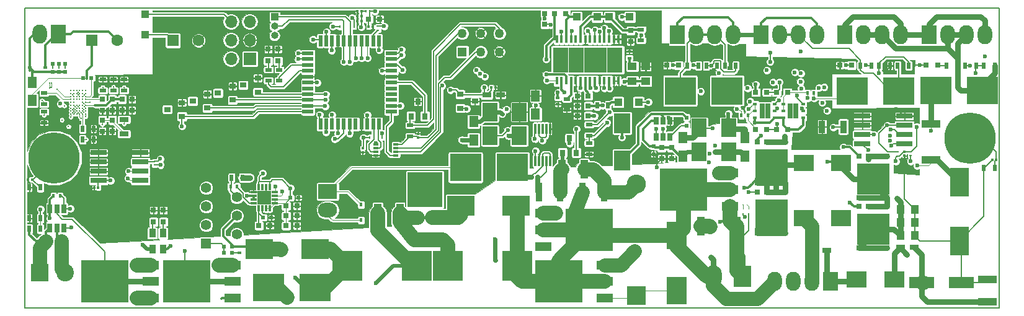
<source format=gbr>
G04 #@! TF.FileFunction,Copper,L1,Top,Signal*
%FSLAX46Y46*%
G04 Gerber Fmt 4.6, Leading zero omitted, Abs format (unit mm)*
G04 Created by KiCad (PCBNEW 4.0.7) date 06/06/18 14:18:26*
%MOMM*%
%LPD*%
G01*
G04 APERTURE LIST*
%ADD10C,0.100000*%
%ADD11C,0.150000*%
%ADD12R,0.300000X0.350000*%
%ADD13R,0.350000X0.300000*%
%ADD14R,1.600000X1.600000*%
%ADD15C,1.600000*%
%ADD16R,0.800000X0.750000*%
%ADD17R,0.600000X0.500000*%
%ADD18R,3.750000X2.700000*%
%ADD19R,2.700000X3.750000*%
%ADD20R,1.250000X1.500000*%
%ADD21R,0.750000X0.800000*%
%ADD22R,0.500000X0.600000*%
%ADD23R,3.500000X1.600000*%
%ADD24R,1.250000X1.000000*%
%ADD25R,2.500000X1.000000*%
%ADD26R,2.500000X4.000000*%
%ADD27R,1.000000X1.250000*%
%ADD28R,0.800000X0.800000*%
%ADD29R,1.100000X1.100000*%
%ADD30R,0.900000X0.800000*%
%ADD31R,1.400000X1.270000*%
%ADD32R,4.720000X4.800000*%
%ADD33R,2.600000X2.600000*%
%ADD34O,2.600000X2.600000*%
%ADD35R,4.241800X3.810000*%
%ADD36R,0.300000X1.450000*%
%ADD37C,7.000000*%
%ADD38R,1.700000X1.700000*%
%ADD39O,1.700000X1.700000*%
%ADD40R,1.000000X1.000000*%
%ADD41O,1.000000X1.000000*%
%ADD42R,2.350000X3.000000*%
%ADD43O,2.350000X3.000000*%
%ADD44C,1.270000*%
%ADD45R,1.270000X1.270000*%
%ADD46R,2.000000X2.600000*%
%ADD47O,2.000000X2.600000*%
%ADD48R,0.280000X0.430000*%
%ADD49R,4.100000X4.100000*%
%ADD50R,0.900000X2.500000*%
%ADD51R,2.200000X2.700000*%
%ADD52R,2.700000X2.200000*%
%ADD53R,0.630000X0.450000*%
%ADD54R,0.800000X1.050000*%
%ADD55R,4.510000X4.350000*%
%ADD56R,0.700000X0.700000*%
%ADD57R,0.800000X0.900000*%
%ADD58R,2.200000X1.200000*%
%ADD59R,6.400000X5.800000*%
%ADD60R,3.050000X2.750000*%
%ADD61R,0.430000X0.280000*%
%ADD62R,0.900000X0.500000*%
%ADD63R,0.500000X0.900000*%
%ADD64R,0.400000X0.600000*%
%ADD65R,0.600000X0.400000*%
%ADD66R,1.000000X2.500000*%
%ADD67R,1.300000X0.700000*%
%ADD68R,0.900000X1.700000*%
%ADD69R,2.199640X0.797560*%
%ADD70R,0.550000X1.500000*%
%ADD71R,1.500000X0.550000*%
%ADD72R,0.650000X1.220000*%
%ADD73R,0.813000X0.305000*%
%ADD74R,0.305000X0.813000*%
%ADD75R,1.854000X1.854000*%
%ADD76R,1.397000X1.397000*%
%ADD77C,1.397000*%
%ADD78C,0.225000*%
%ADD79R,0.650000X1.060000*%
%ADD80R,0.400000X1.100000*%
%ADD81R,1.100000X0.890000*%
%ADD82R,0.749300X0.299720*%
%ADD83R,2.600000X2.000000*%
%ADD84O,2.600000X2.000000*%
%ADD85C,2.400000*%
%ADD86R,2.400000X2.400000*%
%ADD87R,0.600000X0.450000*%
%ADD88R,0.450000X0.600000*%
%ADD89R,0.900000X1.200000*%
%ADD90R,1.200000X0.750000*%
%ADD91R,2.000000X2.500000*%
%ADD92C,0.600000*%
%ADD93C,0.200000*%
%ADD94C,0.200000*%
%ADD95C,0.500000*%
%ADD96C,2.000000*%
%ADD97C,1.960000*%
%ADD98C,0.800000*%
%ADD99C,0.600000*%
%ADD100C,0.300000*%
%ADD101C,0.700000*%
G04 APERTURE END LIST*
D10*
D11*
X25000000Y-164000000D02*
X25000000Y-123000000D01*
X158000000Y-164000000D02*
X25000000Y-164000000D01*
X158000000Y-123000000D02*
X158000000Y-164000000D01*
X25000000Y-123000000D02*
X158000000Y-123000000D01*
D12*
X35010000Y-147590000D03*
X34450000Y-147590000D03*
D13*
X145040000Y-142640000D03*
X145040000Y-143200000D03*
D14*
X45200000Y-127450000D03*
D15*
X48700000Y-127450000D03*
D12*
X70920000Y-123420000D03*
X70360000Y-123420000D03*
X70920000Y-124120000D03*
X70360000Y-124120000D03*
X70920000Y-124820000D03*
X70360000Y-124820000D03*
D16*
X71920000Y-124530000D03*
X73420000Y-124530000D03*
D12*
X71920000Y-125560000D03*
X72480000Y-125560000D03*
D13*
X71090000Y-142180000D03*
X71090000Y-142740000D03*
X78670000Y-140750000D03*
X78670000Y-140190000D03*
D16*
X62130000Y-151410000D03*
X60630000Y-151410000D03*
D17*
X61230000Y-148960000D03*
X62330000Y-148960000D03*
D16*
X62130000Y-150060000D03*
X60630000Y-150060000D03*
X62130000Y-152760000D03*
X60630000Y-152760000D03*
D17*
X57520000Y-151650000D03*
X58620000Y-151650000D03*
D16*
X58430000Y-152750000D03*
X56930000Y-152750000D03*
D18*
X64565000Y-155960000D03*
X57015000Y-155960000D03*
D17*
X52190000Y-156450000D03*
X53290000Y-156450000D03*
X52190000Y-155600000D03*
X53290000Y-155600000D03*
D19*
X113990000Y-161625000D03*
X113990000Y-154075000D03*
D18*
X84515000Y-150050000D03*
X92065000Y-150050000D03*
D12*
X88670000Y-133890000D03*
X89230000Y-133890000D03*
D14*
X34100000Y-127450000D03*
D15*
X37600000Y-127450000D03*
D20*
X25980000Y-135650000D03*
X25980000Y-133150000D03*
D21*
X35570000Y-135490000D03*
X35570000Y-136990000D03*
D22*
X30450000Y-131750000D03*
X30450000Y-130650000D03*
X29600000Y-131750000D03*
X29600000Y-130650000D03*
D17*
X34070000Y-132570000D03*
X32970000Y-132570000D03*
D22*
X28750000Y-131750000D03*
X28750000Y-130650000D03*
D21*
X36920000Y-135490000D03*
X36920000Y-136990000D03*
X38270000Y-135490000D03*
X38270000Y-136990000D03*
X39620000Y-135490000D03*
X39620000Y-136990000D03*
X35570000Y-138340000D03*
X35570000Y-139840000D03*
X36920000Y-138340000D03*
X36920000Y-139840000D03*
X113250000Y-142100000D03*
X113250000Y-143600000D03*
X111900000Y-142100000D03*
X111900000Y-143600000D03*
D22*
X110800000Y-143000000D03*
X110800000Y-141900000D03*
X115290000Y-137980000D03*
X115290000Y-139080000D03*
D16*
X127610000Y-139640000D03*
X129110000Y-139640000D03*
X126250000Y-134540000D03*
X124750000Y-134540000D03*
X127600000Y-134540000D03*
X129100000Y-134540000D03*
X126260000Y-139640000D03*
X124760000Y-139640000D03*
D12*
X157040000Y-143780000D03*
X157600000Y-143780000D03*
D16*
X98820000Y-123750000D03*
X97320000Y-123750000D03*
D21*
X95970000Y-123750000D03*
X95970000Y-125250000D03*
D23*
X147440000Y-160510000D03*
X152840000Y-160510000D03*
D24*
X109740000Y-133010000D03*
X109740000Y-131010000D03*
X107910000Y-133010000D03*
X107910000Y-131010000D03*
D16*
X100390000Y-136390000D03*
X101890000Y-136390000D03*
D25*
X156400000Y-163150000D03*
X156400000Y-160150000D03*
D26*
X152590000Y-146820000D03*
X152590000Y-154820000D03*
D27*
X144490000Y-154130000D03*
X146490000Y-154130000D03*
X144490000Y-152330000D03*
X146490000Y-152330000D03*
X144490000Y-150530000D03*
X146490000Y-150530000D03*
D16*
X100380000Y-135030000D03*
X101880000Y-135030000D03*
X100390000Y-137750000D03*
X101890000Y-137750000D03*
D21*
X107680000Y-127610000D03*
X107680000Y-126110000D03*
D28*
X59540000Y-130250000D03*
X59540000Y-128650000D03*
D29*
X41400000Y-126700000D03*
X41400000Y-123900000D03*
D30*
X46430000Y-137840000D03*
X46430000Y-135940000D03*
X44430000Y-136890000D03*
X49890000Y-136690000D03*
X49890000Y-134790000D03*
X47890000Y-135740000D03*
X53340000Y-135590000D03*
X53340000Y-133690000D03*
X51340000Y-134640000D03*
X56790000Y-134500000D03*
X56790000Y-132600000D03*
X54790000Y-133550000D03*
D31*
X80620000Y-151660000D03*
D32*
X79580000Y-147860000D03*
D31*
X78540000Y-151660000D03*
D33*
X108490000Y-162350000D03*
D34*
X108490000Y-147110000D03*
D28*
X114240000Y-130850000D03*
X112640000Y-130850000D03*
X58190000Y-130250000D03*
X58190000Y-128650000D03*
X149600000Y-130850000D03*
X148000000Y-130850000D03*
X137840000Y-130850000D03*
X136240000Y-130850000D03*
D29*
X100320000Y-124250000D03*
X103120000Y-124250000D03*
X107560000Y-124250000D03*
X104760000Y-124250000D03*
X105970000Y-135890000D03*
X108770000Y-135890000D03*
D35*
X58272300Y-161210000D03*
X64647700Y-161210000D03*
X120817700Y-134340000D03*
X114442300Y-134340000D03*
X149322300Y-134320000D03*
X155697700Y-134320000D03*
X137892300Y-134330000D03*
X144267700Y-134330000D03*
D36*
X96670000Y-139530000D03*
X96170000Y-139530000D03*
X95670000Y-139530000D03*
X95170000Y-139530000D03*
X94670000Y-139530000D03*
X94670000Y-143930000D03*
X95170000Y-143930000D03*
X95670000Y-143930000D03*
X96170000Y-143930000D03*
X96670000Y-143930000D03*
D37*
X154010000Y-140810000D03*
D38*
X55690000Y-129950000D03*
D39*
X53150000Y-129950000D03*
X55690000Y-127410000D03*
X53150000Y-127410000D03*
X55690000Y-124870000D03*
X53150000Y-124870000D03*
D40*
X59090000Y-124250000D03*
D41*
X59090000Y-125520000D03*
X59090000Y-126790000D03*
D42*
X122950000Y-159700000D03*
D43*
X118990000Y-159700000D03*
D44*
X84690000Y-126480000D03*
X87230000Y-126480000D03*
X89770000Y-126480000D03*
D45*
X84690000Y-129020000D03*
D44*
X87230000Y-129020000D03*
X89770000Y-129020000D03*
D46*
X125520000Y-126650000D03*
D47*
X128060000Y-126650000D03*
X130600000Y-126650000D03*
X133140000Y-126650000D03*
D46*
X114080000Y-126650000D03*
D47*
X116620000Y-126650000D03*
X119160000Y-126650000D03*
X121700000Y-126650000D03*
D46*
X136950000Y-126650000D03*
D47*
X139490000Y-126650000D03*
X142030000Y-126650000D03*
X144570000Y-126650000D03*
D46*
X148400000Y-126650000D03*
D47*
X150940000Y-126650000D03*
X153480000Y-126650000D03*
X156020000Y-126650000D03*
D48*
X71560000Y-123470000D03*
X72080000Y-123470000D03*
D49*
X78510000Y-158250000D03*
X69010000Y-158250000D03*
D50*
X98040000Y-148200000D03*
X95140000Y-148200000D03*
D49*
X92240000Y-158250000D03*
X82740000Y-158250000D03*
D50*
X101120000Y-148200000D03*
X104020000Y-148200000D03*
D51*
X106500000Y-143850000D03*
X106500000Y-138750000D03*
D52*
X136400000Y-144150000D03*
X131300000Y-144150000D03*
X136400000Y-151700000D03*
X131300000Y-151700000D03*
X143650000Y-160150000D03*
X138550000Y-160150000D03*
D53*
X131200000Y-138040000D03*
X131200000Y-137090000D03*
X131200000Y-136140000D03*
X128520000Y-136140000D03*
X128520000Y-137090000D03*
X128520000Y-138040000D03*
D54*
X129460000Y-136565000D03*
X129460000Y-137615000D03*
X130260000Y-136565000D03*
X130260000Y-137615000D03*
D53*
X127350000Y-138040000D03*
X127350000Y-137090000D03*
X127350000Y-136140000D03*
X124670000Y-136140000D03*
X124670000Y-137090000D03*
X124670000Y-138040000D03*
D54*
X125610000Y-136565000D03*
X125610000Y-137615000D03*
X126410000Y-136565000D03*
X126410000Y-137615000D03*
D55*
X126900000Y-151290000D03*
D56*
X126265000Y-148160000D03*
X127535000Y-148160000D03*
X128805000Y-148160000D03*
X124995000Y-148160000D03*
X124995000Y-153760000D03*
X128805000Y-153760000D03*
X127535000Y-153760000D03*
X126265000Y-153760000D03*
D55*
X126900000Y-144440000D03*
D56*
X126265000Y-141310000D03*
X127535000Y-141310000D03*
X128805000Y-141310000D03*
X124995000Y-141310000D03*
X124995000Y-146910000D03*
X128805000Y-146910000D03*
X127535000Y-146910000D03*
X126265000Y-146910000D03*
D55*
X140790000Y-153280000D03*
D56*
X140155000Y-150150000D03*
X141425000Y-150150000D03*
X142695000Y-150150000D03*
X138885000Y-150150000D03*
X138885000Y-155750000D03*
X142695000Y-155750000D03*
X141425000Y-155750000D03*
X140155000Y-155750000D03*
D55*
X140790000Y-146430000D03*
D56*
X140155000Y-143300000D03*
X141425000Y-143300000D03*
X142695000Y-143300000D03*
X138885000Y-143300000D03*
X138885000Y-148900000D03*
X142695000Y-148900000D03*
X141425000Y-148900000D03*
X140155000Y-148900000D03*
D57*
X77690000Y-137800000D03*
X79590000Y-137800000D03*
X78640000Y-135800000D03*
D58*
X53340000Y-162680000D03*
X53340000Y-160400000D03*
X53340000Y-158120000D03*
D59*
X47040000Y-160400000D03*
D60*
X45365000Y-158875000D03*
X48715000Y-161925000D03*
X45365000Y-161925000D03*
X48715000Y-158875000D03*
D58*
X42190000Y-162680000D03*
X42190000Y-160400000D03*
X42190000Y-158120000D03*
D59*
X35890000Y-160400000D03*
D60*
X34215000Y-158875000D03*
X37565000Y-161925000D03*
X34215000Y-161925000D03*
X37565000Y-158875000D03*
D57*
X98370000Y-142800000D03*
X100270000Y-142800000D03*
X99320000Y-140800000D03*
D58*
X95740000Y-151070000D03*
X95740000Y-153350000D03*
X95740000Y-155630000D03*
D59*
X102040000Y-153350000D03*
D60*
X103715000Y-154875000D03*
X100365000Y-151825000D03*
X103715000Y-151825000D03*
X100365000Y-154875000D03*
D58*
X104140000Y-162680000D03*
X104140000Y-160400000D03*
X104140000Y-158120000D03*
D59*
X97840000Y-160400000D03*
D60*
X96165000Y-158875000D03*
X99515000Y-161925000D03*
X96165000Y-161925000D03*
X99515000Y-158875000D03*
D58*
X121240000Y-150080000D03*
X121240000Y-147800000D03*
X121240000Y-145520000D03*
D59*
X114940000Y-147800000D03*
D60*
X113265000Y-146275000D03*
X116615000Y-149325000D03*
X113265000Y-149325000D03*
X116615000Y-146275000D03*
D61*
X145910000Y-142690000D03*
X145910000Y-143210000D03*
D62*
X59690000Y-132950000D03*
X59690000Y-131450000D03*
D61*
X42740000Y-144480000D03*
X42740000Y-143960000D03*
X144120000Y-143220000D03*
X144120000Y-142700000D03*
D48*
X69910000Y-125560000D03*
X69390000Y-125560000D03*
X67970000Y-125580000D03*
X68490000Y-125580000D03*
D61*
X73190000Y-125520000D03*
X73190000Y-126040000D03*
D48*
X72090000Y-140710000D03*
X72610000Y-140710000D03*
X73770000Y-140700000D03*
X73250000Y-140700000D03*
D62*
X77590000Y-140550000D03*
X77590000Y-139050000D03*
D63*
X25600000Y-153190000D03*
X27100000Y-153190000D03*
X27100000Y-151740000D03*
X25600000Y-151740000D03*
D64*
X28900000Y-148700000D03*
X29800000Y-148700000D03*
X53050000Y-147410000D03*
X53950000Y-147410000D03*
D65*
X54240000Y-156500000D03*
X54240000Y-155600000D03*
D64*
X94120000Y-146100000D03*
X95020000Y-146100000D03*
D63*
X54700000Y-146210000D03*
X53200000Y-146210000D03*
D66*
X117290000Y-152850000D03*
X122190000Y-152850000D03*
D62*
X27600000Y-137200000D03*
X27600000Y-138700000D03*
D63*
X32870000Y-140980000D03*
X34370000Y-140980000D03*
X32870000Y-139530000D03*
X34370000Y-139530000D03*
D62*
X27600000Y-136150000D03*
X27600000Y-134650000D03*
D63*
X155900000Y-144850000D03*
X157400000Y-144850000D03*
D67*
X38520000Y-140190000D03*
X38520000Y-138290000D03*
D62*
X37070000Y-132790000D03*
X37070000Y-134290000D03*
X35620000Y-132790000D03*
X35620000Y-134290000D03*
X38520000Y-132790000D03*
X38520000Y-134290000D03*
D68*
X136710000Y-139240000D03*
X133810000Y-139240000D03*
D64*
X123680000Y-137710000D03*
X122780000Y-137710000D03*
D25*
X148690000Y-143770000D03*
X148690000Y-138870000D03*
D64*
X131820000Y-134630000D03*
X132720000Y-134630000D03*
D63*
X120540000Y-130900000D03*
X122040000Y-130900000D03*
X117990000Y-130900000D03*
X119490000Y-130900000D03*
X157400000Y-130890000D03*
X155900000Y-130890000D03*
X154850000Y-130890000D03*
X153350000Y-130890000D03*
X144140000Y-130900000D03*
X145640000Y-130900000D03*
X141590000Y-130900000D03*
X143090000Y-130900000D03*
D62*
X58240000Y-132950000D03*
X58240000Y-131450000D03*
D63*
X115440000Y-130900000D03*
X116940000Y-130900000D03*
X152300000Y-130890000D03*
X150800000Y-130890000D03*
X139040000Y-130900000D03*
X140540000Y-130900000D03*
D65*
X107490000Y-129850000D03*
X107490000Y-128950000D03*
D63*
X104610000Y-136340000D03*
X103110000Y-136340000D03*
D62*
X102000000Y-143000000D03*
X102000000Y-141500000D03*
X102000000Y-138950000D03*
X102000000Y-140450000D03*
X98960000Y-135440000D03*
X98960000Y-136940000D03*
X109090000Y-125950000D03*
X109090000Y-127450000D03*
D65*
X97750000Y-135290000D03*
X97750000Y-136190000D03*
D69*
X40767660Y-146582460D03*
X40767660Y-145312460D03*
X40767660Y-144047540D03*
X40767660Y-142777540D03*
X35032340Y-142777540D03*
X35032340Y-144047540D03*
X35032340Y-145312460D03*
X35032340Y-146582460D03*
X145057660Y-141582460D03*
X145057660Y-140312460D03*
X145057660Y-139047540D03*
X145057660Y-137777540D03*
X139322340Y-137777540D03*
X139322340Y-139047540D03*
X139322340Y-140312460D03*
X139322340Y-141582460D03*
D70*
X65330000Y-138890000D03*
X66130000Y-138890000D03*
X66930000Y-138890000D03*
X67730000Y-138890000D03*
X68530000Y-138890000D03*
X69330000Y-138890000D03*
X70130000Y-138890000D03*
X70930000Y-138890000D03*
X71730000Y-138890000D03*
X72530000Y-138890000D03*
X73330000Y-138890000D03*
D71*
X75030000Y-137190000D03*
X75030000Y-136390000D03*
X75030000Y-135590000D03*
X75030000Y-134790000D03*
X75030000Y-133990000D03*
X75030000Y-133190000D03*
X75030000Y-132390000D03*
X75030000Y-131590000D03*
X75030000Y-130790000D03*
X75030000Y-129990000D03*
X75030000Y-129190000D03*
D70*
X73330000Y-127490000D03*
X72530000Y-127490000D03*
X71730000Y-127490000D03*
X70930000Y-127490000D03*
X70130000Y-127490000D03*
X69330000Y-127490000D03*
X68530000Y-127490000D03*
X67730000Y-127490000D03*
X66930000Y-127490000D03*
X66130000Y-127490000D03*
X65330000Y-127490000D03*
D71*
X63630000Y-129190000D03*
X63630000Y-129990000D03*
X63630000Y-130790000D03*
X63630000Y-131590000D03*
X63630000Y-132390000D03*
X63630000Y-133190000D03*
X63630000Y-133990000D03*
X63630000Y-134790000D03*
X63630000Y-135590000D03*
X63630000Y-136390000D03*
X63630000Y-137190000D03*
D72*
X28400000Y-153040000D03*
X29350000Y-153040000D03*
X30300000Y-153040000D03*
X30300000Y-150420000D03*
X29350000Y-150420000D03*
X28400000Y-150420000D03*
D73*
X56202000Y-148160000D03*
X56202000Y-148660000D03*
X56202000Y-149160000D03*
X56202000Y-149660000D03*
D74*
X56900000Y-150358000D03*
X57400000Y-150358000D03*
X57900000Y-150358000D03*
X58400000Y-150358000D03*
D73*
X59098000Y-149660000D03*
X59098000Y-149160000D03*
X59098000Y-148660000D03*
X59098000Y-148160000D03*
D74*
X58400000Y-147462000D03*
X57900000Y-147462000D03*
X57400000Y-147462000D03*
X56900000Y-147462000D03*
D75*
X57650000Y-148910000D03*
D76*
X49724000Y-155220000D03*
D77*
X53915000Y-153950000D03*
X49724000Y-152680000D03*
X53915000Y-151410000D03*
X49724000Y-150140000D03*
X53915000Y-148870000D03*
X49724000Y-147600000D03*
D30*
X84420000Y-134810000D03*
X84420000Y-136710000D03*
X86420000Y-135760000D03*
D78*
X33270000Y-137500000D03*
X33270000Y-137100000D03*
X33270000Y-136700000D03*
X33270000Y-136300000D03*
X33270000Y-135900000D03*
X33270000Y-135500000D03*
X33270000Y-135100000D03*
X33270000Y-134700000D03*
X33270000Y-134300000D03*
X32870000Y-134300000D03*
X32870000Y-134700000D03*
X32870000Y-135100000D03*
X32870000Y-135500000D03*
X32870000Y-135900000D03*
X32870000Y-136300000D03*
X32870000Y-136700000D03*
X32870000Y-137100000D03*
X32870000Y-137500000D03*
X32470000Y-137500000D03*
X32470000Y-137100000D03*
X32470000Y-136700000D03*
X32470000Y-136300000D03*
X32470000Y-135500000D03*
X32470000Y-135100000D03*
X32470000Y-134700000D03*
X32470000Y-134300000D03*
X32070000Y-134300000D03*
X32070000Y-134700000D03*
X32070000Y-135100000D03*
X32070000Y-135500000D03*
X32070000Y-136300000D03*
X32070000Y-136700000D03*
X32070000Y-137100000D03*
X32070000Y-137500000D03*
X31670000Y-137500000D03*
X31670000Y-137100000D03*
X31670000Y-136700000D03*
X31670000Y-136300000D03*
X31670000Y-135900000D03*
X31670000Y-135500000D03*
X31670000Y-135100000D03*
X31670000Y-134700000D03*
X31670000Y-134300000D03*
X31270000Y-134300000D03*
X31270000Y-134700000D03*
X31270000Y-135100000D03*
X31270000Y-135500000D03*
X31270000Y-135900000D03*
X31270000Y-136300000D03*
X31270000Y-136700000D03*
X31270000Y-137100000D03*
X31270000Y-137500000D03*
D79*
X113050000Y-138400000D03*
X112100000Y-138400000D03*
X111150000Y-138400000D03*
X111150000Y-140600000D03*
X113050000Y-140600000D03*
X112100000Y-140600000D03*
D80*
X97595000Y-132960000D03*
X98245000Y-132960000D03*
X98895000Y-132960000D03*
X99545000Y-132960000D03*
X100195000Y-132960000D03*
X100845000Y-132960000D03*
X101495000Y-132960000D03*
X102145000Y-132960000D03*
X102795000Y-132960000D03*
X103445000Y-132960000D03*
X104095000Y-132960000D03*
X104745000Y-132960000D03*
X105395000Y-132960000D03*
X106045000Y-132960000D03*
X106045000Y-127260000D03*
X105395000Y-127260000D03*
X104745000Y-127260000D03*
X104095000Y-127260000D03*
X103445000Y-127260000D03*
X102795000Y-127260000D03*
X102145000Y-127260000D03*
X101495000Y-127260000D03*
X100845000Y-127260000D03*
X100195000Y-127260000D03*
X99545000Y-127260000D03*
X98895000Y-127260000D03*
X98245000Y-127260000D03*
X97595000Y-127260000D03*
D81*
X106045000Y-131385000D03*
X106045000Y-130535000D03*
X106045000Y-128835000D03*
X106045000Y-129685000D03*
X104988750Y-129685000D03*
X104988750Y-128835000D03*
X104988750Y-130535000D03*
X104988750Y-131385000D03*
X103932500Y-131385000D03*
X103932500Y-130535000D03*
X103932500Y-128835000D03*
X103932500Y-129685000D03*
X102876250Y-129685000D03*
X102876250Y-128835000D03*
X102876250Y-130535000D03*
X102876250Y-131385000D03*
X101820000Y-131385000D03*
X101820000Y-130535000D03*
X101820000Y-128835000D03*
X101820000Y-129685000D03*
X100763750Y-129685000D03*
X100763750Y-128835000D03*
X100763750Y-130535000D03*
X100763750Y-131385000D03*
X99707500Y-131385000D03*
X99707500Y-130535000D03*
X99707500Y-128835000D03*
X99707500Y-129685000D03*
X98651250Y-129685000D03*
X98651250Y-128835000D03*
X98651250Y-130535000D03*
X98651250Y-131385000D03*
X97595000Y-131385000D03*
X97595000Y-130535000D03*
X97595000Y-128835000D03*
X97595000Y-129685000D03*
D82*
X72875860Y-141650700D03*
X72875860Y-142151080D03*
X72875860Y-142648920D03*
X72875860Y-143149300D03*
X75624140Y-143149300D03*
X75624140Y-142648920D03*
X75624140Y-142151080D03*
X75624140Y-141650700D03*
D12*
X25400000Y-146450000D03*
X25960000Y-146450000D03*
D35*
X85142300Y-144800000D03*
X91517700Y-144800000D03*
D37*
X29000000Y-143500000D03*
D63*
X25600000Y-147520000D03*
X27100000Y-147520000D03*
D83*
X66330000Y-148100000D03*
D84*
X66330000Y-150640000D03*
D46*
X29550000Y-126600000D03*
D47*
X27010000Y-126600000D03*
D85*
X30500000Y-159200000D03*
D86*
X27000000Y-159200000D03*
D87*
X27750000Y-131150000D03*
X25650000Y-131150000D03*
X27850000Y-154900000D03*
X29950000Y-154900000D03*
D88*
X70880000Y-149900000D03*
X70880000Y-152000000D03*
D28*
X42540000Y-152240000D03*
X42540000Y-150640000D03*
X43890000Y-152250000D03*
X43890000Y-150650000D03*
D89*
X42390000Y-155990000D03*
X42390000Y-153790000D03*
X43840000Y-156000000D03*
X43840000Y-153800000D03*
D66*
X73170000Y-151050000D03*
X76170000Y-151050000D03*
X98320000Y-145050000D03*
X101320000Y-145050000D03*
D46*
X134950000Y-160350000D03*
D47*
X132410000Y-160350000D03*
X129870000Y-160350000D03*
X127330000Y-160350000D03*
D20*
X94700000Y-137530000D03*
X94700000Y-135030000D03*
X86250000Y-141060000D03*
X86250000Y-138560000D03*
X123280000Y-143260000D03*
X123280000Y-140760000D03*
X114830000Y-143250000D03*
X114830000Y-140750000D03*
D90*
X146390000Y-155700000D03*
X144490000Y-155700000D03*
X132520000Y-156130000D03*
X134420000Y-156130000D03*
X88020000Y-134910000D03*
X89920000Y-134910000D03*
D91*
X117050000Y-142650000D03*
X121050000Y-142650000D03*
X88470000Y-137210000D03*
X92470000Y-137210000D03*
X92470000Y-140460000D03*
X88470000Y-140460000D03*
X117050000Y-139400000D03*
X121050000Y-139400000D03*
D92*
X117260000Y-134399999D03*
X87680000Y-133900000D03*
X94670000Y-142550000D03*
X126248909Y-131521091D03*
X123975028Y-135790010D03*
X134480000Y-137070000D03*
X146740000Y-139240000D03*
X143876446Y-143973554D03*
X140120000Y-142450000D03*
X133830000Y-135950000D03*
X130070000Y-131800000D03*
X36680000Y-146600000D03*
X43520000Y-144450000D03*
X57460000Y-145630000D03*
X61230000Y-147640000D03*
X71200000Y-140740000D03*
X72875860Y-141510000D03*
X73788316Y-140129999D03*
X83100000Y-134210000D03*
X74020000Y-125490000D03*
X69670000Y-124340000D03*
X67040000Y-125530000D03*
X119004779Y-131524908D03*
X109680000Y-142680000D03*
X112825002Y-138050000D03*
X111250000Y-144743658D03*
X123020000Y-136640000D03*
X121200000Y-131250000D03*
X129480000Y-133059999D03*
X146710000Y-138050000D03*
X145040000Y-144670000D03*
X143960000Y-136820000D03*
X147120000Y-130820000D03*
X154000000Y-130890000D03*
X142520000Y-131670000D03*
X76450000Y-132380000D03*
X77460000Y-133930000D03*
X71740000Y-137670000D03*
X73780000Y-131590000D03*
X66890000Y-128800000D03*
X70910000Y-125610000D03*
X64900000Y-133210000D03*
X72800000Y-123480000D03*
X61930000Y-159850000D03*
X72920000Y-160590000D03*
X99341728Y-141509990D03*
X55700000Y-146190000D03*
X118620000Y-157050000D03*
X90140000Y-137480000D03*
X119890000Y-152200000D03*
X122940000Y-156880000D03*
D93*
X31480000Y-134910000D03*
X25650000Y-131580000D03*
D92*
X44850000Y-155540000D03*
D93*
X51850000Y-162770000D03*
X36110000Y-136300000D03*
X33060000Y-136100000D03*
X32270000Y-134900000D03*
D92*
X119250000Y-142650000D03*
X121030000Y-137480000D03*
X123230000Y-139530000D03*
X156020000Y-129600000D03*
X145390000Y-156730000D03*
X123760000Y-136800000D03*
X123180000Y-147610000D03*
X96170000Y-130030000D03*
X134500000Y-144030000D03*
X123640000Y-133960000D03*
X104100000Y-125750000D03*
X95960000Y-124430000D03*
X96750000Y-125330000D03*
X106480000Y-124220000D03*
X102800000Y-126030000D03*
X106820000Y-133060000D03*
X102960000Y-133980000D03*
X103860000Y-136350000D03*
X98600000Y-134520000D03*
X104820000Y-137290000D03*
X104810000Y-133990000D03*
X152510000Y-146890000D03*
X144050000Y-149060000D03*
X146780000Y-144560000D03*
X102160000Y-133970000D03*
X102720000Y-137760000D03*
X46420000Y-139170000D03*
X27100000Y-150500000D03*
X154810000Y-131920000D03*
X130880000Y-133090000D03*
X87770000Y-132360000D03*
X65970000Y-136420000D03*
X87155891Y-132024014D03*
X141580000Y-131910000D03*
X130930000Y-131950000D03*
X66010000Y-135530000D03*
X86656890Y-131533081D03*
X118710000Y-130890000D03*
X66050686Y-134800686D03*
X113450000Y-130840000D03*
X116280000Y-130850000D03*
X123250000Y-151540000D03*
X108250000Y-156240000D03*
X118550000Y-152930000D03*
X95740000Y-155630000D03*
X152300000Y-129860000D03*
X119250001Y-141850000D03*
X134110000Y-133860000D03*
X143190000Y-139640000D03*
X126750000Y-130360000D03*
X126750000Y-129140000D03*
X94600000Y-140890000D03*
X68540000Y-130390000D03*
X60100000Y-148110000D03*
X39150000Y-145320000D03*
D93*
X32660000Y-138110000D03*
D92*
X98210000Y-126210000D03*
X123770000Y-148190000D03*
X128660000Y-140550000D03*
X140160000Y-143710000D03*
X125520000Y-140470000D03*
X99620000Y-126160000D03*
X127110000Y-133160000D03*
X103510000Y-126220000D03*
X137630000Y-149590000D03*
X101830000Y-126140000D03*
X136730000Y-142020000D03*
X46840000Y-156200000D03*
X31180000Y-150420000D03*
X41080000Y-155400000D03*
X40330000Y-162610000D03*
X135320000Y-139310000D03*
X104080000Y-133980000D03*
X104470000Y-138690000D03*
X109100000Y-126790000D03*
X104730000Y-126190000D03*
X100820000Y-133950000D03*
X97740000Y-134570000D03*
X143060000Y-141160000D03*
X96240000Y-132890000D03*
X66920000Y-137610000D03*
X84670000Y-141050000D03*
X91010000Y-140500000D03*
X89180000Y-154610000D03*
X89210000Y-157520000D03*
X119710000Y-145570000D03*
D93*
X33070000Y-134900000D03*
X33420000Y-132650000D03*
X31260000Y-137900000D03*
X30450000Y-131200000D03*
X28590000Y-133280000D03*
X28580000Y-133900000D03*
X33270000Y-137870000D03*
X28330000Y-133280000D03*
X28330000Y-133920000D03*
X29600000Y-131220000D03*
X28750000Y-131200000D03*
X29390000Y-134110000D03*
D92*
X124660000Y-138720000D03*
X124740000Y-133450000D03*
X106500000Y-140690000D03*
X131850000Y-135330000D03*
X120850000Y-134400000D03*
X122190000Y-136790000D03*
X132720000Y-135370000D03*
X71773646Y-129879990D03*
D93*
X27580000Y-137650000D03*
X31460000Y-137300000D03*
X33340000Y-140970000D03*
X33060000Y-137290000D03*
X31470000Y-136910000D03*
X27320000Y-135650000D03*
X38540000Y-138840000D03*
X33060000Y-136890000D03*
X31870000Y-136900000D03*
X37070000Y-133820000D03*
X32260000Y-134500000D03*
X35610000Y-133840000D03*
X38520000Y-133840000D03*
X32270000Y-137300000D03*
D92*
X111150000Y-139560000D03*
X112090000Y-139530000D03*
X148690000Y-139780000D03*
X81950000Y-133630000D03*
X137050000Y-130840000D03*
X139760000Y-130850000D03*
X118450002Y-142900000D03*
X67730000Y-140160000D03*
X65210000Y-137590000D03*
X119760000Y-131900000D03*
X130960000Y-134010000D03*
X66090000Y-140000000D03*
X62350000Y-129200000D03*
X70950000Y-129880000D03*
X62320000Y-130000000D03*
X70160000Y-129870000D03*
X73330000Y-128760000D03*
X130360000Y-134990000D03*
X76410000Y-129430000D03*
X127928312Y-135626131D03*
X76540000Y-131490000D03*
X100270000Y-139560001D03*
X90740000Y-136830000D03*
X76240000Y-136390000D03*
X145920000Y-143940000D03*
X140910000Y-140300000D03*
X64340000Y-127340000D03*
X43480000Y-143630000D03*
X142692460Y-139047540D03*
X66150000Y-126270000D03*
X29810000Y-136100000D03*
D93*
X32270000Y-136490000D03*
D92*
X67290000Y-140930000D03*
X31370000Y-153030000D03*
X69340000Y-140130000D03*
X143110000Y-140430000D03*
X76400000Y-128700000D03*
X96160000Y-132100000D03*
X110110000Y-135860000D03*
X126900000Y-151290000D03*
X147690000Y-160540000D03*
X136540000Y-151780000D03*
X55313511Y-148660000D03*
D93*
X30041778Y-138308222D03*
X30360000Y-136390000D03*
X30950000Y-139220000D03*
X33080000Y-136510000D03*
X31870000Y-137280000D03*
X31870000Y-136500000D03*
D92*
X97480000Y-151080000D03*
X84180000Y-151660000D03*
X59930000Y-156070000D03*
X118407773Y-144078886D03*
X133380000Y-133920000D03*
X143250000Y-141860000D03*
X95630000Y-141140000D03*
X69340000Y-130380000D03*
X59200000Y-147400000D03*
X39060000Y-146270000D03*
D93*
X32660000Y-137310000D03*
D92*
X118838554Y-139468554D03*
X127660000Y-138830000D03*
X131060002Y-136765002D03*
X127670000Y-136780000D03*
X128000000Y-133160001D03*
X130930000Y-128980000D03*
X85300000Y-136790000D03*
X94730000Y-136330000D03*
X90900000Y-139710000D03*
D93*
X33890000Y-135900000D03*
X35540000Y-138940000D03*
D92*
X28410000Y-151760000D03*
X60830000Y-162600000D03*
X51500000Y-158130000D03*
X40300000Y-158200000D03*
D10*
X123000000Y-150490000D02*
X123000000Y-149890000D01*
X123000000Y-149890000D02*
X122940000Y-149830000D01*
X123780000Y-150490000D02*
X123780000Y-150110000D01*
X123780000Y-150110000D02*
X123500000Y-149830000D01*
D94*
X87680000Y-133900000D02*
X87680000Y-134570000D01*
X87680000Y-134570000D02*
X88020000Y-134910000D01*
X94670000Y-142550000D02*
X94670000Y-143930000D01*
X146740000Y-139240000D02*
X146740000Y-141935000D01*
X146740000Y-141935000D02*
X145985000Y-142690000D01*
X145985000Y-142690000D02*
X145910000Y-142690000D01*
X88020000Y-134910000D02*
X84520000Y-134910000D01*
X84520000Y-134910000D02*
X84420000Y-134810000D01*
X88670000Y-133890000D02*
X88670000Y-134260000D01*
X88670000Y-134260000D02*
X88020000Y-134910000D01*
X145040000Y-142640000D02*
X145860000Y-142640000D01*
X145860000Y-142640000D02*
X145910000Y-142690000D01*
X144120000Y-143220000D02*
X144334998Y-143220000D01*
X144334998Y-143220000D02*
X144914998Y-142640000D01*
X144914998Y-142640000D02*
X145040000Y-142640000D01*
X143876446Y-143973554D02*
X143876446Y-143463554D01*
X143876446Y-143463554D02*
X144120000Y-143220000D01*
X139322340Y-141582460D02*
X139322340Y-141652340D01*
X139322340Y-141652340D02*
X140120000Y-142450000D01*
X36680000Y-146600000D02*
X35049880Y-146600000D01*
X35049880Y-146600000D02*
X35032340Y-146582460D01*
X43520000Y-144450000D02*
X42770000Y-144450000D01*
X42770000Y-144450000D02*
X42740000Y-144480000D01*
X57015500Y-146740000D02*
X57015500Y-146074500D01*
X57015500Y-146074500D02*
X57460000Y-145630000D01*
X58400000Y-146855500D02*
X58560000Y-146695500D01*
X58560000Y-146695500D02*
X58765500Y-146490000D01*
X58400000Y-146740000D02*
X58515500Y-146740000D01*
X58515500Y-146740000D02*
X58560000Y-146695500D01*
X58400000Y-146740000D02*
X57015500Y-146740000D01*
X57015500Y-146740000D02*
X56900000Y-146855500D01*
X56900000Y-146855500D02*
X56900000Y-147462000D01*
X58400000Y-146855500D02*
X58400000Y-146740000D01*
X71200000Y-140740000D02*
X71200000Y-142070000D01*
X71200000Y-142070000D02*
X71090000Y-142180000D01*
X71200000Y-140740000D02*
X72060000Y-140740000D01*
X72060000Y-140740000D02*
X72090000Y-140710000D01*
X73788316Y-140129999D02*
X73788316Y-140681684D01*
X73788316Y-140681684D02*
X73770000Y-140700000D01*
X83100000Y-134210000D02*
X83820000Y-134210000D01*
X83820000Y-134210000D02*
X84420000Y-134810000D01*
X74020000Y-125490000D02*
X73220000Y-125490000D01*
X73220000Y-125490000D02*
X73190000Y-125520000D01*
X69670000Y-124340000D02*
X69910000Y-124580000D01*
X69910000Y-124580000D02*
X69910000Y-125560000D01*
X67040000Y-125530000D02*
X67920000Y-125530000D01*
X67920000Y-125530000D02*
X67970000Y-125580000D01*
X41400000Y-123900000D02*
X52180000Y-123900000D01*
X52180000Y-123900000D02*
X53150000Y-124870000D01*
X60080000Y-146490000D02*
X61230000Y-147640000D01*
X61230000Y-147640000D02*
X61230000Y-148960000D01*
X58765500Y-146490000D02*
X60080000Y-146490000D01*
X58400000Y-147462000D02*
X58400000Y-146855500D01*
D10*
X59098000Y-149160000D02*
X61030000Y-149160000D01*
X61030000Y-149160000D02*
X61230000Y-148960000D01*
D94*
X35010000Y-147590000D02*
X35010000Y-146604800D01*
X35010000Y-146604800D02*
X35032340Y-146582460D01*
D10*
X59098000Y-149660000D02*
X60530000Y-149660000D01*
X60530000Y-149660000D02*
X61230000Y-148960000D01*
X59098000Y-149660000D02*
X59098000Y-149160000D01*
X58400000Y-150358000D02*
X59098000Y-149660000D01*
X57900000Y-150358000D02*
X58400000Y-150358000D01*
X60630000Y-150060000D02*
X60630000Y-149560000D01*
X60630000Y-149560000D02*
X61230000Y-148960000D01*
X60630000Y-151410000D02*
X60630000Y-150060000D01*
X60630000Y-152760000D02*
X60630000Y-151410000D01*
D94*
X119490000Y-130900000D02*
X119490000Y-131039687D01*
X119490000Y-131039687D02*
X119004779Y-131524908D01*
X57900000Y-147462000D02*
X57900000Y-148660000D01*
X57900000Y-148660000D02*
X57400000Y-148160000D01*
X57400000Y-148160000D02*
X56202000Y-148160000D01*
X110800000Y-143000000D02*
X110000000Y-143000000D01*
X110000000Y-143000000D02*
X109680000Y-142680000D01*
X111900000Y-143600000D02*
X113250000Y-143600000D01*
X111900000Y-143600000D02*
X111400000Y-143600000D01*
X111400000Y-143600000D02*
X110800000Y-143000000D01*
X111250000Y-144743658D02*
X111250000Y-144250000D01*
X111250000Y-144250000D02*
X111900000Y-143600000D01*
X145057660Y-137777540D02*
X146437540Y-137777540D01*
X146437540Y-137777540D02*
X146710000Y-138050000D01*
X145040000Y-149080000D02*
X145040000Y-144670000D01*
X145040000Y-143200000D02*
X145040000Y-144670000D01*
X145057660Y-137777540D02*
X144917540Y-137777540D01*
X144917540Y-137777540D02*
X143960000Y-136820000D01*
X146695736Y-130820000D02*
X146350000Y-130820000D01*
X147120000Y-130820000D02*
X146695736Y-130820000D01*
X147120000Y-130820000D02*
X147970000Y-130820000D01*
X147970000Y-130820000D02*
X148000000Y-130850000D01*
X153350000Y-130890000D02*
X154000000Y-130890000D01*
X143090000Y-130900000D02*
X143090000Y-131100000D01*
X143090000Y-131100000D02*
X142520000Y-131670000D01*
X76450000Y-132380000D02*
X75040000Y-132380000D01*
X75040000Y-132380000D02*
X75030000Y-132390000D01*
X78640000Y-135800000D02*
X78640000Y-135110000D01*
X78640000Y-135110000D02*
X77460000Y-133930000D01*
X155900000Y-144850000D02*
X155900000Y-151510000D01*
X155900000Y-151510000D02*
X152590000Y-154820000D01*
X146490000Y-154130000D02*
X146490000Y-152330000D01*
X146490000Y-152330000D02*
X146490000Y-150530000D01*
X146490000Y-150530000D02*
X145040000Y-149080000D01*
X152590000Y-154820000D02*
X147180000Y-154820000D01*
X147180000Y-154820000D02*
X146490000Y-154130000D01*
X152840000Y-160510000D02*
X152840000Y-155070000D01*
X152840000Y-155070000D02*
X152590000Y-154820000D01*
X152840000Y-160510000D02*
X156040000Y-160510000D01*
X156040000Y-160510000D02*
X156400000Y-160150000D01*
X25400000Y-146450000D02*
X25400000Y-147320000D01*
X25400000Y-147320000D02*
X25600000Y-147520000D01*
X155900000Y-144850000D02*
X155970000Y-144850000D01*
X155970000Y-144850000D02*
X157040000Y-143780000D01*
D10*
X35570000Y-139840000D02*
X34680000Y-139840000D01*
X34680000Y-139840000D02*
X34370000Y-139530000D01*
X36920000Y-139840000D02*
X35570000Y-139840000D01*
X34370000Y-139530000D02*
X34370000Y-140980000D01*
D94*
X71730000Y-138890000D02*
X71730000Y-137680000D01*
X71730000Y-137680000D02*
X71740000Y-137670000D01*
X41400000Y-126700000D02*
X44450000Y-126700000D01*
X44450000Y-126700000D02*
X45200000Y-127450000D01*
X70920000Y-124820000D02*
X70920000Y-125600000D01*
X66930000Y-128760000D02*
X66930000Y-127490000D01*
X66890000Y-128800000D02*
X66930000Y-128760000D01*
X70920000Y-125600000D02*
X70910000Y-125610000D01*
X70920000Y-124120000D02*
X70920000Y-124820000D01*
X70920000Y-123420000D02*
X70920000Y-124120000D01*
X70920000Y-123420000D02*
X71510000Y-123420000D01*
X71510000Y-123420000D02*
X71560000Y-123470000D01*
X73780000Y-131590000D02*
X75030000Y-131590000D01*
X72080000Y-123470000D02*
X72790000Y-123470000D01*
X64880000Y-133190000D02*
X63630000Y-133190000D01*
X64900000Y-133210000D02*
X64880000Y-133190000D01*
X72790000Y-123470000D02*
X72800000Y-123480000D01*
X71920000Y-124530000D02*
X71920000Y-125560000D01*
X72080000Y-123470000D02*
X72080000Y-124370000D01*
X72080000Y-124370000D02*
X71920000Y-124530000D01*
X84690000Y-126480000D02*
X84140000Y-126480000D01*
X84140000Y-126480000D02*
X81110000Y-129510000D01*
X81110000Y-129510000D02*
X81110000Y-139650000D01*
X81110000Y-139650000D02*
X80010000Y-140750000D01*
X80010000Y-140750000D02*
X78670000Y-140750000D01*
X77590000Y-140550000D02*
X78470000Y-140550000D01*
X78470000Y-140550000D02*
X78670000Y-140750000D01*
X75624140Y-141650700D02*
X76489300Y-141650700D01*
X76489300Y-141650700D02*
X77590000Y-140550000D01*
D95*
X61930000Y-159850000D02*
X63290000Y-161210000D01*
X63290000Y-161210000D02*
X64647700Y-161210000D01*
D94*
X63200000Y-161210000D02*
X64647700Y-161210000D01*
D96*
X64565000Y-155960000D02*
X66720000Y-155960000D01*
X66720000Y-155960000D02*
X69010000Y-158250000D01*
X64647700Y-161210000D02*
X66050000Y-161210000D01*
X66050000Y-161210000D02*
X69010000Y-158250000D01*
D95*
X75260000Y-158250000D02*
X78510000Y-158250000D01*
X72920000Y-160590000D02*
X75260000Y-158250000D01*
D96*
X78510000Y-158250000D02*
X77990000Y-158250000D01*
X77990000Y-158250000D02*
X73170000Y-153430000D01*
X73170000Y-153430000D02*
X73170000Y-151050000D01*
D97*
X78540000Y-151660000D02*
X76780000Y-151660000D01*
X76780000Y-151660000D02*
X76170000Y-151050000D01*
D96*
X82010000Y-154670000D02*
X82740000Y-155400000D01*
X76170000Y-151050000D02*
X76170000Y-152260000D01*
X82740000Y-155400000D02*
X82740000Y-158250000D01*
X78130000Y-154670000D02*
X82010000Y-154670000D01*
X76170000Y-152260000D02*
X78130000Y-154670000D01*
D94*
X99320000Y-141488262D02*
X99341728Y-141509990D01*
X99320000Y-140800000D02*
X99320000Y-141488262D01*
D10*
X66330000Y-150640000D02*
X66330000Y-151370000D01*
X66330000Y-151370000D02*
X66960000Y-152000000D01*
X66960000Y-152000000D02*
X70880000Y-152000000D01*
X104140000Y-162680000D02*
X108160000Y-162680000D01*
X108160000Y-162680000D02*
X108490000Y-162350000D01*
X113990000Y-161625000D02*
X109215000Y-161625000D01*
X109215000Y-161625000D02*
X108490000Y-162350000D01*
D98*
X55680000Y-146210000D02*
X55700000Y-146190000D01*
X54700000Y-146210000D02*
X55680000Y-146210000D01*
X118990000Y-159700000D02*
X118990000Y-157420000D01*
X118990000Y-157420000D02*
X118620000Y-157050000D01*
D99*
X86250000Y-138560000D02*
X87120000Y-138560000D01*
X87120000Y-138560000D02*
X88470000Y-137210000D01*
X89870000Y-137210000D02*
X88470000Y-137210000D01*
X90140000Y-137480000D02*
X89870000Y-137210000D01*
D97*
X120740000Y-162720000D02*
X124960000Y-162720000D01*
D96*
X118990000Y-160970000D02*
X120740000Y-162720000D01*
D97*
X124960000Y-162720000D02*
X127330000Y-160350000D01*
X101120000Y-148200000D02*
X99940000Y-151250000D01*
X99940000Y-151250000D02*
X102040000Y-153350000D01*
D96*
X118990000Y-159700000D02*
X118080000Y-159700000D01*
X118990000Y-159700000D02*
X118990000Y-160970000D01*
X113990000Y-154075000D02*
X113990000Y-155610000D01*
X113990000Y-155610000D02*
X118080000Y-159700000D01*
X118080000Y-159700000D02*
X118990000Y-159700000D01*
X113990000Y-154075000D02*
X102765000Y-154075000D01*
X102765000Y-154075000D02*
X102040000Y-153350000D01*
X114940000Y-147800000D02*
X114940000Y-153125000D01*
X114940000Y-153125000D02*
X113990000Y-154075000D01*
X121240000Y-147800000D02*
X114940000Y-147800000D01*
X102040000Y-153350000D02*
X95740000Y-153350000D01*
X97840000Y-160400000D02*
X97840000Y-157550000D01*
X97840000Y-157550000D02*
X102040000Y-153350000D01*
X97840000Y-160400000D02*
X104140000Y-160400000D01*
X92240000Y-158250000D02*
X92240000Y-159770000D01*
X92240000Y-159770000D02*
X92870000Y-160400000D01*
X92870000Y-160400000D02*
X97840000Y-160400000D01*
X92240000Y-158250000D02*
X92240000Y-150225000D01*
X92240000Y-150225000D02*
X92065000Y-150050000D01*
D100*
X121240000Y-152190000D02*
X119900000Y-152190000D01*
X119900000Y-152190000D02*
X119890000Y-152200000D01*
D98*
X122950000Y-156890000D02*
X122950000Y-159700000D01*
X122940000Y-156880000D02*
X122950000Y-156890000D01*
D96*
X122190000Y-152850000D02*
X122190000Y-154990000D01*
X122190000Y-152850000D02*
X121900000Y-152850000D01*
X121900000Y-152850000D02*
X121240000Y-152190000D01*
X121240000Y-152190000D02*
X121240000Y-150080000D01*
D94*
X123780000Y-151010000D02*
X123780000Y-153400000D01*
X123780000Y-153400000D02*
X122190000Y-154990000D01*
D96*
X122190000Y-154990000D02*
X122190000Y-158940000D01*
X122190000Y-158940000D02*
X122950000Y-159700000D01*
D100*
X28750000Y-131750000D02*
X26250000Y-131750000D01*
X26250000Y-131750000D02*
X25980000Y-131480000D01*
X29600000Y-131750000D02*
X28750000Y-131750000D01*
X30450000Y-131750000D02*
X29600000Y-131750000D01*
X25980000Y-133150000D02*
X25980000Y-131510000D01*
D10*
X25980000Y-131510000D02*
X25980000Y-131480000D01*
D100*
X25980000Y-131480000D02*
X25650000Y-131150000D01*
D10*
X31670000Y-135100000D02*
X31480000Y-134910000D01*
D100*
X25650000Y-131580000D02*
X25650000Y-131150000D01*
D94*
X27010000Y-126600000D02*
X26240000Y-126600000D01*
D100*
X26240000Y-126600000D02*
X25650000Y-127190000D01*
X25650000Y-127190000D02*
X25650000Y-131150000D01*
X43840000Y-156000000D02*
X44390000Y-156000000D01*
X44390000Y-156000000D02*
X44850000Y-155540000D01*
X51850000Y-162770000D02*
X51940000Y-162680000D01*
X51940000Y-162680000D02*
X53340000Y-162680000D01*
X36920000Y-135490000D02*
X38270000Y-135490000D01*
X34510000Y-136300000D02*
X36110000Y-136300000D01*
D10*
X33270000Y-136300000D02*
X34510000Y-136300000D01*
D100*
X36110000Y-136300000D02*
X36920000Y-135490000D01*
D10*
X33270000Y-136300000D02*
X33260000Y-136300000D01*
X33260000Y-136300000D02*
X33060000Y-136100000D01*
X32470000Y-134700000D02*
X32270000Y-134900000D01*
X32470000Y-135100000D02*
X32270000Y-134900000D01*
D98*
X121050000Y-142650000D02*
X119250000Y-142650000D01*
X132410000Y-160350000D02*
X132410000Y-156240000D01*
X132410000Y-156240000D02*
X132520000Y-156130000D01*
X121050000Y-142650000D02*
X122670000Y-142650000D01*
X122670000Y-142650000D02*
X123280000Y-143260000D01*
D97*
X132410000Y-160350000D02*
X132410000Y-152810000D01*
X132410000Y-152810000D02*
X131300000Y-151700000D01*
D95*
X121030000Y-137480000D02*
X121030000Y-139380000D01*
X121030000Y-139380000D02*
X121050000Y-139400000D01*
D98*
X134420000Y-156130000D02*
X134420000Y-159820000D01*
X134420000Y-159820000D02*
X134950000Y-160350000D01*
X123230000Y-139530000D02*
X121180000Y-139530000D01*
X121180000Y-139530000D02*
X121050000Y-139400000D01*
X123280000Y-140760000D02*
X123280000Y-139580000D01*
X123280000Y-139580000D02*
X123230000Y-139530000D01*
X134950000Y-160350000D02*
X138350000Y-160350000D01*
X138350000Y-160350000D02*
X138550000Y-160150000D01*
X144490000Y-155700000D02*
X144490000Y-155830000D01*
X144490000Y-155830000D02*
X145390000Y-156730000D01*
X148400000Y-126650000D02*
X144570000Y-126650000D01*
X143650000Y-160150000D02*
X143650000Y-156540000D01*
X143650000Y-156540000D02*
X144490000Y-155700000D01*
X148400000Y-126650000D02*
X148400000Y-125210000D01*
X156020000Y-124750000D02*
X156020000Y-126650000D01*
X155460000Y-124190000D02*
X156020000Y-124750000D01*
X149420000Y-124190000D02*
X155460000Y-124190000D01*
X148400000Y-125210000D02*
X149420000Y-124190000D01*
X136950000Y-126650000D02*
X136950000Y-125280000D01*
X136950000Y-125280000D02*
X138050000Y-124180000D01*
X138050000Y-124180000D02*
X143570000Y-124180000D01*
X143570000Y-124180000D02*
X144570000Y-125180000D01*
X144570000Y-125180000D02*
X144570000Y-126650000D01*
D100*
X110800000Y-141900000D02*
X110280000Y-141900000D01*
X110530000Y-138400000D02*
X111150000Y-138400000D01*
X109410000Y-139520000D02*
X110530000Y-138400000D01*
X109410000Y-141030000D02*
X109410000Y-139520000D01*
X110280000Y-141900000D02*
X109410000Y-141030000D01*
X111900000Y-142100000D02*
X111000000Y-142100000D01*
X111000000Y-142100000D02*
X110800000Y-141900000D01*
X113250000Y-142100000D02*
X111900000Y-142100000D01*
X114830000Y-143250000D02*
X114400000Y-143250000D01*
X114400000Y-143250000D02*
X113250000Y-142100000D01*
D99*
X117050000Y-142650000D02*
X115430000Y-142650000D01*
X115430000Y-142650000D02*
X114830000Y-143250000D01*
D10*
X124670000Y-136140000D02*
X124420000Y-136140000D01*
X124420000Y-136140000D02*
X123760000Y-136800000D01*
X124670000Y-137090000D02*
X124670000Y-136140000D01*
X123680000Y-137710000D02*
X123680000Y-138380000D01*
X123680000Y-138380000D02*
X124760000Y-139460000D01*
X124760000Y-139460000D02*
X124760000Y-139640000D01*
X124670000Y-137090000D02*
X124300000Y-137090000D01*
X124300000Y-137090000D02*
X123680000Y-137710000D01*
D100*
X98895000Y-127260000D02*
X98895000Y-124675000D01*
X98895000Y-124675000D02*
X99320000Y-124250000D01*
X100320000Y-124250000D02*
X99320000Y-124250000D01*
X99320000Y-124250000D02*
X98820000Y-123750000D01*
D98*
X127535000Y-148160000D02*
X127535000Y-146910000D01*
X126265000Y-148160000D02*
X126265000Y-146910000D01*
D100*
X123180000Y-147610000D02*
X123730000Y-147610000D01*
X123730000Y-147610000D02*
X124345000Y-146995000D01*
X124345000Y-146995000D02*
X124345000Y-146915000D01*
X124345000Y-146915000D02*
X126820000Y-144440000D01*
X126820000Y-144440000D02*
X126900000Y-144440000D01*
X97595000Y-127260000D02*
X97095000Y-127260000D01*
X97095000Y-127260000D02*
X96170000Y-128185000D01*
X96170000Y-128185000D02*
X96170000Y-130030000D01*
X97320000Y-123750000D02*
X97320000Y-126985000D01*
X97320000Y-126985000D02*
X97595000Y-127260000D01*
D98*
X126900000Y-144440000D02*
X131010000Y-144440000D01*
X131010000Y-144440000D02*
X131300000Y-144150000D01*
X124995000Y-146910000D02*
X124995000Y-146345000D01*
X124995000Y-146345000D02*
X126900000Y-144440000D01*
X126265000Y-146910000D02*
X124995000Y-146910000D01*
X127535000Y-146910000D02*
X126265000Y-146910000D01*
X128805000Y-146910000D02*
X127535000Y-146910000D01*
X128805000Y-148160000D02*
X128805000Y-146910000D01*
X127535000Y-148160000D02*
X126265000Y-148160000D01*
X128805000Y-148160000D02*
X127535000Y-148160000D01*
D100*
X134500000Y-144030000D02*
X136280000Y-144030000D01*
X136280000Y-144030000D02*
X136400000Y-144150000D01*
X95970000Y-123750000D02*
X95970000Y-124420000D01*
X104095000Y-125755000D02*
X104095000Y-127260000D01*
X104100000Y-125750000D02*
X104095000Y-125755000D01*
X95970000Y-124420000D02*
X95960000Y-124430000D01*
D98*
X141425000Y-150150000D02*
X140155000Y-150150000D01*
X142695000Y-150150000D02*
X141425000Y-150150000D01*
X142695000Y-148900000D02*
X142695000Y-150150000D01*
X140155000Y-148900000D02*
X138885000Y-148900000D01*
X141425000Y-148900000D02*
X140155000Y-148900000D01*
X142695000Y-148900000D02*
X141425000Y-148900000D01*
X140790000Y-146430000D02*
X140790000Y-146995000D01*
X140790000Y-146995000D02*
X142695000Y-148900000D01*
X136400000Y-144150000D02*
X136400000Y-144710000D01*
X136400000Y-144710000D02*
X138120000Y-146430000D01*
X138120000Y-146430000D02*
X140790000Y-146430000D01*
D94*
X96670000Y-125250000D02*
X95970000Y-125250000D01*
X96750000Y-125330000D02*
X96670000Y-125250000D01*
X102795000Y-127260000D02*
X102795000Y-126035000D01*
X106510000Y-124250000D02*
X107560000Y-124250000D01*
X106480000Y-124220000D02*
X106510000Y-124250000D01*
X102795000Y-126035000D02*
X102800000Y-126030000D01*
D100*
X102795000Y-132960000D02*
X102795000Y-133815000D01*
X106870000Y-133010000D02*
X107910000Y-133010000D01*
X106820000Y-133060000D02*
X106870000Y-133010000D01*
X102795000Y-133815000D02*
X102960000Y-133980000D01*
X107910000Y-133010000D02*
X109740000Y-133010000D01*
X107490000Y-129850000D02*
X107490000Y-130590000D01*
X107490000Y-130590000D02*
X107910000Y-131010000D01*
X103110000Y-136340000D02*
X103850000Y-136340000D01*
X98245000Y-133665000D02*
X98245000Y-132960000D01*
X103850000Y-136340000D02*
X103860000Y-136350000D01*
X98245000Y-134165000D02*
X98245000Y-133665000D01*
X98600000Y-134520000D02*
X98245000Y-134165000D01*
X101890000Y-136390000D02*
X103060000Y-136390000D01*
X103060000Y-136390000D02*
X103110000Y-136340000D01*
D94*
X103160000Y-138950000D02*
X104820000Y-137290000D01*
X102000000Y-138950000D02*
X103160000Y-138950000D01*
D98*
X152510000Y-146890000D02*
X152590000Y-146820000D01*
X144490000Y-149500000D02*
X144050000Y-149060000D01*
X144490000Y-149650000D02*
X144490000Y-149500000D01*
X144490000Y-150530000D02*
X144490000Y-149650000D01*
D100*
X104745000Y-132960000D02*
X104745000Y-133925000D01*
D10*
X148690000Y-143770000D02*
X148690000Y-144190000D01*
X148690000Y-144190000D02*
X148320000Y-144560000D01*
X148320000Y-144560000D02*
X146780000Y-144560000D01*
D98*
X148690000Y-143770000D02*
X149540000Y-143770000D01*
X149540000Y-143770000D02*
X152590000Y-146820000D01*
X144490000Y-152330000D02*
X144490000Y-150530000D01*
X144490000Y-154130000D02*
X144490000Y-152330000D01*
X140790000Y-153280000D02*
X143640000Y-153280000D01*
X143640000Y-153280000D02*
X144490000Y-154130000D01*
X141425000Y-155750000D02*
X142695000Y-155750000D01*
X140155000Y-155750000D02*
X141425000Y-155750000D01*
X138885000Y-155750000D02*
X140155000Y-155750000D01*
X140790000Y-153280000D02*
X140790000Y-153845000D01*
X140790000Y-153845000D02*
X138885000Y-155750000D01*
D100*
X101880000Y-135030000D02*
X101880000Y-134600000D01*
X101495000Y-134215000D02*
X101495000Y-132960000D01*
X101880000Y-134600000D02*
X101495000Y-134215000D01*
X101890000Y-137750000D02*
X102710000Y-137750000D01*
X102145000Y-133955000D02*
X102145000Y-132960000D01*
X102160000Y-133970000D02*
X102145000Y-133955000D01*
X102710000Y-137750000D02*
X102720000Y-137760000D01*
X103120000Y-124250000D02*
X102160000Y-124250000D01*
X100845000Y-125565000D02*
X100845000Y-127260000D01*
X102160000Y-124250000D02*
X100845000Y-125565000D01*
X107680000Y-126110000D02*
X106620000Y-126110000D01*
X106620000Y-126110000D02*
X104760000Y-124250000D01*
X109090000Y-125950000D02*
X107840000Y-125950000D01*
X107840000Y-125950000D02*
X107680000Y-126110000D01*
X103120000Y-124250000D02*
X104760000Y-124250000D01*
D94*
X46420000Y-139170000D02*
X46420000Y-137850000D01*
X46420000Y-137850000D02*
X46430000Y-137840000D01*
X27100000Y-151740000D02*
X27100000Y-150500000D01*
X46430000Y-137840000D02*
X56170000Y-137840000D01*
X56820000Y-137190000D02*
X63630000Y-137190000D01*
X56170000Y-137840000D02*
X56820000Y-137190000D01*
D10*
X27100000Y-151740000D02*
X27100000Y-153190000D01*
D94*
X154810000Y-131920000D02*
X154810000Y-130930000D01*
X154810000Y-130930000D02*
X154850000Y-130890000D01*
X63630000Y-136390000D02*
X65940000Y-136390000D01*
X65940000Y-136390000D02*
X65970000Y-136420000D01*
X49890000Y-136690000D02*
X56250000Y-136690000D01*
X56550000Y-136390000D02*
X63630000Y-136390000D01*
X56250000Y-136690000D02*
X56550000Y-136390000D01*
X154850000Y-130890000D02*
X155900000Y-130890000D01*
X141580000Y-131910000D02*
X141580000Y-130910000D01*
X141580000Y-130910000D02*
X141590000Y-130900000D01*
X63630000Y-135590000D02*
X65950000Y-135590000D01*
X65950000Y-135590000D02*
X66010000Y-135530000D01*
X53340000Y-135590000D02*
X63630000Y-135590000D01*
X141590000Y-130900000D02*
X141590000Y-130600000D01*
X141590000Y-130600000D02*
X142490000Y-129700000D01*
X142490000Y-129700000D02*
X144940000Y-129700000D01*
X144940000Y-129700000D02*
X145640000Y-130400000D01*
X145640000Y-130400000D02*
X145640000Y-130900000D01*
X122040000Y-130900000D02*
X122040000Y-131550000D01*
X122040000Y-131550000D02*
X121810000Y-131780000D01*
X120380002Y-131780000D02*
X119940001Y-131339999D01*
X121810000Y-131780000D02*
X120380002Y-131780000D01*
X119940001Y-131339999D02*
X119940001Y-130289999D01*
X119940001Y-130289999D02*
X119900001Y-130249999D01*
X119900001Y-130249999D02*
X119079999Y-130249999D01*
X119079999Y-130249999D02*
X119009999Y-130319999D01*
X119009999Y-130319999D02*
X119009999Y-130590001D01*
X119009999Y-130590001D02*
X118710000Y-130890000D01*
X118710000Y-130890000D02*
X118000000Y-130890000D01*
X118000000Y-130890000D02*
X117990000Y-130900000D01*
X63630000Y-134790000D02*
X66040000Y-134790000D01*
X66040000Y-134790000D02*
X66050686Y-134800686D01*
X56790000Y-134500000D02*
X56790000Y-134570000D01*
X56790000Y-134570000D02*
X57010000Y-134790000D01*
X57010000Y-134790000D02*
X63630000Y-134790000D01*
X114240000Y-130850000D02*
X113460000Y-130850000D01*
X113460000Y-130850000D02*
X113450000Y-130840000D01*
X116280000Y-130850000D02*
X116330000Y-130900000D01*
X116330000Y-130900000D02*
X116940000Y-130900000D01*
X58240000Y-131450000D02*
X58240000Y-130300000D01*
X58240000Y-130300000D02*
X58190000Y-130250000D01*
X150800000Y-130890000D02*
X149640000Y-130890000D01*
X149640000Y-130890000D02*
X149600000Y-130850000D01*
D100*
X105970000Y-135890000D02*
X105060000Y-135890000D01*
X105060000Y-135890000D02*
X104610000Y-136340000D01*
D94*
X123000000Y-151010000D02*
X123000000Y-151290000D01*
X123000000Y-151290000D02*
X123250000Y-151540000D01*
D97*
X104140000Y-158120000D02*
X106370000Y-158120000D01*
X106370000Y-158120000D02*
X108250000Y-156240000D01*
D96*
X118550000Y-152930000D02*
X118470000Y-152850000D01*
X118470000Y-152850000D02*
X117290000Y-152850000D01*
D94*
X119160000Y-126650000D02*
X119190000Y-126650000D01*
X119190000Y-126650000D02*
X120540000Y-128000000D01*
X120540000Y-128000000D02*
X120540000Y-130900000D01*
X115440000Y-130900000D02*
X115440000Y-127830000D01*
X115440000Y-127830000D02*
X116620000Y-126650000D01*
X114442300Y-134340000D02*
X114442300Y-131897700D01*
X114442300Y-131897700D02*
X115440000Y-130900000D01*
D100*
X116620000Y-126650000D02*
X119160000Y-126650000D01*
D98*
X155697700Y-134320000D02*
X152776800Y-134320000D01*
X152776800Y-134320000D02*
X152300000Y-133843200D01*
X152300000Y-132140000D02*
X152300000Y-130890000D01*
X152300000Y-133843200D02*
X152300000Y-132140000D01*
X152300000Y-129860000D02*
X152300000Y-127830000D01*
X152300000Y-127830000D02*
X153480000Y-126650000D01*
X150940000Y-128500000D02*
X143880000Y-128500000D01*
X143880000Y-128500000D02*
X142030000Y-126650000D01*
X150940000Y-126650000D02*
X150940000Y-128500000D01*
X152300000Y-129860000D02*
X152300000Y-130890000D01*
X150940000Y-128500000D02*
X152300000Y-129860000D01*
X155697700Y-134320000D02*
X155697700Y-133602300D01*
X155697700Y-133602300D02*
X157400000Y-131900000D01*
X157400000Y-131900000D02*
X157400000Y-130890000D01*
X150940000Y-126650000D02*
X153480000Y-126650000D01*
X139490000Y-126650000D02*
X142030000Y-126650000D01*
D94*
X139040000Y-130900000D02*
X139040000Y-130120000D01*
X132500000Y-128550000D02*
X130600000Y-126650000D01*
X137470000Y-128550000D02*
X132500000Y-128550000D01*
X139040000Y-130120000D02*
X137470000Y-128550000D01*
X144267700Y-134330000D02*
X143180000Y-134330000D01*
X143180000Y-134330000D02*
X140790000Y-131940000D01*
X139040000Y-131460000D02*
X139040000Y-130900000D01*
X139520000Y-131940000D02*
X139040000Y-131460000D01*
X140790000Y-131940000D02*
X139520000Y-131940000D01*
X144267700Y-134330000D02*
X144267700Y-131027700D01*
X144267700Y-131027700D02*
X144140000Y-130900000D01*
D100*
X128060000Y-126650000D02*
X130600000Y-126650000D01*
D94*
X145057660Y-140312460D02*
X144356620Y-140312460D01*
X144356620Y-140312460D02*
X143684160Y-139640000D01*
X143684160Y-139640000D02*
X143190000Y-139640000D01*
X126750000Y-129564264D02*
X126750000Y-130360000D01*
X126750000Y-129140000D02*
X126750000Y-129564264D01*
X94600000Y-140890000D02*
X94600000Y-139600000D01*
X94600000Y-139600000D02*
X94670000Y-139530000D01*
X68530000Y-127490000D02*
X68530000Y-130380000D01*
X68530000Y-130380000D02*
X68540000Y-130390000D01*
D10*
X60100000Y-148110000D02*
X60100000Y-148534264D01*
X60100000Y-148534264D02*
X59974264Y-148660000D01*
X59974264Y-148660000D02*
X59604500Y-148660000D01*
X59604500Y-148660000D02*
X59098000Y-148660000D01*
X39150000Y-145320000D02*
X39574264Y-145320000D01*
X39574264Y-145320000D02*
X39581804Y-145312460D01*
X39581804Y-145312460D02*
X40767660Y-145312460D01*
D94*
X68490000Y-125580000D02*
X68490000Y-127450000D01*
X68490000Y-127450000D02*
X68530000Y-127490000D01*
X59090000Y-125520000D02*
X60140000Y-125520000D01*
X68490000Y-124790000D02*
X68490000Y-125580000D01*
X68330000Y-124630000D02*
X68490000Y-124790000D01*
X61030000Y-124630000D02*
X68330000Y-124630000D01*
X60140000Y-125520000D02*
X61030000Y-124630000D01*
D10*
X32470000Y-137500000D02*
X32470000Y-137910000D01*
X32660000Y-138100000D02*
X32660000Y-138110000D01*
X32470000Y-137910000D02*
X32660000Y-138100000D01*
D94*
X96170000Y-143930000D02*
X96170000Y-145350000D01*
X96170000Y-145350000D02*
X95420000Y-146100000D01*
X95420000Y-146100000D02*
X95020000Y-146100000D01*
D101*
X95020000Y-146100000D02*
X95020000Y-148080000D01*
X95020000Y-148080000D02*
X95140000Y-148200000D01*
D94*
X123800000Y-148160000D02*
X124995000Y-148160000D01*
X123770000Y-148190000D02*
X123800000Y-148160000D01*
X98245000Y-127260000D02*
X98245000Y-126245000D01*
D98*
X128660000Y-140550000D02*
X128660000Y-141165000D01*
X128660000Y-141165000D02*
X128805000Y-141310000D01*
X140155000Y-143300000D02*
X140155000Y-143705000D01*
X140155000Y-143705000D02*
X140160000Y-143710000D01*
X141425000Y-143300000D02*
X140155000Y-143300000D01*
X142695000Y-143300000D02*
X141425000Y-143300000D01*
X127535000Y-141310000D02*
X126265000Y-141310000D01*
X128805000Y-141310000D02*
X127535000Y-141310000D01*
D100*
X124995000Y-140995000D02*
X125520000Y-140470000D01*
X124995000Y-141310000D02*
X124995000Y-140995000D01*
D94*
X99545000Y-127260000D02*
X99545000Y-126235000D01*
D100*
X138190000Y-150150000D02*
X137630000Y-149590000D01*
X138190000Y-150150000D02*
X138885000Y-150150000D01*
D94*
X103445000Y-127260000D02*
X103445000Y-126285000D01*
X102145000Y-126455000D02*
X101830000Y-126140000D01*
X102145000Y-127260000D02*
X102145000Y-126455000D01*
D100*
X137550000Y-142020000D02*
X138830000Y-143300000D01*
X137550000Y-142020000D02*
X136730000Y-142020000D01*
X138885000Y-143300000D02*
X138830000Y-143300000D01*
D94*
X89770000Y-126480000D02*
X89770000Y-125830000D01*
X79930000Y-139050000D02*
X77590000Y-139050000D01*
X80790000Y-138190000D02*
X79930000Y-139050000D01*
X80790000Y-128910000D02*
X80790000Y-138190000D01*
X84460000Y-125240000D02*
X80790000Y-128910000D01*
X89180000Y-125240000D02*
X84460000Y-125240000D01*
X89770000Y-125830000D02*
X89180000Y-125240000D01*
X77590000Y-139050000D02*
X77590000Y-137900000D01*
X77590000Y-137900000D02*
X77690000Y-137800000D01*
D98*
X47040000Y-160400000D02*
X50440000Y-160400000D01*
X50440000Y-160400000D02*
X53340000Y-160400000D01*
D94*
X46840000Y-156200000D02*
X46840000Y-160200000D01*
X46840000Y-160200000D02*
X47040000Y-160400000D01*
X30300000Y-150420000D02*
X31180000Y-150420000D01*
X29800000Y-148700000D02*
X29970000Y-148700000D01*
X29970000Y-148700000D02*
X30300000Y-149030000D01*
X30300000Y-149030000D02*
X30300000Y-150420000D01*
D95*
X42390000Y-155990000D02*
X41670000Y-155990000D01*
X41670000Y-155990000D02*
X41080000Y-155400000D01*
D100*
X27850000Y-154900000D02*
X26520000Y-154900000D01*
X25600000Y-153980000D02*
X25600000Y-153190000D01*
X26520000Y-154900000D02*
X25600000Y-153980000D01*
X27850000Y-154900000D02*
X27850000Y-153590000D01*
X27850000Y-153590000D02*
X28400000Y-153040000D01*
D97*
X27000000Y-159200000D02*
X27000000Y-155750000D01*
X27000000Y-155750000D02*
X27850000Y-154900000D01*
D96*
X42190000Y-162680000D02*
X40400000Y-162680000D01*
X40400000Y-162680000D02*
X40330000Y-162610000D01*
D98*
X35890000Y-160400000D02*
X42190000Y-160400000D01*
D94*
X29350000Y-150420000D02*
X29350000Y-151160000D01*
X35890000Y-156320000D02*
X35890000Y-160400000D01*
X31440000Y-151870000D02*
X35890000Y-156320000D01*
X30060000Y-151870000D02*
X31440000Y-151870000D01*
X29350000Y-151160000D02*
X30060000Y-151870000D01*
X73250000Y-140700000D02*
X73250000Y-141100000D01*
X73438920Y-142151080D02*
X72875860Y-142151080D01*
X73580000Y-142010000D02*
X73438920Y-142151080D01*
X73580000Y-141430000D02*
X73580000Y-142010000D01*
X73250000Y-141100000D02*
X73580000Y-141430000D01*
X73250000Y-140700000D02*
X73250000Y-138970000D01*
X73250000Y-138970000D02*
X73330000Y-138890000D01*
X53050000Y-147410000D02*
X53050000Y-148005000D01*
X53050000Y-148005000D02*
X53915000Y-148870000D01*
X53200000Y-146210000D02*
X53200000Y-147260000D01*
X53200000Y-147260000D02*
X53050000Y-147410000D01*
X135390000Y-139240000D02*
X136710000Y-139240000D01*
X135320000Y-139310000D02*
X135390000Y-139240000D01*
X102000000Y-140450000D02*
X102710000Y-140450000D01*
X102710000Y-140450000D02*
X104470000Y-138690000D01*
X102000000Y-141500000D02*
X102000000Y-140450000D01*
X104095000Y-132960000D02*
X104095000Y-133965000D01*
D100*
X99545000Y-132960000D02*
X99545000Y-134855000D01*
X99545000Y-134855000D02*
X98960000Y-135440000D01*
D94*
X104745000Y-127260000D02*
X104745000Y-126205000D01*
X109090000Y-126800000D02*
X109090000Y-127450000D01*
X109100000Y-126790000D02*
X109090000Y-126800000D01*
X104745000Y-126205000D02*
X104730000Y-126190000D01*
D100*
X97750000Y-135290000D02*
X97750000Y-134580000D01*
X100845000Y-133925000D02*
X100845000Y-132960000D01*
X97750000Y-134580000D02*
X97740000Y-134570000D01*
X97750000Y-135290000D02*
X97750000Y-135230000D01*
D10*
X97595000Y-132960000D02*
X96310000Y-132960000D01*
X66930000Y-137620000D02*
X66930000Y-138890000D01*
X66920000Y-137610000D02*
X66930000Y-137620000D01*
X96310000Y-132960000D02*
X96240000Y-132890000D01*
D94*
X52190000Y-155600000D02*
X52190000Y-156450000D01*
X49724000Y-155220000D02*
X51810000Y-155220000D01*
X51810000Y-155220000D02*
X52190000Y-155600000D01*
X54240000Y-156500000D02*
X53340000Y-156500000D01*
X53340000Y-156500000D02*
X53290000Y-156450000D01*
D95*
X98370000Y-142800000D02*
X98370000Y-145000000D01*
X98370000Y-145000000D02*
X98320000Y-145050000D01*
D97*
X98040000Y-148200000D02*
X98040000Y-145330000D01*
X98040000Y-145330000D02*
X98320000Y-145050000D01*
X104020000Y-148200000D02*
X107400000Y-148200000D01*
X107400000Y-148200000D02*
X108490000Y-147110000D01*
X101320000Y-145050000D02*
X102530000Y-145050000D01*
X104020000Y-146540000D02*
X104020000Y-148200000D01*
X102530000Y-145050000D02*
X104020000Y-146540000D01*
D99*
X86250000Y-141060000D02*
X84680000Y-141060000D01*
X84680000Y-141060000D02*
X84670000Y-141050000D01*
X91050000Y-140460000D02*
X92470000Y-140460000D01*
X91010000Y-140500000D02*
X91050000Y-140460000D01*
X89180000Y-157490000D02*
X89180000Y-154610000D01*
X89210000Y-157520000D02*
X89180000Y-157490000D01*
D97*
X121240000Y-145520000D02*
X119760000Y-145520000D01*
X119710000Y-145570000D02*
X119760000Y-145520000D01*
D100*
X34100000Y-127450000D02*
X34100000Y-130900000D01*
X33420000Y-131580000D02*
X33420000Y-132650000D01*
X34100000Y-130900000D02*
X33420000Y-131580000D01*
D10*
X25980000Y-135650000D02*
X25980000Y-134810000D01*
X28220000Y-132570000D02*
X32970000Y-132570000D01*
X25980000Y-134810000D02*
X28220000Y-132570000D01*
X32870000Y-135100000D02*
X33070000Y-134900000D01*
X33340000Y-132570000D02*
X32970000Y-132570000D01*
X33420000Y-132650000D02*
X33340000Y-132570000D01*
X35560000Y-135500000D02*
X33860000Y-135500000D01*
X33860000Y-135500000D02*
X33270000Y-135500000D01*
X35560000Y-135500000D02*
X35570000Y-135490000D01*
X31270000Y-137890000D02*
X31260000Y-137900000D01*
D94*
X30450000Y-130650000D02*
X30450000Y-131200000D01*
D10*
X31270000Y-137890000D02*
X31270000Y-137500000D01*
X28590000Y-133890000D02*
X28590000Y-133280000D01*
X28580000Y-133900000D02*
X28590000Y-133890000D01*
X33270000Y-137500000D02*
X33270000Y-137870000D01*
X28330000Y-133920000D02*
X28330000Y-133280000D01*
D94*
X29600000Y-131220000D02*
X29600000Y-130650000D01*
D10*
X34070000Y-132570000D02*
X34070000Y-134860000D01*
X34070000Y-134860000D02*
X33830000Y-135100000D01*
X33270000Y-135100000D02*
X33830000Y-135100000D01*
X31270000Y-135100000D02*
X30380000Y-135100000D01*
D94*
X28750000Y-131200000D02*
X28750000Y-130650000D01*
D10*
X30380000Y-135100000D02*
X29390000Y-134110000D01*
D94*
X25960000Y-146450000D02*
X26050000Y-146450000D01*
X26050000Y-146450000D02*
X29000000Y-143500000D01*
X25960000Y-146450000D02*
X26030000Y-146450000D01*
X26030000Y-146450000D02*
X27100000Y-147520000D01*
D100*
X129110000Y-139640000D02*
X130590000Y-139640000D01*
X131200000Y-139030000D02*
X131200000Y-138040000D01*
X130590000Y-139640000D02*
X131200000Y-139030000D01*
X128520000Y-138040000D02*
X128520000Y-139050000D01*
X128520000Y-139050000D02*
X129110000Y-139640000D01*
X127350000Y-138040000D02*
X128520000Y-138040000D01*
X124660000Y-138720000D02*
X126670000Y-138720000D01*
X126670000Y-138720000D02*
X127350000Y-138040000D01*
X124670000Y-138710000D02*
X124670000Y-138040000D01*
X124660000Y-138720000D02*
X124670000Y-138710000D01*
X124750000Y-133460000D02*
X124750000Y-134540000D01*
X124740000Y-133450000D02*
X124750000Y-133460000D01*
X106500000Y-138750000D02*
X106500000Y-140690000D01*
X111780000Y-137500000D02*
X114810000Y-137500000D01*
X114810000Y-137500000D02*
X115290000Y-137980000D01*
X112100000Y-138400000D02*
X112100000Y-137820000D01*
X108700000Y-141650000D02*
X106500000Y-143850000D01*
X108700000Y-139260000D02*
X108700000Y-141650000D01*
X110460000Y-137500000D02*
X108700000Y-139260000D01*
X111780000Y-137500000D02*
X110460000Y-137500000D01*
X112100000Y-137820000D02*
X111780000Y-137500000D01*
D94*
X115290000Y-139080000D02*
X114570000Y-139080000D01*
X114570000Y-139080000D02*
X113050000Y-140600000D01*
D10*
X131820000Y-134630000D02*
X131820000Y-135300000D01*
X131820000Y-135300000D02*
X131850000Y-135330000D01*
X129100000Y-134540000D02*
X131730000Y-134540000D01*
X131730000Y-134540000D02*
X131820000Y-134630000D01*
X128520000Y-136140000D02*
X128520000Y-135120000D01*
X128520000Y-135120000D02*
X129100000Y-134540000D01*
X128520000Y-137090000D02*
X128520000Y-136140000D01*
X120850000Y-134400000D02*
X120817700Y-134367700D01*
X120817700Y-134367700D02*
X120817700Y-134340000D01*
X122780000Y-137710000D02*
X122780000Y-137040000D01*
X122780000Y-137040000D02*
X122190000Y-136790000D01*
X132720000Y-135370000D02*
X136852300Y-135370000D01*
X136852300Y-135370000D02*
X137892300Y-134330000D01*
X132720000Y-134630000D02*
X132720000Y-135370000D01*
D94*
X72610000Y-140710000D02*
X72610000Y-141000000D01*
X72248920Y-142648920D02*
X72875860Y-142648920D01*
X71970000Y-142370000D02*
X72248920Y-142648920D01*
X71970000Y-141640000D02*
X71970000Y-142370000D01*
X72610000Y-141000000D02*
X71970000Y-141640000D01*
X72610000Y-140710000D02*
X72610000Y-138970000D01*
X72610000Y-138970000D02*
X72530000Y-138890000D01*
X54813501Y-148373501D02*
X53950000Y-147510000D01*
X54813501Y-148878001D02*
X54813501Y-148373501D01*
X55595500Y-149660000D02*
X54813501Y-148878001D01*
X56202000Y-149660000D02*
X55595500Y-149660000D01*
X53950000Y-147510000D02*
X53950000Y-147410000D01*
D10*
X71730000Y-129836344D02*
X71773646Y-129879990D01*
X71730000Y-127490000D02*
X71730000Y-129836344D01*
X27580000Y-137650000D02*
X27600000Y-137630000D01*
X27600000Y-137630000D02*
X27600000Y-137200000D01*
X31660000Y-137100000D02*
X31460000Y-137300000D01*
X31670000Y-137100000D02*
X31660000Y-137100000D01*
X32870000Y-140980000D02*
X33330000Y-140980000D01*
X33330000Y-140980000D02*
X33340000Y-140970000D01*
X32870000Y-137100000D02*
X33060000Y-137290000D01*
X32870000Y-139530000D02*
X32870000Y-137500000D01*
X31670000Y-136710000D02*
X31470000Y-136910000D01*
X27320000Y-135650000D02*
X27600000Y-135930000D01*
X27600000Y-135930000D02*
X27600000Y-136150000D01*
X31670000Y-136700000D02*
X31670000Y-136710000D01*
X38540000Y-138840000D02*
X38520000Y-138820000D01*
X38520000Y-138290000D02*
X38520000Y-138820000D01*
X33060000Y-136890000D02*
X32870000Y-136700000D01*
X32070000Y-137100000D02*
X31870000Y-136900000D01*
X37070000Y-133820000D02*
X37070000Y-134290000D01*
X32070000Y-134700000D02*
X32070000Y-134690000D01*
X32070000Y-134690000D02*
X32260000Y-134500000D01*
X35610000Y-133840000D02*
X35620000Y-133850000D01*
X35620000Y-133850000D02*
X35620000Y-134290000D01*
X32070000Y-137500000D02*
X32270000Y-137300000D01*
X38520000Y-133840000D02*
X38520000Y-134290000D01*
D94*
X111150000Y-140600000D02*
X111150000Y-139560000D01*
X112100000Y-140600000D02*
X112100000Y-139540000D01*
X112100000Y-139540000D02*
X112090000Y-139530000D01*
D10*
X148690000Y-138870000D02*
X148690000Y-139780000D01*
D98*
X148690000Y-138870000D02*
X148690000Y-134952300D01*
X148690000Y-134952300D02*
X149322300Y-134320000D01*
D94*
X79021080Y-142648920D02*
X75624140Y-142648920D01*
X81750000Y-139920000D02*
X79021080Y-142648920D01*
X81750000Y-133830000D02*
X81750000Y-139920000D01*
X81950000Y-133630000D02*
X81750000Y-133830000D01*
X87230000Y-129020000D02*
X86530000Y-129020000D01*
X79068920Y-142151080D02*
X75624140Y-142151080D01*
X81430000Y-139790000D02*
X79068920Y-142151080D01*
X81430000Y-133360002D02*
X81430000Y-139790000D01*
X82270002Y-132520000D02*
X81430000Y-133360002D01*
X83030000Y-132520000D02*
X82270002Y-132520000D01*
X86530000Y-129020000D02*
X83030000Y-132520000D01*
X59690000Y-131450000D02*
X59690000Y-130400000D01*
X59690000Y-130400000D02*
X59540000Y-130250000D01*
X137840000Y-130850000D02*
X137060000Y-130850000D01*
X137060000Y-130850000D02*
X137050000Y-130840000D01*
X139760000Y-130850000D02*
X139810000Y-130900000D01*
X139810000Y-130900000D02*
X140540000Y-130900000D01*
X67730000Y-138890000D02*
X67730000Y-140160000D01*
X65210000Y-137590000D02*
X65210000Y-138770000D01*
X65210000Y-138770000D02*
X65330000Y-138890000D01*
X66130000Y-138890000D02*
X66130000Y-139960000D01*
X66130000Y-139960000D02*
X66090000Y-140000000D01*
X62360000Y-129190000D02*
X63630000Y-129190000D01*
X62350000Y-129200000D02*
X62360000Y-129190000D01*
X70950000Y-129880000D02*
X70930000Y-129860000D01*
X70930000Y-129860000D02*
X70930000Y-127490000D01*
X62320000Y-130000000D02*
X62330000Y-129990000D01*
X62330000Y-129990000D02*
X63630000Y-129990000D01*
X70130000Y-129840000D02*
X70130000Y-127490000D01*
X70160000Y-129870000D02*
X70130000Y-129840000D01*
X73330000Y-127490000D02*
X73330000Y-128760000D01*
X130360000Y-134990000D02*
X130360000Y-135300000D01*
X130360000Y-135300000D02*
X131200000Y-136140000D01*
X75030000Y-129990000D02*
X75850000Y-129990000D01*
X75850000Y-129990000D02*
X76410000Y-129430000D01*
X127928312Y-135626131D02*
X127863869Y-135626131D01*
X127863869Y-135626131D02*
X127350000Y-136140000D01*
X75030000Y-130790000D02*
X75840000Y-130790000D01*
X75840000Y-130790000D02*
X76540000Y-131490000D01*
X79590000Y-137800000D02*
X79590000Y-134990000D01*
X77790000Y-133190000D02*
X75030000Y-133190000D01*
X79590000Y-134990000D02*
X77790000Y-133190000D01*
X100270000Y-139560001D02*
X100270000Y-139984265D01*
X100270000Y-139984265D02*
X100270000Y-142800000D01*
X75030000Y-136390000D02*
X76240000Y-136390000D01*
X139322340Y-140312460D02*
X140897540Y-140312460D01*
X145910000Y-143930000D02*
X145910000Y-143210000D01*
X145920000Y-143940000D02*
X145910000Y-143930000D01*
X140897540Y-140312460D02*
X140910000Y-140300000D01*
X59690000Y-132950000D02*
X59690000Y-132480000D01*
X61380000Y-130790000D02*
X63630000Y-130790000D01*
X59690000Y-132480000D02*
X61380000Y-130790000D01*
X64340000Y-127340000D02*
X65180000Y-127340000D01*
X65180000Y-127340000D02*
X65330000Y-127490000D01*
X42740000Y-143960000D02*
X43150000Y-143960000D01*
X43150000Y-143960000D02*
X43480000Y-143630000D01*
X40767660Y-144047540D02*
X42652460Y-144047540D01*
X42652460Y-144047540D02*
X42740000Y-143960000D01*
X66130000Y-127490000D02*
X66130000Y-126290000D01*
X66130000Y-126290000D02*
X66150000Y-126270000D01*
X144120000Y-142700000D02*
X142760000Y-142700000D01*
X142692460Y-139047540D02*
X145057660Y-139047540D01*
X141580000Y-140160000D02*
X142692460Y-139047540D01*
X141580000Y-141520000D02*
X141580000Y-140160000D01*
X142760000Y-142700000D02*
X141580000Y-141520000D01*
X58240000Y-132950000D02*
X58240000Y-133480000D01*
X62470000Y-131590000D02*
X63630000Y-131590000D01*
X60260000Y-133800000D02*
X62470000Y-131590000D01*
X58560000Y-133800000D02*
X60260000Y-133800000D01*
X58240000Y-133480000D02*
X58560000Y-133800000D01*
D10*
X32470000Y-136690000D02*
X32270000Y-136490000D01*
D94*
X67700002Y-140930000D02*
X67290000Y-140930000D01*
X68530000Y-140100002D02*
X67700002Y-140930000D01*
X68530000Y-138890000D02*
X68530000Y-140100002D01*
D10*
X32470000Y-136700000D02*
X32470000Y-136690000D01*
D94*
X69330000Y-138890000D02*
X69330000Y-140120000D01*
X31360000Y-153040000D02*
X30300000Y-153040000D01*
X31370000Y-153030000D02*
X31360000Y-153040000D01*
X69330000Y-140120000D02*
X69340000Y-140130000D01*
X75624140Y-143149300D02*
X74879300Y-143149300D01*
X75030000Y-138510000D02*
X75030000Y-137190000D01*
X74360000Y-139180000D02*
X75030000Y-138510000D01*
X74360000Y-142630000D02*
X74360000Y-139180000D01*
X74879300Y-143149300D02*
X74360000Y-142630000D01*
X75030000Y-129190000D02*
X75910000Y-129190000D01*
X75910000Y-129190000D02*
X76400000Y-128700000D01*
X108770000Y-135890000D02*
X110080000Y-135890000D01*
D100*
X98895000Y-132355000D02*
X98640000Y-132100000D01*
X98640000Y-132100000D02*
X96160000Y-132100000D01*
X98895000Y-132355000D02*
X98895000Y-132960000D01*
D94*
X110080000Y-135890000D02*
X110110000Y-135860000D01*
D98*
X126900000Y-151290000D02*
X124995000Y-153195000D01*
D97*
X147690000Y-160540000D02*
X147660000Y-160510000D01*
X147660000Y-160510000D02*
X147440000Y-160510000D01*
D98*
X147440000Y-160510000D02*
X147440000Y-162400000D01*
X148190000Y-163150000D02*
X156400000Y-163150000D01*
X147440000Y-162400000D02*
X148190000Y-163150000D01*
X147440000Y-160510000D02*
X147440000Y-156750000D01*
X147440000Y-156750000D02*
X146390000Y-155700000D01*
X124995000Y-153760000D02*
X124995000Y-153195000D01*
X126265000Y-153760000D02*
X124995000Y-153760000D01*
X127535000Y-153760000D02*
X126265000Y-153760000D01*
X128805000Y-153760000D02*
X127535000Y-153760000D01*
D97*
X136460000Y-151700000D02*
X136540000Y-151780000D01*
X136460000Y-151700000D02*
X136400000Y-151700000D01*
D100*
X55313511Y-148660000D02*
X56202000Y-148660000D01*
X29350000Y-153040000D02*
X29350000Y-154300000D01*
X29350000Y-154300000D02*
X29950000Y-154900000D01*
X56202000Y-149160000D02*
X56202000Y-148660000D01*
X53290000Y-155600000D02*
X53290000Y-155400000D01*
X53290000Y-155400000D02*
X52040000Y-154150000D01*
X52040000Y-153285000D02*
X53915000Y-151410000D01*
X52040000Y-154150000D02*
X52040000Y-153285000D01*
X54240000Y-155600000D02*
X56655000Y-155600000D01*
X56655000Y-155600000D02*
X57015000Y-155960000D01*
X53290000Y-155600000D02*
X54240000Y-155600000D01*
D10*
X33270000Y-136700000D02*
X33080000Y-136510000D01*
X31670000Y-137500000D02*
X31670000Y-137480000D01*
X31670000Y-137480000D02*
X31870000Y-137280000D01*
X32070000Y-136700000D02*
X31870000Y-136500000D01*
D97*
X29950000Y-154900000D02*
X29950000Y-158650000D01*
X29950000Y-158650000D02*
X30500000Y-159200000D01*
D96*
X97470000Y-151070000D02*
X97480000Y-151080000D01*
X97470000Y-151070000D02*
X95740000Y-151070000D01*
X57015000Y-155960000D02*
X59820000Y-155960000D01*
X59820000Y-155960000D02*
X59930000Y-156070000D01*
X84515000Y-150050000D02*
X84515000Y-151325000D01*
X84515000Y-151325000D02*
X84180000Y-151660000D01*
X84180000Y-151660000D02*
X80620000Y-151660000D01*
D94*
X145057660Y-141582460D02*
X143527540Y-141582460D01*
X143527540Y-141582460D02*
X143250000Y-141860000D01*
X95990000Y-140700000D02*
X95640000Y-140700000D01*
X95640000Y-140700000D02*
X95415000Y-140700000D01*
X95630000Y-140715736D02*
X95640000Y-140705736D01*
X95630000Y-141140000D02*
X95630000Y-140715736D01*
X95640000Y-140705736D02*
X95640000Y-140700000D01*
X69330000Y-127490000D02*
X69330000Y-130370000D01*
X69330000Y-130370000D02*
X69340000Y-130380000D01*
X95415000Y-140700000D02*
X95170000Y-140455000D01*
X95170000Y-140455000D02*
X95170000Y-139530000D01*
X96170000Y-140520000D02*
X95990000Y-140700000D01*
X96170000Y-139530000D02*
X96170000Y-140520000D01*
D10*
X59200000Y-147400000D02*
X59200000Y-148058000D01*
X59200000Y-148058000D02*
X59098000Y-148160000D01*
X39060000Y-146270000D02*
X39372460Y-146582460D01*
X39372460Y-146582460D02*
X40767660Y-146582460D01*
D94*
X69390000Y-125560000D02*
X69390000Y-127430000D01*
X69390000Y-127430000D02*
X69330000Y-127490000D01*
X59090000Y-124250000D02*
X68720000Y-124250000D01*
X69390000Y-124920000D02*
X69390000Y-125560000D01*
X68720000Y-124250000D02*
X69390000Y-124920000D01*
D10*
X32470000Y-137120000D02*
X32660000Y-137310000D01*
X32470000Y-137100000D02*
X32470000Y-137120000D01*
X27600000Y-134650000D02*
X29280000Y-134650000D01*
X30130000Y-135500000D02*
X29440000Y-134810000D01*
X30130000Y-135500000D02*
X31270000Y-135500000D01*
X29280000Y-134650000D02*
X29440000Y-134810000D01*
D99*
X125520000Y-126650000D02*
X124320000Y-126650000D01*
X124320000Y-126650000D02*
X121700000Y-126650000D01*
D94*
X118838554Y-139468554D02*
X117118554Y-139468554D01*
X117118554Y-139468554D02*
X117050000Y-139400000D01*
X127610000Y-139640000D02*
X126260000Y-139640000D01*
X127660000Y-138830000D02*
X127660000Y-139590000D01*
X127660000Y-139590000D02*
X127610000Y-139640000D01*
X131200000Y-137090000D02*
X131200000Y-136905000D01*
X131200000Y-136905000D02*
X131060002Y-136765002D01*
X127670000Y-136780000D02*
X127670000Y-136820000D01*
X127670000Y-136820000D02*
X127350000Y-137090000D01*
X126250000Y-134540000D02*
X127600000Y-134540000D01*
X128000000Y-133160001D02*
X128000000Y-134140000D01*
X128000000Y-134140000D02*
X127600000Y-134540000D01*
D98*
X117050000Y-139400000D02*
X117050000Y-139840000D01*
X117050000Y-139840000D02*
X116140000Y-140750000D01*
X116140000Y-140750000D02*
X114830000Y-140750000D01*
D100*
X117050000Y-139400000D02*
X116180000Y-139400000D01*
X114080000Y-126650000D02*
X114080000Y-125080000D01*
X121700000Y-124990000D02*
X121700000Y-126650000D01*
X120980000Y-124270000D02*
X121700000Y-124990000D01*
X114890000Y-124270000D02*
X120980000Y-124270000D01*
X114080000Y-125080000D02*
X114890000Y-124270000D01*
X125520000Y-126650000D02*
X125520000Y-125050000D01*
X133140000Y-125150000D02*
X133140000Y-126650000D01*
X132340000Y-124350000D02*
X133140000Y-125150000D01*
X126220000Y-124350000D02*
X132340000Y-124350000D01*
X125520000Y-125050000D02*
X126220000Y-124350000D01*
D94*
X157600000Y-143780000D02*
X157600000Y-142680000D01*
X157600000Y-142680000D02*
X155730000Y-140810000D01*
X155730000Y-140810000D02*
X154010000Y-140810000D01*
X157400000Y-144850000D02*
X157400000Y-143980000D01*
X157400000Y-143980000D02*
X157600000Y-143780000D01*
X85220000Y-136710000D02*
X84420000Y-136710000D01*
X85300000Y-136790000D02*
X85220000Y-136710000D01*
X88470000Y-140460000D02*
X90150000Y-140460000D01*
X94700000Y-136360000D02*
X94700000Y-137530000D01*
X94730000Y-136330000D02*
X94700000Y-136360000D01*
X90150000Y-140460000D02*
X90900000Y-139710000D01*
D10*
X35570000Y-138340000D02*
X36920000Y-138340000D01*
X33270000Y-135900000D02*
X33890000Y-135900000D01*
X35570000Y-138910000D02*
X35570000Y-138340000D01*
X35540000Y-138940000D02*
X35570000Y-138910000D01*
X38520000Y-140190000D02*
X38520000Y-140110000D01*
X38520000Y-140110000D02*
X36920000Y-138510000D01*
X36920000Y-138510000D02*
X36920000Y-138340000D01*
D100*
X28400000Y-150420000D02*
X28400000Y-151750000D01*
X28400000Y-151750000D02*
X28410000Y-151760000D01*
X28400000Y-150420000D02*
X28400000Y-149200000D01*
X28400000Y-149200000D02*
X28900000Y-148700000D01*
D96*
X60830000Y-162600000D02*
X59440000Y-161210000D01*
X59440000Y-161210000D02*
X58272300Y-161210000D01*
X42190000Y-158120000D02*
X40380000Y-158120000D01*
X51510000Y-158120000D02*
X53340000Y-158120000D01*
X51500000Y-158130000D02*
X51510000Y-158120000D01*
X40380000Y-158120000D02*
X40300000Y-158200000D01*
D94*
X96485000Y-142820000D02*
X95855000Y-142820000D01*
X95855000Y-142820000D02*
X95670000Y-143005000D01*
X95670000Y-143005000D02*
X95670000Y-143930000D01*
X96670000Y-143930000D02*
X96670000Y-143005000D01*
X96670000Y-143005000D02*
X96485000Y-142820000D01*
X95670000Y-143930000D02*
X95670000Y-144589998D01*
X95670000Y-144589998D02*
X94659998Y-145600000D01*
X94659998Y-145600000D02*
X94520000Y-145600000D01*
X94520000Y-145600000D02*
X94120000Y-146000000D01*
X94120000Y-146000000D02*
X94120000Y-146100000D01*
D101*
X94120000Y-146100000D02*
X92817700Y-146100000D01*
X92817700Y-146100000D02*
X91517700Y-144800000D01*
D94*
X72530000Y-127490000D02*
X72530000Y-126700000D01*
X72530000Y-126700000D02*
X73190000Y-126040000D01*
D100*
X36400000Y-126240000D02*
X37600000Y-127450000D01*
X31610000Y-126240000D02*
X36400000Y-126240000D01*
X31250000Y-126600000D02*
X31610000Y-126240000D01*
X29550000Y-126600000D02*
X31250000Y-126600000D01*
D94*
X29550000Y-126600000D02*
X29270000Y-126600000D01*
D100*
X29270000Y-126600000D02*
X27750000Y-128120000D01*
X27750000Y-128120000D02*
X27750000Y-131150000D01*
D10*
X66330000Y-148100000D02*
X69080000Y-148100000D01*
X69080000Y-148100000D02*
X70880000Y-149900000D01*
X85142300Y-144800000D02*
X69630000Y-144800000D01*
X69630000Y-144800000D02*
X66330000Y-148100000D01*
D94*
X42390000Y-153790000D02*
X42390000Y-152390000D01*
X42390000Y-152390000D02*
X42540000Y-152240000D01*
X56900000Y-151030000D02*
X56900000Y-152720000D01*
X56900000Y-152720000D02*
X56930000Y-152750000D01*
X56900000Y-150358000D02*
X56900000Y-151030000D01*
X56900000Y-151030000D02*
X57520000Y-151650000D01*
X43840000Y-153800000D02*
X43840000Y-152300000D01*
X43840000Y-152300000D02*
X43890000Y-152250000D01*
D10*
G36*
X70050000Y-123330000D02*
X70090000Y-123370000D01*
X70310000Y-123370000D01*
X70310000Y-123350000D01*
X70410000Y-123350000D01*
X70410000Y-123370000D01*
X70430000Y-123370000D01*
X70430000Y-123470000D01*
X70410000Y-123470000D01*
X70410000Y-123715000D01*
X70450000Y-123755000D01*
X70541826Y-123755000D01*
X70568712Y-123743864D01*
X70570000Y-123745866D01*
X70570000Y-123794878D01*
X70569046Y-123796275D01*
X70541826Y-123785000D01*
X70450000Y-123785000D01*
X70410000Y-123825000D01*
X70410000Y-124070000D01*
X70430000Y-124070000D01*
X70430000Y-124170000D01*
X70410000Y-124170000D01*
X70410000Y-124415000D01*
X70450000Y-124455000D01*
X70541826Y-124455000D01*
X70568712Y-124443864D01*
X70570000Y-124445866D01*
X70570000Y-124494878D01*
X70569046Y-124496275D01*
X70541826Y-124485000D01*
X70450000Y-124485000D01*
X70410000Y-124525000D01*
X70410000Y-124770000D01*
X70430000Y-124770000D01*
X70430000Y-124870000D01*
X70410000Y-124870000D01*
X70410000Y-125115000D01*
X70450000Y-125155000D01*
X70541826Y-125155000D01*
X70568712Y-125143864D01*
X70570000Y-125145866D01*
X70570000Y-125172268D01*
X70444005Y-125298043D01*
X70360096Y-125500118D01*
X70359905Y-125718922D01*
X70443461Y-125921143D01*
X70598043Y-126075995D01*
X70800118Y-126159904D01*
X71018922Y-126160095D01*
X71221143Y-126076539D01*
X71375995Y-125921957D01*
X71459904Y-125719882D01*
X71460095Y-125501078D01*
X71376539Y-125298857D01*
X71270000Y-125192132D01*
X71270000Y-125145122D01*
X71304815Y-125094169D01*
X71314350Y-125047085D01*
X71337288Y-125082732D01*
X71420831Y-125139815D01*
X71520000Y-125159897D01*
X71570000Y-125159897D01*
X71570000Y-125234878D01*
X71535185Y-125285831D01*
X71515103Y-125385000D01*
X71515103Y-125735000D01*
X71532535Y-125827644D01*
X71587288Y-125912732D01*
X71670831Y-125969815D01*
X71770000Y-125989897D01*
X72070000Y-125989897D01*
X72162644Y-125972465D01*
X72247732Y-125917712D01*
X72270954Y-125883725D01*
X72298174Y-125895000D01*
X72390000Y-125895000D01*
X72430000Y-125855000D01*
X72430000Y-125610000D01*
X72410000Y-125610000D01*
X72410000Y-125510000D01*
X72430000Y-125510000D01*
X72430000Y-125265000D01*
X72390000Y-125225000D01*
X72298174Y-125225000D01*
X72271288Y-125236136D01*
X72270000Y-125234134D01*
X72270000Y-125159897D01*
X72320000Y-125159897D01*
X72412644Y-125142465D01*
X72497732Y-125087712D01*
X72554815Y-125004169D01*
X72574897Y-124905000D01*
X72574897Y-124620000D01*
X72860000Y-124620000D01*
X72860000Y-124936826D01*
X72884359Y-124995633D01*
X72929367Y-125040641D01*
X72988174Y-125065000D01*
X73330000Y-125065000D01*
X73370000Y-125025000D01*
X73370000Y-124580000D01*
X72900000Y-124580000D01*
X72860000Y-124620000D01*
X72574897Y-124620000D01*
X72574897Y-124155000D01*
X72557465Y-124062356D01*
X72502712Y-123977268D01*
X72430000Y-123927586D01*
X72430000Y-123887851D01*
X72488043Y-123945995D01*
X72690118Y-124029904D01*
X72908922Y-124030095D01*
X72925467Y-124023259D01*
X72884359Y-124064367D01*
X72860000Y-124123174D01*
X72860000Y-124440000D01*
X72900000Y-124480000D01*
X73370000Y-124480000D01*
X73370000Y-124035000D01*
X73470000Y-124035000D01*
X73470000Y-124480000D01*
X73940000Y-124480000D01*
X73980000Y-124440000D01*
X73980000Y-124123174D01*
X73955641Y-124064367D01*
X73910633Y-124019359D01*
X73851826Y-123995000D01*
X73510000Y-123995000D01*
X73470000Y-124035000D01*
X73370000Y-124035000D01*
X73330000Y-123995000D01*
X72993858Y-123995000D01*
X73111143Y-123946539D01*
X73265995Y-123791957D01*
X73349904Y-123589882D01*
X73350095Y-123371078D01*
X73331056Y-123325000D01*
X95345166Y-123325000D01*
X95340103Y-123350000D01*
X95340103Y-124150000D01*
X95357535Y-124242644D01*
X95410092Y-124324320D01*
X95409905Y-124538922D01*
X95453351Y-124644069D01*
X95417268Y-124667288D01*
X95360185Y-124750831D01*
X95340103Y-124850000D01*
X95340103Y-125650000D01*
X95357535Y-125742644D01*
X95412288Y-125827732D01*
X95495831Y-125884815D01*
X95595000Y-125904897D01*
X96345000Y-125904897D01*
X96437644Y-125887465D01*
X96522732Y-125832712D01*
X96523558Y-125831504D01*
X96640118Y-125879904D01*
X96858922Y-125880095D01*
X96920000Y-125854858D01*
X96920000Y-126905099D01*
X96812157Y-126977157D01*
X96812155Y-126977160D01*
X95887157Y-127902157D01*
X95800448Y-128031926D01*
X95784051Y-128114359D01*
X95770000Y-128185000D01*
X95770000Y-129652163D01*
X95704005Y-129718043D01*
X95620096Y-129920118D01*
X95619905Y-130138922D01*
X95703461Y-130341143D01*
X95858043Y-130495995D01*
X96060118Y-130579904D01*
X96278922Y-130580095D01*
X96481143Y-130496539D01*
X96635995Y-130341957D01*
X96719904Y-130139882D01*
X96720095Y-129921078D01*
X96636539Y-129718857D01*
X96570000Y-129652202D01*
X96570000Y-128350686D01*
X97140103Y-127780582D01*
X97140103Y-127810000D01*
X97157535Y-127902644D01*
X97212288Y-127987732D01*
X97295831Y-128044815D01*
X97395000Y-128064897D01*
X97795000Y-128064897D01*
X97887644Y-128047465D01*
X97919607Y-128026897D01*
X97945831Y-128044815D01*
X98045000Y-128064897D01*
X98445000Y-128064897D01*
X98537644Y-128047465D01*
X98569607Y-128026897D01*
X98595831Y-128044815D01*
X98695000Y-128064897D01*
X99095000Y-128064897D01*
X99187644Y-128047465D01*
X99219607Y-128026897D01*
X99245831Y-128044815D01*
X99345000Y-128064897D01*
X99745000Y-128064897D01*
X99837644Y-128047465D01*
X99869607Y-128026897D01*
X99895831Y-128044815D01*
X99995000Y-128064897D01*
X100395000Y-128064897D01*
X100487644Y-128047465D01*
X100519607Y-128026897D01*
X100545831Y-128044815D01*
X100645000Y-128064897D01*
X101045000Y-128064897D01*
X101137644Y-128047465D01*
X101222732Y-127992712D01*
X101243749Y-127961954D01*
X101263174Y-127970000D01*
X101405000Y-127970000D01*
X101445000Y-127930000D01*
X101445000Y-127310000D01*
X101425000Y-127310000D01*
X101425000Y-127210000D01*
X101445000Y-127210000D01*
X101445000Y-127190000D01*
X101545000Y-127190000D01*
X101545000Y-127210000D01*
X101565000Y-127210000D01*
X101565000Y-127310000D01*
X101545000Y-127310000D01*
X101545000Y-127930000D01*
X101585000Y-127970000D01*
X101726826Y-127970000D01*
X101745816Y-127962134D01*
X101762288Y-127987732D01*
X101845831Y-128044815D01*
X101945000Y-128064897D01*
X102345000Y-128064897D01*
X102437644Y-128047465D01*
X102469607Y-128026897D01*
X102495831Y-128044815D01*
X102595000Y-128064897D01*
X102995000Y-128064897D01*
X103087644Y-128047465D01*
X103119607Y-128026897D01*
X103145831Y-128044815D01*
X103245000Y-128064897D01*
X103645000Y-128064897D01*
X103737644Y-128047465D01*
X103769607Y-128026897D01*
X103795831Y-128044815D01*
X103895000Y-128064897D01*
X104295000Y-128064897D01*
X104387644Y-128047465D01*
X104419607Y-128026897D01*
X104445831Y-128044815D01*
X104545000Y-128064897D01*
X104945000Y-128064897D01*
X105037644Y-128047465D01*
X105122732Y-127992712D01*
X105143749Y-127961954D01*
X105163174Y-127970000D01*
X105305000Y-127970000D01*
X105345000Y-127930000D01*
X105345000Y-127310000D01*
X105445000Y-127310000D01*
X105445000Y-127930000D01*
X105485000Y-127970000D01*
X105626826Y-127970000D01*
X105685633Y-127945641D01*
X105720000Y-127911274D01*
X105754367Y-127945641D01*
X105813174Y-127970000D01*
X105955000Y-127970000D01*
X105995000Y-127930000D01*
X105995000Y-127310000D01*
X106095000Y-127310000D01*
X106095000Y-127930000D01*
X106135000Y-127970000D01*
X106276826Y-127970000D01*
X106335633Y-127945641D01*
X106380641Y-127900633D01*
X106405000Y-127841826D01*
X106405000Y-127700000D01*
X107145000Y-127700000D01*
X107145000Y-128041826D01*
X107169359Y-128100633D01*
X107214367Y-128145641D01*
X107273174Y-128170000D01*
X107590000Y-128170000D01*
X107630000Y-128130000D01*
X107630000Y-127660000D01*
X107730000Y-127660000D01*
X107730000Y-128130000D01*
X107770000Y-128170000D01*
X108086826Y-128170000D01*
X108145633Y-128145641D01*
X108190641Y-128100633D01*
X108215000Y-128041826D01*
X108215000Y-127700000D01*
X108175000Y-127660000D01*
X107730000Y-127660000D01*
X107630000Y-127660000D01*
X107185000Y-127660000D01*
X107145000Y-127700000D01*
X106405000Y-127700000D01*
X106405000Y-127350000D01*
X106365000Y-127310000D01*
X106095000Y-127310000D01*
X105995000Y-127310000D01*
X105725000Y-127310000D01*
X105720000Y-127315000D01*
X105715000Y-127310000D01*
X105445000Y-127310000D01*
X105345000Y-127310000D01*
X105325000Y-127310000D01*
X105325000Y-127210000D01*
X105345000Y-127210000D01*
X105345000Y-126590000D01*
X105445000Y-126590000D01*
X105445000Y-127210000D01*
X105715000Y-127210000D01*
X105720000Y-127205000D01*
X105725000Y-127210000D01*
X105995000Y-127210000D01*
X105995000Y-126590000D01*
X106095000Y-126590000D01*
X106095000Y-127210000D01*
X106365000Y-127210000D01*
X106396826Y-127178174D01*
X107145000Y-127178174D01*
X107145000Y-127520000D01*
X107185000Y-127560000D01*
X107630000Y-127560000D01*
X107630000Y-127090000D01*
X107730000Y-127090000D01*
X107730000Y-127560000D01*
X108175000Y-127560000D01*
X108215000Y-127520000D01*
X108215000Y-127178174D01*
X108190641Y-127119367D01*
X108145633Y-127074359D01*
X108086826Y-127050000D01*
X107770000Y-127050000D01*
X107730000Y-127090000D01*
X107630000Y-127090000D01*
X107590000Y-127050000D01*
X107273174Y-127050000D01*
X107214367Y-127074359D01*
X107169359Y-127119367D01*
X107145000Y-127178174D01*
X106396826Y-127178174D01*
X106405000Y-127170000D01*
X106405000Y-126678174D01*
X106380641Y-126619367D01*
X106335633Y-126574359D01*
X106276826Y-126550000D01*
X106135000Y-126550000D01*
X106095000Y-126590000D01*
X105995000Y-126590000D01*
X105955000Y-126550000D01*
X105813174Y-126550000D01*
X105754367Y-126574359D01*
X105720000Y-126608726D01*
X105685633Y-126574359D01*
X105626826Y-126550000D01*
X105485000Y-126550000D01*
X105445000Y-126590000D01*
X105345000Y-126590000D01*
X105305000Y-126550000D01*
X105163174Y-126550000D01*
X105144184Y-126557866D01*
X105142543Y-126555316D01*
X105195995Y-126501957D01*
X105279904Y-126299882D01*
X105280095Y-126081078D01*
X105196539Y-125878857D01*
X105041957Y-125724005D01*
X104839882Y-125640096D01*
X104649621Y-125639930D01*
X104566539Y-125438857D01*
X104411957Y-125284005D01*
X104209882Y-125200096D01*
X103991078Y-125199905D01*
X103788857Y-125283461D01*
X103634005Y-125438043D01*
X103550096Y-125640118D01*
X103550070Y-125670035D01*
X103401078Y-125669905D01*
X103268882Y-125724527D01*
X103266539Y-125718857D01*
X103111957Y-125564005D01*
X102909882Y-125480096D01*
X102691078Y-125479905D01*
X102488857Y-125563461D01*
X102334005Y-125718043D01*
X102290502Y-125822810D01*
X102141957Y-125674005D01*
X101939882Y-125590096D01*
X101721078Y-125589905D01*
X101518857Y-125673461D01*
X101364005Y-125828043D01*
X101280096Y-126030118D01*
X101279905Y-126248922D01*
X101363461Y-126451143D01*
X101462146Y-126550000D01*
X101444998Y-126550000D01*
X101444998Y-126589998D01*
X101405000Y-126550000D01*
X101263174Y-126550000D01*
X101245000Y-126557528D01*
X101245000Y-125730686D01*
X102315103Y-124660583D01*
X102315103Y-124800000D01*
X102332535Y-124892644D01*
X102387288Y-124977732D01*
X102470831Y-125034815D01*
X102570000Y-125054897D01*
X103670000Y-125054897D01*
X103762644Y-125037465D01*
X103847732Y-124982712D01*
X103904815Y-124899169D01*
X103924897Y-124800000D01*
X103924897Y-124650000D01*
X103955103Y-124650000D01*
X103955103Y-124800000D01*
X103972535Y-124892644D01*
X104027288Y-124977732D01*
X104110831Y-125034815D01*
X104210000Y-125054897D01*
X104999211Y-125054897D01*
X106337157Y-126392843D01*
X106466926Y-126479552D01*
X106620000Y-126510000D01*
X107050103Y-126510000D01*
X107067535Y-126602644D01*
X107122288Y-126687732D01*
X107205831Y-126744815D01*
X107305000Y-126764897D01*
X108055000Y-126764897D01*
X108147644Y-126747465D01*
X108232732Y-126692712D01*
X108289815Y-126609169D01*
X108309897Y-126510000D01*
X108309897Y-126350000D01*
X108439443Y-126350000D01*
X108457288Y-126377732D01*
X108540831Y-126434815D01*
X108640000Y-126454897D01*
X108657191Y-126454897D01*
X108634005Y-126478043D01*
X108550096Y-126680118D01*
X108549905Y-126898922D01*
X108574109Y-126957501D01*
X108547356Y-126962535D01*
X108462268Y-127017288D01*
X108405185Y-127100831D01*
X108385103Y-127200000D01*
X108385103Y-127700000D01*
X108402535Y-127792644D01*
X108457288Y-127877732D01*
X108540831Y-127934815D01*
X108640000Y-127954897D01*
X109540000Y-127954897D01*
X109632644Y-127937465D01*
X109717732Y-127882712D01*
X109774815Y-127799169D01*
X109794897Y-127700000D01*
X109794897Y-127200000D01*
X109777465Y-127107356D01*
X109722712Y-127022268D01*
X109639169Y-126965185D01*
X109624058Y-126962125D01*
X109649904Y-126899882D01*
X109650095Y-126681078D01*
X109566539Y-126478857D01*
X109542206Y-126454482D01*
X109632644Y-126437465D01*
X109717732Y-126382712D01*
X109774815Y-126299169D01*
X109794897Y-126200000D01*
X109794897Y-125700000D01*
X109777465Y-125607356D01*
X109722712Y-125522268D01*
X109639169Y-125465185D01*
X109540000Y-125445103D01*
X108640000Y-125445103D01*
X108547356Y-125462535D01*
X108462268Y-125517288D01*
X108439917Y-125550000D01*
X108249122Y-125550000D01*
X108237712Y-125532268D01*
X108154169Y-125475185D01*
X108055000Y-125455103D01*
X107305000Y-125455103D01*
X107212356Y-125472535D01*
X107127268Y-125527288D01*
X107070185Y-125610831D01*
X107050103Y-125710000D01*
X106785686Y-125710000D01*
X105564897Y-124489211D01*
X105564897Y-124328922D01*
X105929905Y-124328922D01*
X106013461Y-124531143D01*
X106168043Y-124685995D01*
X106370118Y-124769904D01*
X106588922Y-124770095D01*
X106755103Y-124701430D01*
X106755103Y-124800000D01*
X106772535Y-124892644D01*
X106827288Y-124977732D01*
X106910831Y-125034815D01*
X107010000Y-125054897D01*
X108110000Y-125054897D01*
X108202644Y-125037465D01*
X108287732Y-124982712D01*
X108344815Y-124899169D01*
X108364897Y-124800000D01*
X108364897Y-123700000D01*
X108347465Y-123607356D01*
X108292712Y-123522268D01*
X108209169Y-123465185D01*
X108110000Y-123445103D01*
X107010000Y-123445103D01*
X106917356Y-123462535D01*
X106832268Y-123517288D01*
X106775185Y-123600831D01*
X106755103Y-123700000D01*
X106755103Y-123738702D01*
X106589882Y-123670096D01*
X106371078Y-123669905D01*
X106168857Y-123753461D01*
X106014005Y-123908043D01*
X105930096Y-124110118D01*
X105929905Y-124328922D01*
X105564897Y-124328922D01*
X105564897Y-123700000D01*
X105547465Y-123607356D01*
X105492712Y-123522268D01*
X105409169Y-123465185D01*
X105310000Y-123445103D01*
X104210000Y-123445103D01*
X104117356Y-123462535D01*
X104032268Y-123517288D01*
X103975185Y-123600831D01*
X103955103Y-123700000D01*
X103955103Y-123850000D01*
X103924897Y-123850000D01*
X103924897Y-123700000D01*
X103907465Y-123607356D01*
X103852712Y-123522268D01*
X103769169Y-123465185D01*
X103670000Y-123445103D01*
X102570000Y-123445103D01*
X102477356Y-123462535D01*
X102392268Y-123517288D01*
X102335185Y-123600831D01*
X102315103Y-123700000D01*
X102315103Y-123850000D01*
X102160005Y-123850000D01*
X102160000Y-123849999D01*
X102006926Y-123880448D01*
X101877157Y-123967157D01*
X101124897Y-124719417D01*
X101124897Y-123700000D01*
X101107465Y-123607356D01*
X101052712Y-123522268D01*
X100969169Y-123465185D01*
X100870000Y-123445103D01*
X99770000Y-123445103D01*
X99677356Y-123462535D01*
X99592268Y-123517288D01*
X99535185Y-123600831D01*
X99515103Y-123700000D01*
X99515103Y-123850000D01*
X99485686Y-123850000D01*
X99474897Y-123839211D01*
X99474897Y-123375000D01*
X99465489Y-123325000D01*
X111848080Y-123325000D01*
X111810002Y-127789574D01*
X111813775Y-127809059D01*
X111824832Y-127825542D01*
X111841431Y-127836424D01*
X111859740Y-127839999D01*
X112825103Y-127845027D01*
X112825103Y-127950000D01*
X112842535Y-128042644D01*
X112897288Y-128127732D01*
X112980831Y-128184815D01*
X113080000Y-128204897D01*
X115080000Y-128204897D01*
X115090000Y-128203015D01*
X115090000Y-130217268D01*
X115012268Y-130267288D01*
X114955185Y-130350831D01*
X114935103Y-130450000D01*
X114935103Y-130909923D01*
X114894897Y-130950129D01*
X114894897Y-130450000D01*
X114877465Y-130357356D01*
X114822712Y-130272268D01*
X114739169Y-130215185D01*
X114640000Y-130195103D01*
X113840000Y-130195103D01*
X113747356Y-130212535D01*
X113662268Y-130267288D01*
X113627499Y-130318173D01*
X113559882Y-130290096D01*
X113341078Y-130289905D01*
X113174859Y-130358585D01*
X113130633Y-130314359D01*
X113071826Y-130290000D01*
X112730000Y-130290000D01*
X112690000Y-130330000D01*
X112690000Y-130800000D01*
X112710000Y-130800000D01*
X112710000Y-130900000D01*
X112690000Y-130900000D01*
X112690000Y-131370000D01*
X112730000Y-131410000D01*
X113071826Y-131410000D01*
X113130633Y-131385641D01*
X113175641Y-131340633D01*
X113182365Y-131324399D01*
X113340118Y-131389904D01*
X113558922Y-131390095D01*
X113617495Y-131365893D01*
X113657288Y-131427732D01*
X113740831Y-131484815D01*
X113840000Y-131504897D01*
X114340129Y-131504897D01*
X114194813Y-131650213D01*
X114118942Y-131763761D01*
X114092300Y-131897700D01*
X114092300Y-132180103D01*
X112321400Y-132180103D01*
X112228756Y-132197535D01*
X112143668Y-132252288D01*
X112086585Y-132335831D01*
X112066503Y-132435000D01*
X112066503Y-136245000D01*
X112083935Y-136337644D01*
X112138688Y-136422732D01*
X112222231Y-136479815D01*
X112321400Y-136499897D01*
X116563200Y-136499897D01*
X116655844Y-136482465D01*
X116740932Y-136427712D01*
X116798015Y-136344169D01*
X116818097Y-136245000D01*
X116818097Y-134735821D01*
X116948043Y-134865994D01*
X117150118Y-134949903D01*
X117368922Y-134950094D01*
X117571143Y-134866538D01*
X117725995Y-134711956D01*
X117809904Y-134509881D01*
X117810095Y-134291077D01*
X117726539Y-134088856D01*
X117571957Y-133934004D01*
X117369882Y-133850095D01*
X117151078Y-133849904D01*
X116948857Y-133933460D01*
X116818097Y-134063992D01*
X116818097Y-132435000D01*
X116800665Y-132342356D01*
X116745912Y-132257268D01*
X116662369Y-132200185D01*
X116563200Y-132180103D01*
X114792300Y-132180103D01*
X114792300Y-132042674D01*
X115230077Y-131604897D01*
X115690000Y-131604897D01*
X115782644Y-131587465D01*
X115867732Y-131532712D01*
X115924815Y-131449169D01*
X115944897Y-131350000D01*
X115944897Y-131292809D01*
X115968043Y-131315995D01*
X116170118Y-131399904D01*
X116388922Y-131400095D01*
X116440518Y-131378776D01*
X116452535Y-131442644D01*
X116507288Y-131527732D01*
X116590831Y-131584815D01*
X116690000Y-131604897D01*
X117190000Y-131604897D01*
X117282644Y-131587465D01*
X117367732Y-131532712D01*
X117424815Y-131449169D01*
X117444897Y-131350000D01*
X117444897Y-130450000D01*
X117427465Y-130357356D01*
X117372712Y-130272268D01*
X117289169Y-130215185D01*
X117190000Y-130195103D01*
X116690000Y-130195103D01*
X116597356Y-130212535D01*
X116512268Y-130267288D01*
X116467756Y-130332432D01*
X116389882Y-130300096D01*
X116171078Y-130299905D01*
X115968857Y-130383461D01*
X115938146Y-130414119D01*
X115927465Y-130357356D01*
X115872712Y-130272268D01*
X115790000Y-130215753D01*
X115790000Y-127974974D01*
X115834792Y-127930182D01*
X116141646Y-128135215D01*
X116620000Y-128230366D01*
X117098354Y-128135215D01*
X117496240Y-127869356D01*
X118289947Y-127873490D01*
X118681646Y-128135215D01*
X119160000Y-128230366D01*
X119638354Y-128135215D01*
X119963191Y-127918166D01*
X120190000Y-128144975D01*
X120190000Y-130046270D01*
X120187489Y-130042512D01*
X120147488Y-130002512D01*
X120033940Y-129926641D01*
X119900001Y-129899999D01*
X119079999Y-129899999D01*
X118946060Y-129926641D01*
X118832512Y-130002512D01*
X118762512Y-130072512D01*
X118686641Y-130186060D01*
X118659999Y-130319999D01*
X118659999Y-130339956D01*
X118601078Y-130339905D01*
X118483335Y-130388555D01*
X118477465Y-130357356D01*
X118422712Y-130272268D01*
X118339169Y-130215185D01*
X118240000Y-130195103D01*
X117740000Y-130195103D01*
X117647356Y-130212535D01*
X117562268Y-130267288D01*
X117505185Y-130350831D01*
X117485103Y-130450000D01*
X117485103Y-131350000D01*
X117502535Y-131442644D01*
X117557288Y-131527732D01*
X117640831Y-131584815D01*
X117740000Y-131604897D01*
X118240000Y-131604897D01*
X118332644Y-131587465D01*
X118417732Y-131532712D01*
X118474815Y-131449169D01*
X118486265Y-131392628D01*
X118600118Y-131439904D01*
X118818922Y-131440095D01*
X119021143Y-131356539D01*
X119080000Y-131297785D01*
X119080000Y-131381826D01*
X119104359Y-131440633D01*
X119149367Y-131485641D01*
X119208174Y-131510000D01*
X119372184Y-131510000D01*
X119294005Y-131588043D01*
X119210096Y-131790118D01*
X119209905Y-132008922D01*
X119280636Y-132180103D01*
X118696800Y-132180103D01*
X118604156Y-132197535D01*
X118519068Y-132252288D01*
X118461985Y-132335831D01*
X118441903Y-132435000D01*
X118441903Y-136245000D01*
X118459335Y-136337644D01*
X118514088Y-136422732D01*
X118597631Y-136479815D01*
X118696800Y-136499897D01*
X121714930Y-136499897D01*
X121640096Y-136680118D01*
X121639905Y-136898922D01*
X121723461Y-137101143D01*
X121878043Y-137255995D01*
X122080118Y-137339904D01*
X122298922Y-137340095D01*
X122342942Y-137321906D01*
X122325103Y-137410000D01*
X122325103Y-138010000D01*
X122342535Y-138102644D01*
X122397288Y-138187732D01*
X122480831Y-138244815D01*
X122580000Y-138264897D01*
X122980000Y-138264897D01*
X123072644Y-138247465D01*
X123157732Y-138192712D01*
X123214815Y-138109169D01*
X123229820Y-138035070D01*
X123242535Y-138102644D01*
X123297288Y-138187732D01*
X123380000Y-138244247D01*
X123380000Y-138380000D01*
X123402836Y-138494805D01*
X123467868Y-138592132D01*
X123549569Y-138673833D01*
X122304897Y-138712375D01*
X122304897Y-138150000D01*
X122287465Y-138057356D01*
X122232712Y-137972268D01*
X122149169Y-137915185D01*
X122050000Y-137895103D01*
X121530000Y-137895103D01*
X121530000Y-137710064D01*
X121579904Y-137589882D01*
X121580095Y-137371078D01*
X121496539Y-137168857D01*
X121341957Y-137014005D01*
X121139882Y-136930096D01*
X120921078Y-136929905D01*
X120718857Y-137013461D01*
X120564005Y-137168043D01*
X120480096Y-137370118D01*
X120479905Y-137588922D01*
X120530000Y-137710161D01*
X120530000Y-137895103D01*
X120050000Y-137895103D01*
X119957356Y-137912535D01*
X119872268Y-137967288D01*
X119815185Y-138050831D01*
X119795103Y-138150000D01*
X119795103Y-138790091D01*
X118828452Y-138820024D01*
X118809131Y-138824563D01*
X118793098Y-138836262D01*
X118782879Y-138853278D01*
X118780196Y-138865578D01*
X118775497Y-138918499D01*
X118729632Y-138918459D01*
X118527411Y-139002015D01*
X118410668Y-139118554D01*
X118304897Y-139118554D01*
X118304897Y-138150000D01*
X118287465Y-138057356D01*
X118232712Y-137972268D01*
X118149169Y-137915185D01*
X118050000Y-137895103D01*
X116050000Y-137895103D01*
X115957356Y-137912535D01*
X115872268Y-137967288D01*
X115815185Y-138050831D01*
X115795103Y-138150000D01*
X115795103Y-139324072D01*
X115794897Y-139325107D01*
X115794897Y-138780000D01*
X115777465Y-138687356D01*
X115722712Y-138602268D01*
X115639169Y-138545185D01*
X115565070Y-138530180D01*
X115632644Y-138517465D01*
X115717732Y-138462712D01*
X115774815Y-138379169D01*
X115794897Y-138280000D01*
X115794897Y-137680000D01*
X115777465Y-137587356D01*
X115722712Y-137502268D01*
X115639169Y-137445185D01*
X115540000Y-137425103D01*
X115300789Y-137425103D01*
X115092843Y-137217157D01*
X114963074Y-137130448D01*
X114810000Y-137100000D01*
X110460000Y-137100000D01*
X110306926Y-137130448D01*
X110177157Y-137217157D01*
X108417157Y-138977157D01*
X108330448Y-139106926D01*
X108309946Y-139210000D01*
X108300000Y-139260000D01*
X108300000Y-141484314D01*
X107539211Y-142245103D01*
X105400000Y-142245103D01*
X105307356Y-142262535D01*
X105222268Y-142317288D01*
X105165185Y-142400831D01*
X105145103Y-142500000D01*
X105145103Y-144495415D01*
X103761920Y-144542438D01*
X103399741Y-144180259D01*
X103365363Y-144157288D01*
X103000701Y-143913628D01*
X102530000Y-143820000D01*
X102074897Y-143820000D01*
X102074897Y-143800000D01*
X102057465Y-143707356D01*
X102002712Y-143622268D01*
X101919169Y-143565185D01*
X101820000Y-143545103D01*
X100820000Y-143545103D01*
X100727356Y-143562535D01*
X100642268Y-143617288D01*
X100585185Y-143700831D01*
X100565103Y-143800000D01*
X100565103Y-144103522D01*
X100450259Y-144180259D01*
X100183628Y-144579299D01*
X100166648Y-144664662D01*
X99478008Y-144688073D01*
X99456372Y-144579299D01*
X99189741Y-144180259D01*
X99074897Y-144103522D01*
X99074897Y-143800000D01*
X99057465Y-143707356D01*
X99002712Y-143622268D01*
X98919169Y-143565185D01*
X98870000Y-143555228D01*
X98870000Y-143482732D01*
X98947732Y-143432712D01*
X99004815Y-143349169D01*
X99024897Y-143250000D01*
X99024897Y-142350000D01*
X99007465Y-142257356D01*
X98952712Y-142172268D01*
X98869169Y-142115185D01*
X98770000Y-142095103D01*
X97970000Y-142095103D01*
X97877356Y-142112535D01*
X97792268Y-142167288D01*
X97735185Y-142250831D01*
X97715103Y-142350000D01*
X97715103Y-143250000D01*
X97732535Y-143342644D01*
X97787288Y-143427732D01*
X97870000Y-143484247D01*
X97870000Y-143545103D01*
X97820000Y-143545103D01*
X97727356Y-143562535D01*
X97642268Y-143617288D01*
X97585185Y-143700831D01*
X97565103Y-143800000D01*
X97565103Y-144103523D01*
X97450259Y-144180259D01*
X97170259Y-144460259D01*
X97074897Y-144602978D01*
X97074897Y-143205000D01*
X97057465Y-143112356D01*
X97020000Y-143054134D01*
X97020000Y-143005000D01*
X96993358Y-142871061D01*
X96979841Y-142850831D01*
X96917488Y-142757513D01*
X96732487Y-142572513D01*
X96618939Y-142496642D01*
X96616018Y-142496061D01*
X96485000Y-142470000D01*
X95855000Y-142470000D01*
X95721061Y-142496642D01*
X95607513Y-142572512D01*
X95422513Y-142757513D01*
X95346642Y-142871061D01*
X95320000Y-143005000D01*
X95320000Y-143045000D01*
X95260000Y-143045000D01*
X95220000Y-143085000D01*
X95220000Y-143880000D01*
X95240000Y-143880000D01*
X95240000Y-143980000D01*
X95220000Y-143980000D01*
X95220000Y-144000000D01*
X95120000Y-144000000D01*
X95120000Y-143980000D01*
X95100000Y-143980000D01*
X95100000Y-143880000D01*
X95120000Y-143880000D01*
X95120000Y-143085000D01*
X95080000Y-143045000D01*
X95020000Y-143045000D01*
X95020000Y-142977750D01*
X95135995Y-142861957D01*
X95219904Y-142659882D01*
X95220095Y-142441078D01*
X95136539Y-142238857D01*
X94981957Y-142084005D01*
X94779882Y-142000096D01*
X94561078Y-141999905D01*
X94358857Y-142083461D01*
X94204005Y-142238043D01*
X94120096Y-142440118D01*
X94119905Y-142658922D01*
X94203461Y-142861143D01*
X94320000Y-142977886D01*
X94320000Y-143054878D01*
X94285185Y-143105831D01*
X94265103Y-143205000D01*
X94265103Y-144655000D01*
X94282535Y-144747644D01*
X94337288Y-144832732D01*
X94379257Y-144861409D01*
X93893497Y-144877922D01*
X93893497Y-142895000D01*
X93876065Y-142802356D01*
X93821312Y-142717268D01*
X93737769Y-142660185D01*
X93638600Y-142640103D01*
X89396800Y-142640103D01*
X89304156Y-142657535D01*
X89219068Y-142712288D01*
X89161985Y-142795831D01*
X89141903Y-142895000D01*
X89141903Y-146580265D01*
X86451204Y-148457497D01*
X86390000Y-148445103D01*
X82640000Y-148445103D01*
X82547356Y-148462535D01*
X82462268Y-148517288D01*
X82405185Y-148600831D01*
X82385103Y-148700000D01*
X82385103Y-150410000D01*
X82140083Y-150410000D01*
X82174815Y-150359169D01*
X82194897Y-150260000D01*
X82194897Y-145460000D01*
X82177465Y-145367356D01*
X82122712Y-145282268D01*
X82039169Y-145225185D01*
X81940000Y-145205103D01*
X77220000Y-145205103D01*
X77127356Y-145222535D01*
X77042268Y-145277288D01*
X76985185Y-145360831D01*
X76965103Y-145460000D01*
X76965103Y-150106796D01*
X76924897Y-150079931D01*
X76924897Y-149800000D01*
X76907465Y-149707356D01*
X76852712Y-149622268D01*
X76769169Y-149565185D01*
X76670000Y-149545103D01*
X75670000Y-149545103D01*
X75577356Y-149562535D01*
X75492268Y-149617288D01*
X75435185Y-149700831D01*
X75415103Y-149800000D01*
X75415103Y-150079931D01*
X75286117Y-150166117D01*
X75015151Y-150571646D01*
X74920000Y-151050000D01*
X74920000Y-152260000D01*
X74955294Y-152437433D01*
X74972226Y-152617543D01*
X75002512Y-152674814D01*
X75015151Y-152738354D01*
X75051531Y-152792801D01*
X74420000Y-152829823D01*
X74420000Y-151050000D01*
X74324849Y-150571646D01*
X74053883Y-150166117D01*
X73924897Y-150079931D01*
X73924897Y-149800000D01*
X73907465Y-149707356D01*
X73852712Y-149622268D01*
X73769169Y-149565185D01*
X73670000Y-149545103D01*
X72670000Y-149545103D01*
X72577356Y-149562535D01*
X72492268Y-149617288D01*
X72435185Y-149700831D01*
X72415103Y-149800000D01*
X72415103Y-150079931D01*
X72286117Y-150166117D01*
X72015151Y-150571646D01*
X71920000Y-151050000D01*
X71920000Y-152976380D01*
X54863477Y-153976276D01*
X54863664Y-153762159D01*
X54719568Y-153413420D01*
X54452983Y-153146370D01*
X54104496Y-153001665D01*
X53727159Y-153001336D01*
X53378420Y-153145432D01*
X53111370Y-153412017D01*
X52966665Y-153760504D01*
X52966380Y-154087489D01*
X52566610Y-154110924D01*
X52440000Y-153984314D01*
X52440000Y-153450686D01*
X53589023Y-152301663D01*
X53725504Y-152358335D01*
X54102841Y-152358664D01*
X54451580Y-152214568D01*
X54718630Y-151947983D01*
X54863335Y-151599496D01*
X54863664Y-151222159D01*
X54719568Y-150873420D01*
X54452983Y-150606370D01*
X54104496Y-150461665D01*
X53727159Y-150461336D01*
X53378420Y-150605432D01*
X53111370Y-150872017D01*
X52966665Y-151220504D01*
X52966336Y-151597841D01*
X53023391Y-151735924D01*
X51757157Y-153002157D01*
X51670448Y-153131926D01*
X51653398Y-153217644D01*
X51640000Y-153285000D01*
X51640000Y-154150000D01*
X51642997Y-154165069D01*
X49911002Y-154266603D01*
X49025500Y-154266603D01*
X48932856Y-154284035D01*
X48864619Y-154327945D01*
X44462621Y-154586001D01*
X44467732Y-154582712D01*
X44524815Y-154499169D01*
X44544897Y-154400000D01*
X44544897Y-153200000D01*
X44527465Y-153107356D01*
X44472712Y-153022268D01*
X44389169Y-152965185D01*
X44290000Y-152945103D01*
X44190000Y-152945103D01*
X44190000Y-152904897D01*
X44290000Y-152904897D01*
X44382644Y-152887465D01*
X44413140Y-152867841D01*
X48775336Y-152867841D01*
X48919432Y-153216580D01*
X49186017Y-153483630D01*
X49534504Y-153628335D01*
X49911841Y-153628664D01*
X50260580Y-153484568D01*
X50527630Y-153217983D01*
X50672335Y-152869496D01*
X50672664Y-152492159D01*
X50528568Y-152143420D01*
X50261983Y-151876370D01*
X49913496Y-151731665D01*
X49536159Y-151731336D01*
X49187420Y-151875432D01*
X48920370Y-152142017D01*
X48775665Y-152490504D01*
X48775336Y-152867841D01*
X44413140Y-152867841D01*
X44467732Y-152832712D01*
X44524815Y-152749169D01*
X44544897Y-152650000D01*
X44544897Y-151850000D01*
X44527465Y-151757356D01*
X44472712Y-151672268D01*
X44389169Y-151615185D01*
X44290000Y-151595103D01*
X43490000Y-151595103D01*
X43397356Y-151612535D01*
X43312268Y-151667288D01*
X43255185Y-151750831D01*
X43235103Y-151850000D01*
X43235103Y-152650000D01*
X43252535Y-152742644D01*
X43307288Y-152827732D01*
X43390831Y-152884815D01*
X43490000Y-152904897D01*
X43490000Y-152945103D01*
X43390000Y-152945103D01*
X43297356Y-152962535D01*
X43212268Y-153017288D01*
X43155185Y-153100831D01*
X43135103Y-153200000D01*
X43135103Y-154400000D01*
X43152535Y-154492644D01*
X43207288Y-154577732D01*
X43290831Y-154634815D01*
X43366960Y-154650231D01*
X35194308Y-155129333D01*
X33254975Y-153190000D01*
X41685103Y-153190000D01*
X41685103Y-154390000D01*
X41702535Y-154482644D01*
X41757288Y-154567732D01*
X41840831Y-154624815D01*
X41940000Y-154644897D01*
X42840000Y-154644897D01*
X42932644Y-154627465D01*
X43017732Y-154572712D01*
X43074815Y-154489169D01*
X43094897Y-154390000D01*
X43094897Y-153190000D01*
X43077465Y-153097356D01*
X43022712Y-153012268D01*
X42939169Y-152955185D01*
X42840000Y-152935103D01*
X42740000Y-152935103D01*
X42740000Y-152894897D01*
X42940000Y-152894897D01*
X43032644Y-152877465D01*
X43117732Y-152822712D01*
X43174815Y-152739169D01*
X43194897Y-152640000D01*
X43194897Y-151840000D01*
X43177465Y-151747356D01*
X43122712Y-151662268D01*
X43039169Y-151605185D01*
X42940000Y-151585103D01*
X42140000Y-151585103D01*
X42047356Y-151602535D01*
X41962268Y-151657288D01*
X41905185Y-151740831D01*
X41885103Y-151840000D01*
X41885103Y-152640000D01*
X41902535Y-152732644D01*
X41957288Y-152817732D01*
X42040000Y-152874247D01*
X42040000Y-152935103D01*
X41940000Y-152935103D01*
X41847356Y-152952535D01*
X41762268Y-153007288D01*
X41705185Y-153090831D01*
X41685103Y-153190000D01*
X33254975Y-153190000D01*
X31687487Y-151622513D01*
X31573939Y-151546642D01*
X31565684Y-151545000D01*
X31440000Y-151520000D01*
X30204975Y-151520000D01*
X29968569Y-151283595D01*
X29975000Y-151284897D01*
X30625000Y-151284897D01*
X30717644Y-151267465D01*
X30802732Y-151212712D01*
X30859815Y-151129169D01*
X30879897Y-151030000D01*
X30879897Y-150890917D01*
X31070118Y-150969904D01*
X31288922Y-150970095D01*
X31491143Y-150886539D01*
X31645995Y-150731957D01*
X31646807Y-150730000D01*
X41980000Y-150730000D01*
X41980000Y-151071826D01*
X42004359Y-151130633D01*
X42049367Y-151175641D01*
X42108174Y-151200000D01*
X42450000Y-151200000D01*
X42490000Y-151160000D01*
X42490000Y-150690000D01*
X42590000Y-150690000D01*
X42590000Y-151160000D01*
X42630000Y-151200000D01*
X42971826Y-151200000D01*
X43030633Y-151175641D01*
X43075641Y-151130633D01*
X43100000Y-151071826D01*
X43100000Y-150740000D01*
X43330000Y-150740000D01*
X43330000Y-151081826D01*
X43354359Y-151140633D01*
X43399367Y-151185641D01*
X43458174Y-151210000D01*
X43800000Y-151210000D01*
X43840000Y-151170000D01*
X43840000Y-150700000D01*
X43940000Y-150700000D01*
X43940000Y-151170000D01*
X43980000Y-151210000D01*
X44321826Y-151210000D01*
X44380633Y-151185641D01*
X44425641Y-151140633D01*
X44450000Y-151081826D01*
X44450000Y-150740000D01*
X44410000Y-150700000D01*
X43940000Y-150700000D01*
X43840000Y-150700000D01*
X43370000Y-150700000D01*
X43330000Y-150740000D01*
X43100000Y-150740000D01*
X43100000Y-150730000D01*
X43060000Y-150690000D01*
X42590000Y-150690000D01*
X42490000Y-150690000D01*
X42020000Y-150690000D01*
X41980000Y-150730000D01*
X31646807Y-150730000D01*
X31729904Y-150529882D01*
X31730095Y-150311078D01*
X31687576Y-150208174D01*
X41980000Y-150208174D01*
X41980000Y-150550000D01*
X42020000Y-150590000D01*
X42490000Y-150590000D01*
X42490000Y-150120000D01*
X42590000Y-150120000D01*
X42590000Y-150590000D01*
X43060000Y-150590000D01*
X43100000Y-150550000D01*
X43100000Y-150218174D01*
X43330000Y-150218174D01*
X43330000Y-150560000D01*
X43370000Y-150600000D01*
X43840000Y-150600000D01*
X43840000Y-150130000D01*
X43940000Y-150130000D01*
X43940000Y-150600000D01*
X44410000Y-150600000D01*
X44450000Y-150560000D01*
X44450000Y-150327841D01*
X48775336Y-150327841D01*
X48919432Y-150676580D01*
X49186017Y-150943630D01*
X49534504Y-151088335D01*
X49911841Y-151088664D01*
X50260580Y-150944568D01*
X50527630Y-150677983D01*
X50672335Y-150329496D01*
X50672664Y-149952159D01*
X50528568Y-149603420D01*
X50261983Y-149336370D01*
X49913496Y-149191665D01*
X49536159Y-149191336D01*
X49187420Y-149335432D01*
X48920370Y-149602017D01*
X48775665Y-149950504D01*
X48775336Y-150327841D01*
X44450000Y-150327841D01*
X44450000Y-150218174D01*
X44425641Y-150159367D01*
X44380633Y-150114359D01*
X44321826Y-150090000D01*
X43980000Y-150090000D01*
X43940000Y-150130000D01*
X43840000Y-150130000D01*
X43800000Y-150090000D01*
X43458174Y-150090000D01*
X43399367Y-150114359D01*
X43354359Y-150159367D01*
X43330000Y-150218174D01*
X43100000Y-150218174D01*
X43100000Y-150208174D01*
X43075641Y-150149367D01*
X43030633Y-150104359D01*
X42971826Y-150080000D01*
X42630000Y-150080000D01*
X42590000Y-150120000D01*
X42490000Y-150120000D01*
X42450000Y-150080000D01*
X42108174Y-150080000D01*
X42049367Y-150104359D01*
X42004359Y-150149367D01*
X41980000Y-150208174D01*
X31687576Y-150208174D01*
X31646539Y-150108857D01*
X31491957Y-149954005D01*
X31289882Y-149870096D01*
X31071078Y-149869905D01*
X30879897Y-149948899D01*
X30879897Y-149810000D01*
X30862465Y-149717356D01*
X30807712Y-149632268D01*
X30724169Y-149575185D01*
X30650000Y-149560166D01*
X30650000Y-149030000D01*
X30623358Y-148896061D01*
X30581849Y-148833939D01*
X30547487Y-148782512D01*
X30254897Y-148489923D01*
X30254897Y-148400000D01*
X30237465Y-148307356D01*
X30182712Y-148222268D01*
X30099169Y-148165185D01*
X30000000Y-148145103D01*
X29600000Y-148145103D01*
X29507356Y-148162535D01*
X29422268Y-148217288D01*
X29365185Y-148300831D01*
X29350180Y-148374930D01*
X29337465Y-148307356D01*
X29282712Y-148222268D01*
X29199169Y-148165185D01*
X29100000Y-148145103D01*
X28700000Y-148145103D01*
X28607356Y-148162535D01*
X28522268Y-148217288D01*
X28465185Y-148300831D01*
X28445103Y-148400000D01*
X28445103Y-148589211D01*
X28117157Y-148917157D01*
X28030448Y-149046926D01*
X28015224Y-149123461D01*
X28000000Y-149200000D01*
X28000000Y-149569215D01*
X27982356Y-149572535D01*
X27897268Y-149627288D01*
X27840185Y-149710831D01*
X27820103Y-149810000D01*
X27820103Y-151030000D01*
X27837535Y-151122644D01*
X27892288Y-151207732D01*
X27975831Y-151264815D01*
X28000000Y-151269709D01*
X28000000Y-151392146D01*
X27944005Y-151448043D01*
X27860096Y-151650118D01*
X27859905Y-151868922D01*
X27943461Y-152071143D01*
X28051629Y-152179500D01*
X27982356Y-152192535D01*
X27897268Y-152247288D01*
X27840185Y-152330831D01*
X27820103Y-152430000D01*
X27820103Y-153054211D01*
X27604897Y-153269417D01*
X27604897Y-152740000D01*
X27587465Y-152647356D01*
X27532712Y-152562268D01*
X27449169Y-152505185D01*
X27400000Y-152495228D01*
X27400000Y-152435489D01*
X27442644Y-152427465D01*
X27527732Y-152372712D01*
X27584815Y-152289169D01*
X27604897Y-152190000D01*
X27604897Y-151290000D01*
X27587465Y-151197356D01*
X27532712Y-151112268D01*
X27450000Y-151055753D01*
X27450000Y-150927750D01*
X27565995Y-150811957D01*
X27649904Y-150609882D01*
X27650095Y-150391078D01*
X27566539Y-150188857D01*
X27411957Y-150034005D01*
X27209882Y-149950096D01*
X26991078Y-149949905D01*
X26788857Y-150033461D01*
X26634005Y-150188043D01*
X26550096Y-150390118D01*
X26549905Y-150608922D01*
X26633461Y-150811143D01*
X26750000Y-150927886D01*
X26750000Y-151057268D01*
X26672268Y-151107288D01*
X26615185Y-151190831D01*
X26595103Y-151290000D01*
X26595103Y-152190000D01*
X26612535Y-152282644D01*
X26667288Y-152367732D01*
X26750831Y-152424815D01*
X26800000Y-152434772D01*
X26800000Y-152494511D01*
X26757356Y-152502535D01*
X26672268Y-152557288D01*
X26615185Y-152640831D01*
X26595103Y-152740000D01*
X26595103Y-153640000D01*
X26612535Y-153732644D01*
X26667288Y-153817732D01*
X26750831Y-153874815D01*
X26850000Y-153894897D01*
X27182841Y-153894897D01*
X26980259Y-154030258D01*
X26598101Y-154412416D01*
X26015968Y-153830282D01*
X26027732Y-153822712D01*
X26084815Y-153739169D01*
X26104897Y-153640000D01*
X26104897Y-152740000D01*
X26087465Y-152647356D01*
X26032712Y-152562268D01*
X25949169Y-152505185D01*
X25850000Y-152485103D01*
X25350000Y-152485103D01*
X25325000Y-152489807D01*
X25325000Y-152350000D01*
X25510000Y-152350000D01*
X25550000Y-152310000D01*
X25550000Y-151790000D01*
X25650000Y-151790000D01*
X25650000Y-152310000D01*
X25690000Y-152350000D01*
X25881826Y-152350000D01*
X25940633Y-152325641D01*
X25985641Y-152280633D01*
X26010000Y-152221826D01*
X26010000Y-151830000D01*
X25970000Y-151790000D01*
X25650000Y-151790000D01*
X25550000Y-151790000D01*
X25530000Y-151790000D01*
X25530000Y-151690000D01*
X25550000Y-151690000D01*
X25550000Y-151170000D01*
X25650000Y-151170000D01*
X25650000Y-151690000D01*
X25970000Y-151690000D01*
X26010000Y-151650000D01*
X26010000Y-151258174D01*
X25985641Y-151199367D01*
X25940633Y-151154359D01*
X25881826Y-151130000D01*
X25690000Y-151130000D01*
X25650000Y-151170000D01*
X25550000Y-151170000D01*
X25510000Y-151130000D01*
X25325000Y-151130000D01*
X25325000Y-148130000D01*
X25510000Y-148130000D01*
X25550000Y-148090000D01*
X25550000Y-147570000D01*
X25650000Y-147570000D01*
X25650000Y-148090000D01*
X25690000Y-148130000D01*
X25881826Y-148130000D01*
X25940633Y-148105641D01*
X25985641Y-148060633D01*
X26010000Y-148001826D01*
X26010000Y-147610000D01*
X25970000Y-147570000D01*
X25650000Y-147570000D01*
X25550000Y-147570000D01*
X25530000Y-147570000D01*
X25530000Y-147470000D01*
X25550000Y-147470000D01*
X25550000Y-146950000D01*
X25650000Y-146950000D01*
X25650000Y-147470000D01*
X25970000Y-147470000D01*
X26010000Y-147430000D01*
X26010000Y-147038174D01*
X25985641Y-146979367D01*
X25940633Y-146934359D01*
X25881826Y-146910000D01*
X25690000Y-146910000D01*
X25650000Y-146950000D01*
X25550000Y-146950000D01*
X25510000Y-146910000D01*
X25325000Y-146910000D01*
X25325000Y-146770000D01*
X25350000Y-146745000D01*
X25350000Y-146500000D01*
X25330000Y-146500000D01*
X25330000Y-146400000D01*
X25350000Y-146400000D01*
X25350000Y-146155000D01*
X25325000Y-146130000D01*
X25325000Y-144425736D01*
X25819051Y-145621429D01*
X26101078Y-145903948D01*
X25984923Y-146020103D01*
X25810000Y-146020103D01*
X25717356Y-146037535D01*
X25632268Y-146092288D01*
X25609046Y-146126275D01*
X25581826Y-146115000D01*
X25490000Y-146115000D01*
X25450000Y-146155000D01*
X25450000Y-146400000D01*
X25470000Y-146400000D01*
X25470000Y-146500000D01*
X25450000Y-146500000D01*
X25450000Y-146745000D01*
X25490000Y-146785000D01*
X25581826Y-146785000D01*
X25608712Y-146773864D01*
X25627288Y-146802732D01*
X25710831Y-146859815D01*
X25810000Y-146879897D01*
X25964923Y-146879897D01*
X26595103Y-147510078D01*
X26595103Y-147970000D01*
X26612535Y-148062644D01*
X26667288Y-148147732D01*
X26750831Y-148204815D01*
X26850000Y-148224897D01*
X27350000Y-148224897D01*
X27442644Y-148207465D01*
X27527732Y-148152712D01*
X27584815Y-148069169D01*
X27604897Y-147970000D01*
X27604897Y-147680000D01*
X34140000Y-147680000D01*
X34140000Y-147796826D01*
X34164359Y-147855633D01*
X34209367Y-147900641D01*
X34268174Y-147925000D01*
X34360000Y-147925000D01*
X34400000Y-147885000D01*
X34400000Y-147640000D01*
X34180000Y-147640000D01*
X34140000Y-147680000D01*
X27604897Y-147680000D01*
X27604897Y-147383174D01*
X34140000Y-147383174D01*
X34140000Y-147500000D01*
X34180000Y-147540000D01*
X34400000Y-147540000D01*
X34400000Y-147295000D01*
X34360000Y-147255000D01*
X34268174Y-147255000D01*
X34209367Y-147279359D01*
X34164359Y-147324367D01*
X34140000Y-147383174D01*
X27604897Y-147383174D01*
X27604897Y-147070000D01*
X27587465Y-146977356D01*
X27584434Y-146972646D01*
X28250806Y-147249348D01*
X29742649Y-147250650D01*
X31121429Y-146680949D01*
X31619567Y-146183680D01*
X33677623Y-146183680D01*
X33677623Y-146981240D01*
X33695055Y-147073884D01*
X33749808Y-147158972D01*
X33833351Y-147216055D01*
X33932520Y-147236137D01*
X34660000Y-147236137D01*
X34660000Y-147264878D01*
X34659046Y-147266275D01*
X34631826Y-147255000D01*
X34540000Y-147255000D01*
X34500000Y-147295000D01*
X34500000Y-147540000D01*
X34520000Y-147540000D01*
X34520000Y-147640000D01*
X34500000Y-147640000D01*
X34500000Y-147885000D01*
X34540000Y-147925000D01*
X34631826Y-147925000D01*
X34658712Y-147913864D01*
X34677288Y-147942732D01*
X34760831Y-147999815D01*
X34860000Y-148019897D01*
X35160000Y-148019897D01*
X35252644Y-148002465D01*
X35337732Y-147947712D01*
X35394815Y-147864169D01*
X35410271Y-147787841D01*
X48775336Y-147787841D01*
X48919432Y-148136580D01*
X49186017Y-148403630D01*
X49534504Y-148548335D01*
X49911841Y-148548664D01*
X50260580Y-148404568D01*
X50527630Y-148137983D01*
X50672335Y-147789496D01*
X50672664Y-147412159D01*
X50547815Y-147110000D01*
X52595103Y-147110000D01*
X52595103Y-147710000D01*
X52612535Y-147802644D01*
X52667288Y-147887732D01*
X52700000Y-147910083D01*
X52700000Y-148005000D01*
X52720867Y-148109905D01*
X52726642Y-148138939D01*
X52802513Y-148252487D01*
X53044084Y-148494059D01*
X52966665Y-148680504D01*
X52966336Y-149057841D01*
X53110432Y-149406580D01*
X53377017Y-149673630D01*
X53725504Y-149818335D01*
X54102841Y-149818664D01*
X54451580Y-149674568D01*
X54718630Y-149407983D01*
X54756737Y-149316211D01*
X55348013Y-149907488D01*
X55461561Y-149983358D01*
X55595500Y-150010000D01*
X55641719Y-150010000D01*
X55696331Y-150047315D01*
X55795500Y-150067397D01*
X56492603Y-150067397D01*
X56492603Y-150764500D01*
X56510035Y-150857144D01*
X56550000Y-150919251D01*
X56550000Y-152120103D01*
X56530000Y-152120103D01*
X56437356Y-152137535D01*
X56352268Y-152192288D01*
X56295185Y-152275831D01*
X56275103Y-152375000D01*
X56275103Y-153125000D01*
X56292535Y-153217644D01*
X56347288Y-153302732D01*
X56430831Y-153359815D01*
X56530000Y-153379897D01*
X57330000Y-153379897D01*
X57422644Y-153362465D01*
X57507732Y-153307712D01*
X57564815Y-153224169D01*
X57584897Y-153125000D01*
X57584897Y-152840000D01*
X57870000Y-152840000D01*
X57870000Y-153156826D01*
X57894359Y-153215633D01*
X57939367Y-153260641D01*
X57998174Y-153285000D01*
X58340000Y-153285000D01*
X58380000Y-153245000D01*
X58380000Y-152800000D01*
X58480000Y-152800000D01*
X58480000Y-153245000D01*
X58520000Y-153285000D01*
X58861826Y-153285000D01*
X58920633Y-153260641D01*
X58965641Y-153215633D01*
X58990000Y-153156826D01*
X58990000Y-152840000D01*
X58950000Y-152800000D01*
X58480000Y-152800000D01*
X58380000Y-152800000D01*
X57910000Y-152800000D01*
X57870000Y-152840000D01*
X57584897Y-152840000D01*
X57584897Y-152375000D01*
X57578909Y-152343174D01*
X57870000Y-152343174D01*
X57870000Y-152660000D01*
X57910000Y-152700000D01*
X58380000Y-152700000D01*
X58380000Y-152255000D01*
X58480000Y-152255000D01*
X58480000Y-152700000D01*
X58950000Y-152700000D01*
X58990000Y-152660000D01*
X58990000Y-152343174D01*
X58965641Y-152284367D01*
X58920633Y-152239359D01*
X58861826Y-152215000D01*
X58520000Y-152215000D01*
X58480000Y-152255000D01*
X58380000Y-152255000D01*
X58340000Y-152215000D01*
X57998174Y-152215000D01*
X57939367Y-152239359D01*
X57894359Y-152284367D01*
X57870000Y-152343174D01*
X57578909Y-152343174D01*
X57567465Y-152282356D01*
X57512712Y-152197268D01*
X57450701Y-152154897D01*
X57820000Y-152154897D01*
X57912644Y-152137465D01*
X57997732Y-152082712D01*
X58054815Y-151999169D01*
X58074897Y-151900000D01*
X58074897Y-151740000D01*
X58160000Y-151740000D01*
X58160000Y-151931826D01*
X58184359Y-151990633D01*
X58229367Y-152035641D01*
X58288174Y-152060000D01*
X58530000Y-152060000D01*
X58570000Y-152020000D01*
X58570000Y-151700000D01*
X58670000Y-151700000D01*
X58670000Y-152020000D01*
X58710000Y-152060000D01*
X58951826Y-152060000D01*
X59010633Y-152035641D01*
X59055641Y-151990633D01*
X59080000Y-151931826D01*
X59080000Y-151740000D01*
X59040000Y-151700000D01*
X58670000Y-151700000D01*
X58570000Y-151700000D01*
X58200000Y-151700000D01*
X58160000Y-151740000D01*
X58074897Y-151740000D01*
X58074897Y-151400000D01*
X58068909Y-151368174D01*
X58160000Y-151368174D01*
X58160000Y-151560000D01*
X58200000Y-151600000D01*
X58570000Y-151600000D01*
X58570000Y-151280000D01*
X58670000Y-151280000D01*
X58670000Y-151600000D01*
X59040000Y-151600000D01*
X59080000Y-151560000D01*
X59080000Y-151368174D01*
X59055641Y-151309367D01*
X59010633Y-151264359D01*
X58951826Y-151240000D01*
X58710000Y-151240000D01*
X58670000Y-151280000D01*
X58570000Y-151280000D01*
X58530000Y-151240000D01*
X58288174Y-151240000D01*
X58229367Y-151264359D01*
X58184359Y-151309367D01*
X58160000Y-151368174D01*
X58068909Y-151368174D01*
X58057465Y-151307356D01*
X58002712Y-151222268D01*
X57919169Y-151165185D01*
X57820000Y-151145103D01*
X57510078Y-151145103D01*
X57289474Y-150924500D01*
X57310000Y-150924500D01*
X57350000Y-150884500D01*
X57350000Y-150408000D01*
X57330000Y-150408000D01*
X57330000Y-150308000D01*
X57350000Y-150308000D01*
X57350000Y-150288000D01*
X57450000Y-150288000D01*
X57450000Y-150308000D01*
X57470000Y-150308000D01*
X57470000Y-150408000D01*
X57450000Y-150408000D01*
X57450000Y-150884500D01*
X57490000Y-150924500D01*
X57553378Y-150924500D01*
X57564788Y-150942232D01*
X57648331Y-150999315D01*
X57747500Y-151019397D01*
X58052500Y-151019397D01*
X58145144Y-151001965D01*
X58149039Y-150999458D01*
X58247500Y-151019397D01*
X58552500Y-151019397D01*
X58645144Y-151001965D01*
X58730232Y-150947212D01*
X58787315Y-150863669D01*
X58807397Y-150764500D01*
X58807397Y-150374867D01*
X59114867Y-150067397D01*
X59504500Y-150067397D01*
X59597144Y-150049965D01*
X59682232Y-149995212D01*
X59706292Y-149960000D01*
X59975103Y-149960000D01*
X59975103Y-150435000D01*
X59992535Y-150527644D01*
X60047288Y-150612732D01*
X60130831Y-150669815D01*
X60230000Y-150689897D01*
X60330000Y-150689897D01*
X60330000Y-150780103D01*
X60230000Y-150780103D01*
X60137356Y-150797535D01*
X60052268Y-150852288D01*
X59995185Y-150935831D01*
X59975103Y-151035000D01*
X59975103Y-151785000D01*
X59992535Y-151877644D01*
X60047288Y-151962732D01*
X60130831Y-152019815D01*
X60230000Y-152039897D01*
X60330000Y-152039897D01*
X60330000Y-152130103D01*
X60230000Y-152130103D01*
X60137356Y-152147535D01*
X60052268Y-152202288D01*
X59995185Y-152285831D01*
X59975103Y-152385000D01*
X59975103Y-153135000D01*
X59992535Y-153227644D01*
X60047288Y-153312732D01*
X60130831Y-153369815D01*
X60230000Y-153389897D01*
X61030000Y-153389897D01*
X61122644Y-153372465D01*
X61207732Y-153317712D01*
X61264815Y-153234169D01*
X61284897Y-153135000D01*
X61284897Y-152850000D01*
X61570000Y-152850000D01*
X61570000Y-153166826D01*
X61594359Y-153225633D01*
X61639367Y-153270641D01*
X61698174Y-153295000D01*
X62040000Y-153295000D01*
X62080000Y-153255000D01*
X62080000Y-152810000D01*
X62180000Y-152810000D01*
X62180000Y-153255000D01*
X62220000Y-153295000D01*
X62561826Y-153295000D01*
X62620633Y-153270641D01*
X62665641Y-153225633D01*
X62690000Y-153166826D01*
X62690000Y-152850000D01*
X62650000Y-152810000D01*
X62180000Y-152810000D01*
X62080000Y-152810000D01*
X61610000Y-152810000D01*
X61570000Y-152850000D01*
X61284897Y-152850000D01*
X61284897Y-152385000D01*
X61278909Y-152353174D01*
X61570000Y-152353174D01*
X61570000Y-152670000D01*
X61610000Y-152710000D01*
X62080000Y-152710000D01*
X62080000Y-152265000D01*
X62180000Y-152265000D01*
X62180000Y-152710000D01*
X62650000Y-152710000D01*
X62690000Y-152670000D01*
X62690000Y-152353174D01*
X62665641Y-152294367D01*
X62620633Y-152249359D01*
X62561826Y-152225000D01*
X62220000Y-152225000D01*
X62180000Y-152265000D01*
X62080000Y-152265000D01*
X62040000Y-152225000D01*
X61698174Y-152225000D01*
X61639367Y-152249359D01*
X61594359Y-152294367D01*
X61570000Y-152353174D01*
X61278909Y-152353174D01*
X61267465Y-152292356D01*
X61212712Y-152207268D01*
X61129169Y-152150185D01*
X61030000Y-152130103D01*
X60930000Y-152130103D01*
X60930000Y-152039897D01*
X61030000Y-152039897D01*
X61122644Y-152022465D01*
X61207732Y-151967712D01*
X61264815Y-151884169D01*
X61284897Y-151785000D01*
X61284897Y-151500000D01*
X61570000Y-151500000D01*
X61570000Y-151816826D01*
X61594359Y-151875633D01*
X61639367Y-151920641D01*
X61698174Y-151945000D01*
X62040000Y-151945000D01*
X62080000Y-151905000D01*
X62080000Y-151460000D01*
X62180000Y-151460000D01*
X62180000Y-151905000D01*
X62220000Y-151945000D01*
X62561826Y-151945000D01*
X62620633Y-151920641D01*
X62665641Y-151875633D01*
X62690000Y-151816826D01*
X62690000Y-151500000D01*
X62650000Y-151460000D01*
X62180000Y-151460000D01*
X62080000Y-151460000D01*
X61610000Y-151460000D01*
X61570000Y-151500000D01*
X61284897Y-151500000D01*
X61284897Y-151035000D01*
X61278909Y-151003174D01*
X61570000Y-151003174D01*
X61570000Y-151320000D01*
X61610000Y-151360000D01*
X62080000Y-151360000D01*
X62080000Y-150915000D01*
X62180000Y-150915000D01*
X62180000Y-151360000D01*
X62650000Y-151360000D01*
X62690000Y-151320000D01*
X62690000Y-151003174D01*
X62665641Y-150944367D01*
X62620633Y-150899359D01*
X62561826Y-150875000D01*
X62220000Y-150875000D01*
X62180000Y-150915000D01*
X62080000Y-150915000D01*
X62040000Y-150875000D01*
X61698174Y-150875000D01*
X61639367Y-150899359D01*
X61594359Y-150944367D01*
X61570000Y-151003174D01*
X61278909Y-151003174D01*
X61267465Y-150942356D01*
X61212712Y-150857268D01*
X61129169Y-150800185D01*
X61030000Y-150780103D01*
X60930000Y-150780103D01*
X60930000Y-150689897D01*
X61030000Y-150689897D01*
X61122644Y-150672465D01*
X61173095Y-150640000D01*
X64749634Y-150640000D01*
X64844785Y-151118354D01*
X65115751Y-151523883D01*
X65521280Y-151794849D01*
X65999634Y-151890000D01*
X66425736Y-151890000D01*
X66747868Y-152212132D01*
X66845195Y-152277164D01*
X66960000Y-152300000D01*
X70400103Y-152300000D01*
X70417535Y-152392644D01*
X70472288Y-152477732D01*
X70555831Y-152534815D01*
X70655000Y-152554897D01*
X71105000Y-152554897D01*
X71197644Y-152537465D01*
X71282732Y-152482712D01*
X71339815Y-152399169D01*
X71359897Y-152300000D01*
X71359897Y-151700000D01*
X71342465Y-151607356D01*
X71287712Y-151522268D01*
X71204169Y-151465185D01*
X71105000Y-151445103D01*
X70655000Y-151445103D01*
X70562356Y-151462535D01*
X70477268Y-151517288D01*
X70420185Y-151600831D01*
X70400103Y-151700000D01*
X67280671Y-151700000D01*
X67544249Y-151523883D01*
X67815215Y-151118354D01*
X67910366Y-150640000D01*
X67815215Y-150161646D01*
X67544249Y-149756117D01*
X67138720Y-149485151D01*
X66660366Y-149390000D01*
X65999634Y-149390000D01*
X65521280Y-149485151D01*
X65115751Y-149756117D01*
X64844785Y-150161646D01*
X64749634Y-150640000D01*
X61173095Y-150640000D01*
X61207732Y-150617712D01*
X61264815Y-150534169D01*
X61284897Y-150435000D01*
X61284897Y-150150000D01*
X61570000Y-150150000D01*
X61570000Y-150466826D01*
X61594359Y-150525633D01*
X61639367Y-150570641D01*
X61698174Y-150595000D01*
X62040000Y-150595000D01*
X62080000Y-150555000D01*
X62080000Y-150110000D01*
X62180000Y-150110000D01*
X62180000Y-150555000D01*
X62220000Y-150595000D01*
X62561826Y-150595000D01*
X62620633Y-150570641D01*
X62665641Y-150525633D01*
X62690000Y-150466826D01*
X62690000Y-150150000D01*
X62650000Y-150110000D01*
X62180000Y-150110000D01*
X62080000Y-150110000D01*
X61610000Y-150110000D01*
X61570000Y-150150000D01*
X61284897Y-150150000D01*
X61284897Y-149685000D01*
X61278909Y-149653174D01*
X61570000Y-149653174D01*
X61570000Y-149970000D01*
X61610000Y-150010000D01*
X62080000Y-150010000D01*
X62080000Y-149565000D01*
X62180000Y-149565000D01*
X62180000Y-150010000D01*
X62650000Y-150010000D01*
X62690000Y-149970000D01*
X62690000Y-149653174D01*
X62665641Y-149594367D01*
X62620633Y-149549359D01*
X62561826Y-149525000D01*
X62220000Y-149525000D01*
X62180000Y-149565000D01*
X62080000Y-149565000D01*
X62040000Y-149525000D01*
X61698174Y-149525000D01*
X61639367Y-149549359D01*
X61594359Y-149594367D01*
X61570000Y-149653174D01*
X61278909Y-149653174D01*
X61267465Y-149592356D01*
X61212712Y-149507268D01*
X61150701Y-149464897D01*
X61530000Y-149464897D01*
X61622644Y-149447465D01*
X61707732Y-149392712D01*
X61764815Y-149309169D01*
X61784897Y-149210000D01*
X61784897Y-149050000D01*
X61870000Y-149050000D01*
X61870000Y-149241826D01*
X61894359Y-149300633D01*
X61939367Y-149345641D01*
X61998174Y-149370000D01*
X62240000Y-149370000D01*
X62280000Y-149330000D01*
X62280000Y-149010000D01*
X62380000Y-149010000D01*
X62380000Y-149330000D01*
X62420000Y-149370000D01*
X62661826Y-149370000D01*
X62720633Y-149345641D01*
X62765641Y-149300633D01*
X62790000Y-149241826D01*
X62790000Y-149050000D01*
X62750000Y-149010000D01*
X62380000Y-149010000D01*
X62280000Y-149010000D01*
X61910000Y-149010000D01*
X61870000Y-149050000D01*
X61784897Y-149050000D01*
X61784897Y-148710000D01*
X61778909Y-148678174D01*
X61870000Y-148678174D01*
X61870000Y-148870000D01*
X61910000Y-148910000D01*
X62280000Y-148910000D01*
X62280000Y-148590000D01*
X62380000Y-148590000D01*
X62380000Y-148910000D01*
X62750000Y-148910000D01*
X62790000Y-148870000D01*
X62790000Y-148678174D01*
X62765641Y-148619367D01*
X62720633Y-148574359D01*
X62661826Y-148550000D01*
X62420000Y-148550000D01*
X62380000Y-148590000D01*
X62280000Y-148590000D01*
X62240000Y-148550000D01*
X61998174Y-148550000D01*
X61939367Y-148574359D01*
X61894359Y-148619367D01*
X61870000Y-148678174D01*
X61778909Y-148678174D01*
X61767465Y-148617356D01*
X61712712Y-148532268D01*
X61629169Y-148475185D01*
X61580000Y-148465228D01*
X61580000Y-148067750D01*
X61695995Y-147951957D01*
X61779904Y-147749882D01*
X61780095Y-147531078D01*
X61696539Y-147328857D01*
X61541957Y-147174005D01*
X61363734Y-147100000D01*
X64775103Y-147100000D01*
X64775103Y-149100000D01*
X64792535Y-149192644D01*
X64847288Y-149277732D01*
X64930831Y-149334815D01*
X65030000Y-149354897D01*
X67630000Y-149354897D01*
X67722644Y-149337465D01*
X67807732Y-149282712D01*
X67864815Y-149199169D01*
X67884897Y-149100000D01*
X67884897Y-148400000D01*
X68955736Y-148400000D01*
X70400103Y-149844367D01*
X70400103Y-150200000D01*
X70417535Y-150292644D01*
X70472288Y-150377732D01*
X70555831Y-150434815D01*
X70655000Y-150454897D01*
X71105000Y-150454897D01*
X71197644Y-150437465D01*
X71282732Y-150382712D01*
X71339815Y-150299169D01*
X71359897Y-150200000D01*
X71359897Y-149600000D01*
X71342465Y-149507356D01*
X71287712Y-149422268D01*
X71204169Y-149365185D01*
X71105000Y-149345103D01*
X70749367Y-149345103D01*
X69292132Y-147887868D01*
X69194805Y-147822836D01*
X69080000Y-147800000D01*
X67884897Y-147800000D01*
X67884897Y-147100000D01*
X67867465Y-147007356D01*
X67859416Y-146994848D01*
X69754264Y-145100000D01*
X82766503Y-145100000D01*
X82766503Y-146705000D01*
X82783935Y-146797644D01*
X82838688Y-146882732D01*
X82922231Y-146939815D01*
X83021400Y-146959897D01*
X87263200Y-146959897D01*
X87355844Y-146942465D01*
X87440932Y-146887712D01*
X87498015Y-146804169D01*
X87518097Y-146705000D01*
X87518097Y-142895000D01*
X87500665Y-142802356D01*
X87445912Y-142717268D01*
X87362369Y-142660185D01*
X87263200Y-142640103D01*
X83021400Y-142640103D01*
X82928756Y-142657535D01*
X82843668Y-142712288D01*
X82786585Y-142795831D01*
X82766503Y-142895000D01*
X82766503Y-144500000D01*
X69630000Y-144500000D01*
X69515195Y-144522836D01*
X69417868Y-144587868D01*
X67160633Y-146845103D01*
X65030000Y-146845103D01*
X64937356Y-146862535D01*
X64852268Y-146917288D01*
X64795185Y-147000831D01*
X64775103Y-147100000D01*
X61363734Y-147100000D01*
X61339882Y-147090096D01*
X61174927Y-147089952D01*
X60327487Y-146242513D01*
X60213939Y-146166642D01*
X60080000Y-146140000D01*
X58765500Y-146140000D01*
X58631561Y-146166642D01*
X58518013Y-146242513D01*
X58370526Y-146390000D01*
X57365500Y-146390000D01*
X57365500Y-146219474D01*
X57405022Y-146179952D01*
X57568922Y-146180095D01*
X57771143Y-146096539D01*
X57925995Y-145941957D01*
X58009904Y-145739882D01*
X58010095Y-145521078D01*
X57926539Y-145318857D01*
X57771957Y-145164005D01*
X57569882Y-145080096D01*
X57351078Y-145079905D01*
X57148857Y-145163461D01*
X56994005Y-145318043D01*
X56910096Y-145520118D01*
X56909952Y-145685074D01*
X56768013Y-145827013D01*
X56692142Y-145940561D01*
X56665500Y-146074500D01*
X56665500Y-146595026D01*
X56652513Y-146608013D01*
X56576642Y-146721561D01*
X56550000Y-146855500D01*
X56550000Y-146901719D01*
X56512685Y-146956331D01*
X56492603Y-147055500D01*
X56492603Y-147847500D01*
X56292000Y-147847500D01*
X56252000Y-147887500D01*
X56252000Y-148110000D01*
X56272000Y-148110000D01*
X56272000Y-148210000D01*
X56252000Y-148210000D01*
X56252000Y-148230000D01*
X56152000Y-148230000D01*
X56152000Y-148210000D01*
X55675500Y-148210000D01*
X55658453Y-148227047D01*
X55625468Y-148194005D01*
X55423393Y-148110096D01*
X55204589Y-148109905D01*
X55083622Y-148159888D01*
X55060988Y-148126014D01*
X54910648Y-147975674D01*
X55635500Y-147975674D01*
X55635500Y-148070000D01*
X55675500Y-148110000D01*
X56152000Y-148110000D01*
X56152000Y-147887500D01*
X56112000Y-147847500D01*
X55763674Y-147847500D01*
X55704867Y-147871859D01*
X55659859Y-147916867D01*
X55635500Y-147975674D01*
X54910648Y-147975674D01*
X54404897Y-147469923D01*
X54404897Y-147110000D01*
X54387465Y-147017356D01*
X54332712Y-146932268D01*
X54249169Y-146875185D01*
X54150000Y-146855103D01*
X53750000Y-146855103D01*
X53657356Y-146872535D01*
X53572268Y-146927288D01*
X53550000Y-146959878D01*
X53550000Y-146892732D01*
X53627732Y-146842712D01*
X53684815Y-146759169D01*
X53704897Y-146660000D01*
X53704897Y-146210000D01*
X54050000Y-146210000D01*
X54099478Y-146458744D01*
X54195103Y-146601856D01*
X54195103Y-146660000D01*
X54212535Y-146752644D01*
X54267288Y-146837732D01*
X54350831Y-146894815D01*
X54450000Y-146914897D01*
X54950000Y-146914897D01*
X55042644Y-146897465D01*
X55100866Y-146860000D01*
X55680000Y-146860000D01*
X55905714Y-146815103D01*
X55928745Y-146810522D01*
X56139619Y-146669619D01*
X56159619Y-146649620D01*
X56300522Y-146438745D01*
X56349999Y-146190000D01*
X56300522Y-145941256D01*
X56159619Y-145730381D01*
X55948744Y-145589478D01*
X55700000Y-145540001D01*
X55599455Y-145560000D01*
X55100122Y-145560000D01*
X55049169Y-145525185D01*
X54950000Y-145505103D01*
X54450000Y-145505103D01*
X54357356Y-145522535D01*
X54272268Y-145577288D01*
X54215185Y-145660831D01*
X54195103Y-145760000D01*
X54195103Y-145818144D01*
X54099478Y-145961256D01*
X54050000Y-146210000D01*
X53704897Y-146210000D01*
X53704897Y-145760000D01*
X53687465Y-145667356D01*
X53632712Y-145582268D01*
X53549169Y-145525185D01*
X53450000Y-145505103D01*
X52950000Y-145505103D01*
X52857356Y-145522535D01*
X52772268Y-145577288D01*
X52715185Y-145660831D01*
X52695103Y-145760000D01*
X52695103Y-146660000D01*
X52712535Y-146752644D01*
X52767288Y-146837732D01*
X52805081Y-146863555D01*
X52757356Y-146872535D01*
X52672268Y-146927288D01*
X52615185Y-147010831D01*
X52595103Y-147110000D01*
X50547815Y-147110000D01*
X50528568Y-147063420D01*
X50261983Y-146796370D01*
X49913496Y-146651665D01*
X49536159Y-146651336D01*
X49187420Y-146795432D01*
X48920370Y-147062017D01*
X48775665Y-147410504D01*
X48775336Y-147787841D01*
X35410271Y-147787841D01*
X35414897Y-147765000D01*
X35414897Y-147415000D01*
X35397465Y-147322356D01*
X35360000Y-147264134D01*
X35360000Y-147236137D01*
X36132160Y-147236137D01*
X36224804Y-147218705D01*
X36309892Y-147163952D01*
X36366975Y-147080409D01*
X36369750Y-147066704D01*
X36570118Y-147149904D01*
X36788922Y-147150095D01*
X36991143Y-147066539D01*
X37145995Y-146911957D01*
X37229904Y-146709882D01*
X37230095Y-146491078D01*
X37183754Y-146378922D01*
X38509905Y-146378922D01*
X38593461Y-146581143D01*
X38748043Y-146735995D01*
X38950118Y-146819904D01*
X39168922Y-146820095D01*
X39187196Y-146812544D01*
X39257655Y-146859624D01*
X39372460Y-146882460D01*
X39412943Y-146882460D01*
X39412943Y-146981240D01*
X39430375Y-147073884D01*
X39485128Y-147158972D01*
X39568671Y-147216055D01*
X39667840Y-147236137D01*
X41867480Y-147236137D01*
X41960124Y-147218705D01*
X42045212Y-147163952D01*
X42102295Y-147080409D01*
X42122377Y-146981240D01*
X42122377Y-146183680D01*
X42104945Y-146091036D01*
X42050192Y-146005948D01*
X41966649Y-145948865D01*
X41961497Y-145947822D01*
X42045212Y-145893952D01*
X42102295Y-145810409D01*
X42122377Y-145711240D01*
X42122377Y-144913680D01*
X42104945Y-144821036D01*
X42050192Y-144735948D01*
X41967193Y-144679236D01*
X42045212Y-144629032D01*
X42102295Y-144545489D01*
X42122377Y-144446320D01*
X42122377Y-144397540D01*
X42270103Y-144397540D01*
X42270103Y-144620000D01*
X42287535Y-144712644D01*
X42342288Y-144797732D01*
X42425831Y-144854815D01*
X42525000Y-144874897D01*
X42955000Y-144874897D01*
X43047644Y-144857465D01*
X43109732Y-144817512D01*
X43208043Y-144915995D01*
X43410118Y-144999904D01*
X43628922Y-145000095D01*
X43831143Y-144916539D01*
X43985995Y-144761957D01*
X44069904Y-144559882D01*
X44070095Y-144341078D01*
X43986539Y-144138857D01*
X43867853Y-144019963D01*
X43945995Y-143941957D01*
X44029904Y-143739882D01*
X44030095Y-143521078D01*
X43946539Y-143318857D01*
X43867121Y-143239300D01*
X72341210Y-143239300D01*
X72341210Y-143330986D01*
X72365569Y-143389793D01*
X72410577Y-143434801D01*
X72469384Y-143459160D01*
X72785860Y-143459160D01*
X72825860Y-143419160D01*
X72825860Y-143199300D01*
X72925860Y-143199300D01*
X72925860Y-143419160D01*
X72965860Y-143459160D01*
X73282336Y-143459160D01*
X73341143Y-143434801D01*
X73386151Y-143389793D01*
X73410510Y-143330986D01*
X73410510Y-143239300D01*
X73370510Y-143199300D01*
X72925860Y-143199300D01*
X72825860Y-143199300D01*
X72381210Y-143199300D01*
X72341210Y-143239300D01*
X43867121Y-143239300D01*
X43791957Y-143164005D01*
X43589882Y-143080096D01*
X43371078Y-143079905D01*
X43168857Y-143163461D01*
X43014005Y-143318043D01*
X42930096Y-143520118D01*
X42930057Y-143565103D01*
X42525000Y-143565103D01*
X42432356Y-143582535D01*
X42347268Y-143637288D01*
X42306099Y-143697540D01*
X42122377Y-143697540D01*
X42122377Y-143648760D01*
X42104945Y-143556116D01*
X42050192Y-143471028D01*
X41966649Y-143413945D01*
X41867480Y-143393863D01*
X39667840Y-143393863D01*
X39575196Y-143411295D01*
X39490108Y-143466048D01*
X39433025Y-143549591D01*
X39412943Y-143648760D01*
X39412943Y-144446320D01*
X39430375Y-144538964D01*
X39485128Y-144624052D01*
X39568127Y-144680764D01*
X39490108Y-144730968D01*
X39433025Y-144814511D01*
X39427892Y-144839860D01*
X39259882Y-144770096D01*
X39041078Y-144769905D01*
X38838857Y-144853461D01*
X38684005Y-145008043D01*
X38600096Y-145210118D01*
X38599905Y-145428922D01*
X38683461Y-145631143D01*
X38824343Y-145772271D01*
X38748857Y-145803461D01*
X38594005Y-145958043D01*
X38510096Y-146160118D01*
X38509905Y-146378922D01*
X37183754Y-146378922D01*
X37146539Y-146288857D01*
X36991957Y-146134005D01*
X36789882Y-146050096D01*
X36571078Y-146049905D01*
X36376976Y-146130106D01*
X36369625Y-146091036D01*
X36314872Y-146005948D01*
X36231329Y-145948865D01*
X36132160Y-145928783D01*
X33932520Y-145928783D01*
X33839876Y-145946215D01*
X33754788Y-146000968D01*
X33697705Y-146084511D01*
X33677623Y-146183680D01*
X31619567Y-146183680D01*
X32177242Y-145626978D01*
X32270470Y-145402460D01*
X33772520Y-145402460D01*
X33772520Y-145743066D01*
X33796879Y-145801873D01*
X33841887Y-145846881D01*
X33900694Y-145871240D01*
X34942340Y-145871240D01*
X34982340Y-145831240D01*
X34982340Y-145362460D01*
X35082340Y-145362460D01*
X35082340Y-145831240D01*
X35122340Y-145871240D01*
X36163986Y-145871240D01*
X36222793Y-145846881D01*
X36267801Y-145801873D01*
X36292160Y-145743066D01*
X36292160Y-145402460D01*
X36252160Y-145362460D01*
X35082340Y-145362460D01*
X34982340Y-145362460D01*
X33812520Y-145362460D01*
X33772520Y-145402460D01*
X32270470Y-145402460D01*
X32486644Y-144881854D01*
X33772520Y-144881854D01*
X33772520Y-145222460D01*
X33812520Y-145262460D01*
X34982340Y-145262460D01*
X34982340Y-144793680D01*
X35082340Y-144793680D01*
X35082340Y-145262460D01*
X36252160Y-145262460D01*
X36292160Y-145222460D01*
X36292160Y-144881854D01*
X36267801Y-144823047D01*
X36222793Y-144778039D01*
X36163986Y-144753680D01*
X35122340Y-144753680D01*
X35082340Y-144793680D01*
X34982340Y-144793680D01*
X34942340Y-144753680D01*
X33900694Y-144753680D01*
X33841887Y-144778039D01*
X33796879Y-144823047D01*
X33772520Y-144881854D01*
X32486644Y-144881854D01*
X32749348Y-144249194D01*
X32749445Y-144137540D01*
X33772520Y-144137540D01*
X33772520Y-144478146D01*
X33796879Y-144536953D01*
X33841887Y-144581961D01*
X33900694Y-144606320D01*
X34942340Y-144606320D01*
X34982340Y-144566320D01*
X34982340Y-144097540D01*
X35082340Y-144097540D01*
X35082340Y-144566320D01*
X35122340Y-144606320D01*
X36163986Y-144606320D01*
X36222793Y-144581961D01*
X36267801Y-144536953D01*
X36292160Y-144478146D01*
X36292160Y-144137540D01*
X36252160Y-144097540D01*
X35082340Y-144097540D01*
X34982340Y-144097540D01*
X33812520Y-144097540D01*
X33772520Y-144137540D01*
X32749445Y-144137540D01*
X32749899Y-143616934D01*
X33772520Y-143616934D01*
X33772520Y-143957540D01*
X33812520Y-143997540D01*
X34982340Y-143997540D01*
X34982340Y-143528760D01*
X35082340Y-143528760D01*
X35082340Y-143997540D01*
X36252160Y-143997540D01*
X36292160Y-143957540D01*
X36292160Y-143616934D01*
X36267801Y-143558127D01*
X36222793Y-143513119D01*
X36163986Y-143488760D01*
X35122340Y-143488760D01*
X35082340Y-143528760D01*
X34982340Y-143528760D01*
X34942340Y-143488760D01*
X33900694Y-143488760D01*
X33841887Y-143513119D01*
X33796879Y-143558127D01*
X33772520Y-143616934D01*
X32749899Y-143616934D01*
X32750553Y-142867540D01*
X33772520Y-142867540D01*
X33772520Y-143208146D01*
X33796879Y-143266953D01*
X33841887Y-143311961D01*
X33900694Y-143336320D01*
X34942340Y-143336320D01*
X34982340Y-143296320D01*
X34982340Y-142827540D01*
X35082340Y-142827540D01*
X35082340Y-143296320D01*
X35122340Y-143336320D01*
X36163986Y-143336320D01*
X36222793Y-143311961D01*
X36267801Y-143266953D01*
X36292160Y-143208146D01*
X36292160Y-142867540D01*
X39507840Y-142867540D01*
X39507840Y-143208146D01*
X39532199Y-143266953D01*
X39577207Y-143311961D01*
X39636014Y-143336320D01*
X40677660Y-143336320D01*
X40717660Y-143296320D01*
X40717660Y-142827540D01*
X40817660Y-142827540D01*
X40817660Y-143296320D01*
X40857660Y-143336320D01*
X41899306Y-143336320D01*
X41958113Y-143311961D01*
X42003121Y-143266953D01*
X42027480Y-143208146D01*
X42027480Y-142867540D01*
X41989940Y-142830000D01*
X70755000Y-142830000D01*
X70755000Y-142921826D01*
X70779359Y-142980633D01*
X70824367Y-143025641D01*
X70883174Y-143050000D01*
X71000000Y-143050000D01*
X71040000Y-143010000D01*
X71040000Y-142790000D01*
X71140000Y-142790000D01*
X71140000Y-143010000D01*
X71180000Y-143050000D01*
X71296826Y-143050000D01*
X71355633Y-143025641D01*
X71400641Y-142980633D01*
X71425000Y-142921826D01*
X71425000Y-142830000D01*
X71385000Y-142790000D01*
X71140000Y-142790000D01*
X71040000Y-142790000D01*
X70795000Y-142790000D01*
X70755000Y-142830000D01*
X41989940Y-142830000D01*
X41987480Y-142827540D01*
X40817660Y-142827540D01*
X40717660Y-142827540D01*
X39547840Y-142827540D01*
X39507840Y-142867540D01*
X36292160Y-142867540D01*
X36252160Y-142827540D01*
X35082340Y-142827540D01*
X34982340Y-142827540D01*
X33812520Y-142827540D01*
X33772520Y-142867540D01*
X32750553Y-142867540D01*
X32750650Y-142757351D01*
X32581069Y-142346934D01*
X33772520Y-142346934D01*
X33772520Y-142687540D01*
X33812520Y-142727540D01*
X34982340Y-142727540D01*
X34982340Y-142258760D01*
X35082340Y-142258760D01*
X35082340Y-142727540D01*
X36252160Y-142727540D01*
X36292160Y-142687540D01*
X36292160Y-142346934D01*
X39507840Y-142346934D01*
X39507840Y-142687540D01*
X39547840Y-142727540D01*
X40717660Y-142727540D01*
X40717660Y-142258760D01*
X40817660Y-142258760D01*
X40817660Y-142727540D01*
X41987480Y-142727540D01*
X42027480Y-142687540D01*
X42027480Y-142346934D01*
X42003121Y-142288127D01*
X41958113Y-142243119D01*
X41899306Y-142218760D01*
X40857660Y-142218760D01*
X40817660Y-142258760D01*
X40717660Y-142258760D01*
X40677660Y-142218760D01*
X39636014Y-142218760D01*
X39577207Y-142243119D01*
X39532199Y-142288127D01*
X39507840Y-142346934D01*
X36292160Y-142346934D01*
X36267801Y-142288127D01*
X36222793Y-142243119D01*
X36163986Y-142218760D01*
X35122340Y-142218760D01*
X35082340Y-142258760D01*
X34982340Y-142258760D01*
X34942340Y-142218760D01*
X33900694Y-142218760D01*
X33841887Y-142243119D01*
X33796879Y-142288127D01*
X33772520Y-142346934D01*
X32581069Y-142346934D01*
X32180949Y-141378571D01*
X31333859Y-140530000D01*
X32365103Y-140530000D01*
X32365103Y-141430000D01*
X32382535Y-141522644D01*
X32437288Y-141607732D01*
X32520831Y-141664815D01*
X32620000Y-141684897D01*
X33120000Y-141684897D01*
X33212644Y-141667465D01*
X33297732Y-141612712D01*
X33354815Y-141529169D01*
X33374897Y-141430000D01*
X33374897Y-141320031D01*
X33409314Y-141320061D01*
X33538000Y-141266889D01*
X33636543Y-141168518D01*
X33677450Y-141070000D01*
X33960000Y-141070000D01*
X33960000Y-141461826D01*
X33984359Y-141520633D01*
X34029367Y-141565641D01*
X34088174Y-141590000D01*
X34280000Y-141590000D01*
X34320000Y-141550000D01*
X34320000Y-141030000D01*
X34420000Y-141030000D01*
X34420000Y-141550000D01*
X34460000Y-141590000D01*
X34651826Y-141590000D01*
X34710633Y-141565641D01*
X34755641Y-141520633D01*
X34780000Y-141461826D01*
X34780000Y-141070000D01*
X34740000Y-141030000D01*
X34420000Y-141030000D01*
X34320000Y-141030000D01*
X34000000Y-141030000D01*
X33960000Y-141070000D01*
X33677450Y-141070000D01*
X33689939Y-141039925D01*
X33690061Y-140900686D01*
X33636889Y-140772000D01*
X33538518Y-140673457D01*
X33409925Y-140620061D01*
X33374897Y-140620030D01*
X33374897Y-140530000D01*
X33368909Y-140498174D01*
X33960000Y-140498174D01*
X33960000Y-140890000D01*
X34000000Y-140930000D01*
X34320000Y-140930000D01*
X34320000Y-140410000D01*
X34420000Y-140410000D01*
X34420000Y-140930000D01*
X34740000Y-140930000D01*
X34780000Y-140890000D01*
X34780000Y-140498174D01*
X34755641Y-140439367D01*
X34710633Y-140394359D01*
X34651826Y-140370000D01*
X34460000Y-140370000D01*
X34420000Y-140410000D01*
X34320000Y-140410000D01*
X34280000Y-140370000D01*
X34088174Y-140370000D01*
X34029367Y-140394359D01*
X33984359Y-140439367D01*
X33960000Y-140498174D01*
X33368909Y-140498174D01*
X33357465Y-140437356D01*
X33302712Y-140352268D01*
X33219169Y-140295185D01*
X33120000Y-140275103D01*
X32620000Y-140275103D01*
X32527356Y-140292535D01*
X32442268Y-140347288D01*
X32385185Y-140430831D01*
X32365103Y-140530000D01*
X31333859Y-140530000D01*
X31126978Y-140322758D01*
X29749194Y-139750652D01*
X28257351Y-139749350D01*
X26878571Y-140319051D01*
X25822758Y-141373022D01*
X25325000Y-142571756D01*
X25325000Y-139289314D01*
X30599939Y-139289314D01*
X30653111Y-139418000D01*
X30751482Y-139516543D01*
X30880075Y-139569939D01*
X31019314Y-139570061D01*
X31148000Y-139516889D01*
X31246543Y-139418518D01*
X31299939Y-139289925D01*
X31300061Y-139150686D01*
X31246889Y-139022000D01*
X31148518Y-138923457D01*
X31019925Y-138870061D01*
X30880686Y-138869939D01*
X30752000Y-138923111D01*
X30653457Y-139021482D01*
X30600061Y-139150075D01*
X30599939Y-139289314D01*
X25325000Y-139289314D01*
X25325000Y-138790000D01*
X26990000Y-138790000D01*
X26990000Y-138981826D01*
X27014359Y-139040633D01*
X27059367Y-139085641D01*
X27118174Y-139110000D01*
X27510000Y-139110000D01*
X27550000Y-139070000D01*
X27550000Y-138750000D01*
X27650000Y-138750000D01*
X27650000Y-139070000D01*
X27690000Y-139110000D01*
X28081826Y-139110000D01*
X28140633Y-139085641D01*
X28185641Y-139040633D01*
X28210000Y-138981826D01*
X28210000Y-138790000D01*
X28170000Y-138750000D01*
X27650000Y-138750000D01*
X27550000Y-138750000D01*
X27030000Y-138750000D01*
X26990000Y-138790000D01*
X25325000Y-138790000D01*
X25325000Y-138418174D01*
X26990000Y-138418174D01*
X26990000Y-138610000D01*
X27030000Y-138650000D01*
X27550000Y-138650000D01*
X27550000Y-138330000D01*
X27650000Y-138330000D01*
X27650000Y-138650000D01*
X28170000Y-138650000D01*
X28210000Y-138610000D01*
X28210000Y-138418174D01*
X28193167Y-138377536D01*
X29691717Y-138377536D01*
X29744889Y-138506222D01*
X29843260Y-138604765D01*
X29971853Y-138658161D01*
X30111092Y-138658283D01*
X30239778Y-138605111D01*
X30338321Y-138506740D01*
X30391717Y-138378147D01*
X30391839Y-138238908D01*
X30338667Y-138110222D01*
X30240296Y-138011679D01*
X30111703Y-137958283D01*
X29972464Y-137958161D01*
X29843778Y-138011333D01*
X29745235Y-138109704D01*
X29691839Y-138238297D01*
X29691717Y-138377536D01*
X28193167Y-138377536D01*
X28185641Y-138359367D01*
X28140633Y-138314359D01*
X28081826Y-138290000D01*
X27690000Y-138290000D01*
X27650000Y-138330000D01*
X27550000Y-138330000D01*
X27510000Y-138290000D01*
X27118174Y-138290000D01*
X27059367Y-138314359D01*
X27014359Y-138359367D01*
X26990000Y-138418174D01*
X25325000Y-138418174D01*
X25325000Y-136950000D01*
X26895103Y-136950000D01*
X26895103Y-137450000D01*
X26912535Y-137542644D01*
X26967288Y-137627732D01*
X27050831Y-137684815D01*
X27150000Y-137704897D01*
X27229952Y-137704897D01*
X27229939Y-137719314D01*
X27283111Y-137848000D01*
X27381482Y-137946543D01*
X27510075Y-137999939D01*
X27649314Y-138000061D01*
X27778000Y-137946889D01*
X27876543Y-137848518D01*
X27929939Y-137719925D01*
X27929952Y-137704897D01*
X28050000Y-137704897D01*
X28142644Y-137687465D01*
X28227732Y-137632712D01*
X28284815Y-137549169D01*
X28304897Y-137450000D01*
X28304897Y-136950000D01*
X28287465Y-136857356D01*
X28232712Y-136772268D01*
X28149169Y-136715185D01*
X28050000Y-136695103D01*
X27150000Y-136695103D01*
X27057356Y-136712535D01*
X26972268Y-136767288D01*
X26915185Y-136850831D01*
X26895103Y-136950000D01*
X25325000Y-136950000D01*
X25325000Y-136648822D01*
X25355000Y-136654897D01*
X26605000Y-136654897D01*
X26697644Y-136637465D01*
X26782732Y-136582712D01*
X26839815Y-136499169D01*
X26859897Y-136400000D01*
X26859897Y-135900000D01*
X26895103Y-135900000D01*
X26895103Y-136400000D01*
X26912535Y-136492644D01*
X26967288Y-136577732D01*
X27050831Y-136634815D01*
X27150000Y-136654897D01*
X28050000Y-136654897D01*
X28142644Y-136637465D01*
X28227732Y-136582712D01*
X28284815Y-136499169D01*
X28304897Y-136400000D01*
X28304897Y-135900000D01*
X28287465Y-135807356D01*
X28232712Y-135722268D01*
X28149169Y-135665185D01*
X28050000Y-135645103D01*
X27739367Y-135645103D01*
X27666618Y-135572354D01*
X27616889Y-135452000D01*
X27518518Y-135353457D01*
X27389925Y-135300061D01*
X27250686Y-135299939D01*
X27122000Y-135353111D01*
X27023457Y-135451482D01*
X26970061Y-135580075D01*
X26969939Y-135719314D01*
X26970295Y-135720176D01*
X26915185Y-135800831D01*
X26895103Y-135900000D01*
X26859897Y-135900000D01*
X26859897Y-134900000D01*
X26842465Y-134807356D01*
X26787712Y-134722268D01*
X26704169Y-134665185D01*
X26605000Y-134645103D01*
X26569161Y-134645103D01*
X26918965Y-134295299D01*
X26915185Y-134300831D01*
X26895103Y-134400000D01*
X26895103Y-134900000D01*
X26912535Y-134992644D01*
X26967288Y-135077732D01*
X27050831Y-135134815D01*
X27150000Y-135154897D01*
X28050000Y-135154897D01*
X28142644Y-135137465D01*
X28227732Y-135082712D01*
X28284815Y-134999169D01*
X28294772Y-134950000D01*
X29155736Y-134950000D01*
X29755689Y-135549953D01*
X29701078Y-135549905D01*
X29498857Y-135633461D01*
X29344005Y-135788043D01*
X29260096Y-135990118D01*
X29259905Y-136208922D01*
X29343461Y-136411143D01*
X29498043Y-136565995D01*
X29700118Y-136649904D01*
X29918922Y-136650095D01*
X30064890Y-136589782D01*
X30161482Y-136686543D01*
X30290075Y-136739939D01*
X30429314Y-136740061D01*
X30558000Y-136686889D01*
X30656543Y-136588518D01*
X30709939Y-136459925D01*
X30710061Y-136320686D01*
X30656889Y-136192000D01*
X30558518Y-136093457D01*
X30429925Y-136040061D01*
X30360052Y-136040000D01*
X30360095Y-135991078D01*
X30281143Y-135800000D01*
X30919014Y-135800000D01*
X30907563Y-135827578D01*
X30907437Y-135971789D01*
X30960475Y-136100151D01*
X30907563Y-136227578D01*
X30907437Y-136371789D01*
X30960475Y-136500151D01*
X30907563Y-136627578D01*
X30907437Y-136771789D01*
X30960475Y-136900151D01*
X30907563Y-137027578D01*
X30907437Y-137171789D01*
X30960475Y-137300151D01*
X30907563Y-137427578D01*
X30907437Y-137571789D01*
X30962238Y-137704418D01*
X30910061Y-137830075D01*
X30909939Y-137969314D01*
X30963111Y-138098000D01*
X31061482Y-138196543D01*
X31190075Y-138249939D01*
X31329314Y-138250061D01*
X31458000Y-138196889D01*
X31556543Y-138098518D01*
X31609939Y-137969925D01*
X31610033Y-137862448D01*
X31741789Y-137862563D01*
X31870151Y-137809525D01*
X31997578Y-137862437D01*
X32141789Y-137862563D01*
X32170000Y-137850907D01*
X32170000Y-137910000D01*
X32192836Y-138024805D01*
X32257868Y-138122132D01*
X32309943Y-138174207D01*
X32309939Y-138179314D01*
X32363111Y-138308000D01*
X32461482Y-138406543D01*
X32570000Y-138451603D01*
X32570000Y-138834511D01*
X32527356Y-138842535D01*
X32442268Y-138897288D01*
X32385185Y-138980831D01*
X32365103Y-139080000D01*
X32365103Y-139980000D01*
X32382535Y-140072644D01*
X32437288Y-140157732D01*
X32520831Y-140214815D01*
X32620000Y-140234897D01*
X33120000Y-140234897D01*
X33212644Y-140217465D01*
X33297732Y-140162712D01*
X33354815Y-140079169D01*
X33374897Y-139980000D01*
X33374897Y-139620000D01*
X33960000Y-139620000D01*
X33960000Y-140011826D01*
X33984359Y-140070633D01*
X34029367Y-140115641D01*
X34088174Y-140140000D01*
X34280000Y-140140000D01*
X34320000Y-140100000D01*
X34320000Y-139580000D01*
X34420000Y-139580000D01*
X34420000Y-140100000D01*
X34460000Y-140140000D01*
X34651826Y-140140000D01*
X34710633Y-140115641D01*
X34755641Y-140070633D01*
X34780000Y-140011826D01*
X34780000Y-139930000D01*
X35035000Y-139930000D01*
X35035000Y-140271826D01*
X35059359Y-140330633D01*
X35104367Y-140375641D01*
X35163174Y-140400000D01*
X35480000Y-140400000D01*
X35520000Y-140360000D01*
X35520000Y-139890000D01*
X35620000Y-139890000D01*
X35620000Y-140360000D01*
X35660000Y-140400000D01*
X35976826Y-140400000D01*
X36035633Y-140375641D01*
X36080641Y-140330633D01*
X36105000Y-140271826D01*
X36105000Y-139930000D01*
X36385000Y-139930000D01*
X36385000Y-140271826D01*
X36409359Y-140330633D01*
X36454367Y-140375641D01*
X36513174Y-140400000D01*
X36830000Y-140400000D01*
X36870000Y-140360000D01*
X36870000Y-139890000D01*
X36970000Y-139890000D01*
X36970000Y-140360000D01*
X37010000Y-140400000D01*
X37326826Y-140400000D01*
X37385633Y-140375641D01*
X37430641Y-140330633D01*
X37455000Y-140271826D01*
X37455000Y-139930000D01*
X37415000Y-139890000D01*
X36970000Y-139890000D01*
X36870000Y-139890000D01*
X36425000Y-139890000D01*
X36385000Y-139930000D01*
X36105000Y-139930000D01*
X36065000Y-139890000D01*
X35620000Y-139890000D01*
X35520000Y-139890000D01*
X35075000Y-139890000D01*
X35035000Y-139930000D01*
X34780000Y-139930000D01*
X34780000Y-139620000D01*
X34740000Y-139580000D01*
X34420000Y-139580000D01*
X34320000Y-139580000D01*
X34000000Y-139580000D01*
X33960000Y-139620000D01*
X33374897Y-139620000D01*
X33374897Y-139080000D01*
X33368909Y-139048174D01*
X33960000Y-139048174D01*
X33960000Y-139440000D01*
X34000000Y-139480000D01*
X34320000Y-139480000D01*
X34320000Y-138960000D01*
X34420000Y-138960000D01*
X34420000Y-139480000D01*
X34740000Y-139480000D01*
X34780000Y-139440000D01*
X34780000Y-139048174D01*
X34755641Y-138989367D01*
X34710633Y-138944359D01*
X34651826Y-138920000D01*
X34460000Y-138920000D01*
X34420000Y-138960000D01*
X34320000Y-138960000D01*
X34280000Y-138920000D01*
X34088174Y-138920000D01*
X34029367Y-138944359D01*
X33984359Y-138989367D01*
X33960000Y-139048174D01*
X33368909Y-139048174D01*
X33357465Y-138987356D01*
X33302712Y-138902268D01*
X33219169Y-138845185D01*
X33170000Y-138835228D01*
X33170000Y-138207451D01*
X33200075Y-138219939D01*
X33339314Y-138220061D01*
X33468000Y-138166889D01*
X33566543Y-138068518D01*
X33619907Y-137940000D01*
X34940103Y-137940000D01*
X34940103Y-138740000D01*
X34957535Y-138832644D01*
X35012288Y-138917732D01*
X35095831Y-138974815D01*
X35189953Y-138993875D01*
X35189939Y-139009314D01*
X35243111Y-139138000D01*
X35341482Y-139236543D01*
X35446139Y-139280000D01*
X35163174Y-139280000D01*
X35104367Y-139304359D01*
X35059359Y-139349367D01*
X35035000Y-139408174D01*
X35035000Y-139750000D01*
X35075000Y-139790000D01*
X35520000Y-139790000D01*
X35520000Y-139770000D01*
X35620000Y-139770000D01*
X35620000Y-139790000D01*
X36065000Y-139790000D01*
X36105000Y-139750000D01*
X36105000Y-139408174D01*
X36385000Y-139408174D01*
X36385000Y-139750000D01*
X36425000Y-139790000D01*
X36870000Y-139790000D01*
X36870000Y-139320000D01*
X36830000Y-139280000D01*
X36513174Y-139280000D01*
X36454367Y-139304359D01*
X36409359Y-139349367D01*
X36385000Y-139408174D01*
X36105000Y-139408174D01*
X36080641Y-139349367D01*
X36035633Y-139304359D01*
X35976826Y-139280000D01*
X35660000Y-139280000D01*
X35620002Y-139319998D01*
X35620002Y-139285645D01*
X35738000Y-139236889D01*
X35836543Y-139138518D01*
X35889939Y-139009925D01*
X35889952Y-138994897D01*
X35945000Y-138994897D01*
X36037644Y-138977465D01*
X36122732Y-138922712D01*
X36179815Y-138839169D01*
X36199897Y-138740000D01*
X36199897Y-138640000D01*
X36290103Y-138640000D01*
X36290103Y-138740000D01*
X36307535Y-138832644D01*
X36362288Y-138917732D01*
X36445831Y-138974815D01*
X36545000Y-138994897D01*
X36980633Y-138994897D01*
X37265736Y-139280000D01*
X37010000Y-139280000D01*
X36970000Y-139320000D01*
X36970000Y-139790000D01*
X37415000Y-139790000D01*
X37455000Y-139750000D01*
X37455000Y-139469264D01*
X37672279Y-139686543D01*
X37635185Y-139740831D01*
X37615103Y-139840000D01*
X37615103Y-140540000D01*
X37632535Y-140632644D01*
X37687288Y-140717732D01*
X37770831Y-140774815D01*
X37870000Y-140794897D01*
X39170000Y-140794897D01*
X39262644Y-140777465D01*
X39347732Y-140722712D01*
X39404815Y-140639169D01*
X39424897Y-140540000D01*
X39424897Y-139840000D01*
X39407465Y-139747356D01*
X39352712Y-139662268D01*
X39269169Y-139605185D01*
X39170000Y-139585103D01*
X38419367Y-139585103D01*
X37549897Y-138715633D01*
X37549897Y-137940000D01*
X37615103Y-137940000D01*
X37615103Y-138640000D01*
X37632535Y-138732644D01*
X37687288Y-138817732D01*
X37770831Y-138874815D01*
X37870000Y-138894897D01*
X38189952Y-138894897D01*
X38189939Y-138909314D01*
X38243111Y-139038000D01*
X38341482Y-139136543D01*
X38470075Y-139189939D01*
X38609314Y-139190061D01*
X38738000Y-139136889D01*
X38836543Y-139038518D01*
X38889939Y-138909925D01*
X38889952Y-138894897D01*
X39170000Y-138894897D01*
X39262644Y-138877465D01*
X39347732Y-138822712D01*
X39404815Y-138739169D01*
X39424897Y-138640000D01*
X39424897Y-137940000D01*
X39407465Y-137847356D01*
X39352712Y-137762268D01*
X39269169Y-137705185D01*
X39170000Y-137685103D01*
X37870000Y-137685103D01*
X37777356Y-137702535D01*
X37692268Y-137757288D01*
X37635185Y-137840831D01*
X37615103Y-137940000D01*
X37549897Y-137940000D01*
X37532465Y-137847356D01*
X37477712Y-137762268D01*
X37394169Y-137705185D01*
X37295000Y-137685103D01*
X36545000Y-137685103D01*
X36452356Y-137702535D01*
X36367268Y-137757288D01*
X36310185Y-137840831D01*
X36290103Y-137940000D01*
X36290103Y-138040000D01*
X36199897Y-138040000D01*
X36199897Y-137940000D01*
X36182465Y-137847356D01*
X36127712Y-137762268D01*
X36044169Y-137705185D01*
X35945000Y-137685103D01*
X35195000Y-137685103D01*
X35102356Y-137702535D01*
X35017268Y-137757288D01*
X34960185Y-137840831D01*
X34940103Y-137940000D01*
X33619907Y-137940000D01*
X33619939Y-137939925D01*
X33620061Y-137800686D01*
X33578959Y-137701212D01*
X33632437Y-137572422D01*
X33632563Y-137428211D01*
X33579525Y-137299849D01*
X33632437Y-137172422D01*
X33632517Y-137080000D01*
X35035000Y-137080000D01*
X35035000Y-137421826D01*
X35059359Y-137480633D01*
X35104367Y-137525641D01*
X35163174Y-137550000D01*
X35480000Y-137550000D01*
X35520000Y-137510000D01*
X35520000Y-137040000D01*
X35620000Y-137040000D01*
X35620000Y-137510000D01*
X35660000Y-137550000D01*
X35976826Y-137550000D01*
X36035633Y-137525641D01*
X36080641Y-137480633D01*
X36105000Y-137421826D01*
X36105000Y-137080000D01*
X36385000Y-137080000D01*
X36385000Y-137421826D01*
X36409359Y-137480633D01*
X36454367Y-137525641D01*
X36513174Y-137550000D01*
X36830000Y-137550000D01*
X36870000Y-137510000D01*
X36870000Y-137040000D01*
X36970000Y-137040000D01*
X36970000Y-137510000D01*
X37010000Y-137550000D01*
X37326826Y-137550000D01*
X37385633Y-137525641D01*
X37430641Y-137480633D01*
X37455000Y-137421826D01*
X37455000Y-137080000D01*
X37735000Y-137080000D01*
X37735000Y-137421826D01*
X37759359Y-137480633D01*
X37804367Y-137525641D01*
X37863174Y-137550000D01*
X38180000Y-137550000D01*
X38220000Y-137510000D01*
X38220000Y-137040000D01*
X38320000Y-137040000D01*
X38320000Y-137510000D01*
X38360000Y-137550000D01*
X38676826Y-137550000D01*
X38735633Y-137525641D01*
X38780641Y-137480633D01*
X38805000Y-137421826D01*
X38805000Y-137080000D01*
X39085000Y-137080000D01*
X39085000Y-137421826D01*
X39109359Y-137480633D01*
X39154367Y-137525641D01*
X39213174Y-137550000D01*
X39530000Y-137550000D01*
X39570000Y-137510000D01*
X39570000Y-137040000D01*
X39670000Y-137040000D01*
X39670000Y-137510000D01*
X39710000Y-137550000D01*
X40026826Y-137550000D01*
X40085633Y-137525641D01*
X40130641Y-137480633D01*
X40155000Y-137421826D01*
X40155000Y-137080000D01*
X40115000Y-137040000D01*
X39670000Y-137040000D01*
X39570000Y-137040000D01*
X39125000Y-137040000D01*
X39085000Y-137080000D01*
X38805000Y-137080000D01*
X38765000Y-137040000D01*
X38320000Y-137040000D01*
X38220000Y-137040000D01*
X37775000Y-137040000D01*
X37735000Y-137080000D01*
X37455000Y-137080000D01*
X37415000Y-137040000D01*
X36970000Y-137040000D01*
X36870000Y-137040000D01*
X36425000Y-137040000D01*
X36385000Y-137080000D01*
X36105000Y-137080000D01*
X36065000Y-137040000D01*
X35620000Y-137040000D01*
X35520000Y-137040000D01*
X35075000Y-137040000D01*
X35035000Y-137080000D01*
X33632517Y-137080000D01*
X33632563Y-137028211D01*
X33579525Y-136899849D01*
X33632437Y-136772422D01*
X33632563Y-136628211D01*
X33620907Y-136600000D01*
X34252834Y-136600000D01*
X34356927Y-136669552D01*
X34510000Y-136700000D01*
X35035000Y-136700000D01*
X35035000Y-136900000D01*
X35075000Y-136940000D01*
X35520000Y-136940000D01*
X35520000Y-136920000D01*
X35620000Y-136920000D01*
X35620000Y-136940000D01*
X36065000Y-136940000D01*
X36105000Y-136900000D01*
X36105000Y-136700000D01*
X36110000Y-136700000D01*
X36263074Y-136669552D01*
X36385000Y-136588084D01*
X36385000Y-136900000D01*
X36425000Y-136940000D01*
X36870000Y-136940000D01*
X36870000Y-136470000D01*
X36970000Y-136470000D01*
X36970000Y-136940000D01*
X37415000Y-136940000D01*
X37455000Y-136900000D01*
X37455000Y-136558174D01*
X37735000Y-136558174D01*
X37735000Y-136900000D01*
X37775000Y-136940000D01*
X38220000Y-136940000D01*
X38220000Y-136470000D01*
X38320000Y-136470000D01*
X38320000Y-136940000D01*
X38765000Y-136940000D01*
X38805000Y-136900000D01*
X38805000Y-136558174D01*
X39085000Y-136558174D01*
X39085000Y-136900000D01*
X39125000Y-136940000D01*
X39570000Y-136940000D01*
X39570000Y-136470000D01*
X39670000Y-136470000D01*
X39670000Y-136940000D01*
X40115000Y-136940000D01*
X40155000Y-136900000D01*
X40155000Y-136558174D01*
X40130641Y-136499367D01*
X40121274Y-136490000D01*
X43725103Y-136490000D01*
X43725103Y-137290000D01*
X43742535Y-137382644D01*
X43797288Y-137467732D01*
X43880831Y-137524815D01*
X43980000Y-137544897D01*
X44880000Y-137544897D01*
X44972644Y-137527465D01*
X45057732Y-137472712D01*
X45080083Y-137440000D01*
X45725103Y-137440000D01*
X45725103Y-138240000D01*
X45742535Y-138332644D01*
X45797288Y-138417732D01*
X45880831Y-138474815D01*
X45980000Y-138494897D01*
X46070000Y-138494897D01*
X46070000Y-138742250D01*
X45954005Y-138858043D01*
X45870096Y-139060118D01*
X45869905Y-139278922D01*
X45953461Y-139481143D01*
X46108043Y-139635995D01*
X46310118Y-139719904D01*
X46528922Y-139720095D01*
X46731143Y-139636539D01*
X46885995Y-139481957D01*
X46969904Y-139279882D01*
X46970095Y-139061078D01*
X46886539Y-138858857D01*
X46770000Y-138742114D01*
X46770000Y-138494897D01*
X46880000Y-138494897D01*
X46972644Y-138477465D01*
X47057732Y-138422712D01*
X47114815Y-138339169D01*
X47134897Y-138240000D01*
X47134897Y-138190000D01*
X56170000Y-138190000D01*
X56303939Y-138163358D01*
X56417487Y-138087487D01*
X56964975Y-137540000D01*
X62639215Y-137540000D01*
X62642535Y-137557644D01*
X62697288Y-137642732D01*
X62780831Y-137699815D01*
X62880000Y-137719897D01*
X64380000Y-137719897D01*
X64472644Y-137702465D01*
X64478149Y-137698922D01*
X64659905Y-137698922D01*
X64743461Y-137901143D01*
X64845671Y-138003531D01*
X64820185Y-138040831D01*
X64800103Y-138140000D01*
X64800103Y-139640000D01*
X64817535Y-139732644D01*
X64872288Y-139817732D01*
X64955831Y-139874815D01*
X65055000Y-139894897D01*
X65540092Y-139894897D01*
X65539905Y-140108922D01*
X65623461Y-140311143D01*
X65778043Y-140465995D01*
X65980118Y-140549904D01*
X66198922Y-140550095D01*
X66401143Y-140466539D01*
X66555995Y-140311957D01*
X66639904Y-140109882D01*
X66640094Y-139891879D01*
X66655000Y-139894897D01*
X67205000Y-139894897D01*
X67247901Y-139886825D01*
X67180096Y-140050118D01*
X67179905Y-140268922D01*
X67225778Y-140379944D01*
X67181078Y-140379905D01*
X66978857Y-140463461D01*
X66824005Y-140618043D01*
X66740096Y-140820118D01*
X66739905Y-141038922D01*
X66823461Y-141241143D01*
X66978043Y-141395995D01*
X67180118Y-141479904D01*
X67398922Y-141480095D01*
X67601143Y-141396539D01*
X67722336Y-141275558D01*
X67833941Y-141253358D01*
X67947489Y-141177487D01*
X68276054Y-140848922D01*
X70649905Y-140848922D01*
X70733461Y-141051143D01*
X70850000Y-141167886D01*
X70850000Y-141787333D01*
X70822356Y-141792535D01*
X70737268Y-141847288D01*
X70680185Y-141930831D01*
X70660103Y-142030000D01*
X70660103Y-142330000D01*
X70677535Y-142422644D01*
X70732288Y-142507732D01*
X70766275Y-142530954D01*
X70755000Y-142558174D01*
X70755000Y-142650000D01*
X70795000Y-142690000D01*
X71040000Y-142690000D01*
X71040000Y-142670000D01*
X71140000Y-142670000D01*
X71140000Y-142690000D01*
X71385000Y-142690000D01*
X71425000Y-142650000D01*
X71425000Y-142558174D01*
X71413864Y-142531288D01*
X71442732Y-142512712D01*
X71499815Y-142429169D01*
X71519897Y-142330000D01*
X71519897Y-142209119D01*
X71523358Y-142203939D01*
X71550000Y-142070000D01*
X71550000Y-141167750D01*
X71627886Y-141090000D01*
X71759095Y-141090000D01*
X71767288Y-141102732D01*
X71850831Y-141159815D01*
X71937633Y-141177393D01*
X71722513Y-141392513D01*
X71646642Y-141506061D01*
X71620000Y-141640000D01*
X71620000Y-142370000D01*
X71645859Y-142500001D01*
X71646642Y-142503939D01*
X71722513Y-142617487D01*
X72001432Y-142896407D01*
X72065430Y-142939169D01*
X72114981Y-142972278D01*
X72248920Y-142998920D01*
X72341210Y-142998920D01*
X72341210Y-143059300D01*
X72381210Y-143099300D01*
X72825860Y-143099300D01*
X72825860Y-143079300D01*
X72925860Y-143079300D01*
X72925860Y-143099300D01*
X73370510Y-143099300D01*
X73410510Y-143059300D01*
X73410510Y-142992902D01*
X73428242Y-142981492D01*
X73485325Y-142897949D01*
X73505407Y-142798780D01*
X73505407Y-142499060D01*
X73503375Y-142488259D01*
X73572859Y-142474438D01*
X73686407Y-142398567D01*
X73827487Y-142257488D01*
X73903358Y-142143940D01*
X73913072Y-142095103D01*
X73930000Y-142010000D01*
X73930000Y-141430000D01*
X73903358Y-141296061D01*
X73872502Y-141249882D01*
X73827487Y-141182512D01*
X73814872Y-141169897D01*
X73910000Y-141169897D01*
X74002644Y-141152465D01*
X74010000Y-141147732D01*
X74010000Y-142630000D01*
X74035332Y-142757351D01*
X74036642Y-142763939D01*
X74112513Y-142877487D01*
X74631813Y-143396787D01*
X74745360Y-143472658D01*
X74766647Y-143476892D01*
X74879300Y-143499300D01*
X75099573Y-143499300D01*
X75150321Y-143533975D01*
X75249490Y-143554057D01*
X75998790Y-143554057D01*
X76091434Y-143536625D01*
X76176522Y-143481872D01*
X76233605Y-143398329D01*
X76253687Y-143299160D01*
X76253687Y-142999440D01*
X76253589Y-142998920D01*
X79021080Y-142998920D01*
X79155019Y-142972278D01*
X79268567Y-142896407D01*
X81006052Y-141158922D01*
X84119905Y-141158922D01*
X84203461Y-141361143D01*
X84358043Y-141515995D01*
X84446404Y-141552686D01*
X84469524Y-141568134D01*
X84496557Y-141573511D01*
X84560118Y-141599904D01*
X84629548Y-141599965D01*
X84680000Y-141610000D01*
X85370103Y-141610000D01*
X85370103Y-141810000D01*
X85387535Y-141902644D01*
X85442288Y-141987732D01*
X85525831Y-142044815D01*
X85625000Y-142064897D01*
X86875000Y-142064897D01*
X86967644Y-142047465D01*
X87052732Y-141992712D01*
X87109815Y-141909169D01*
X87129897Y-141810000D01*
X87129897Y-140310000D01*
X87112465Y-140217356D01*
X87057712Y-140132268D01*
X86974169Y-140075185D01*
X86875000Y-140055103D01*
X85625000Y-140055103D01*
X85532356Y-140072535D01*
X85447268Y-140127288D01*
X85390185Y-140210831D01*
X85370103Y-140310000D01*
X85370103Y-140510000D01*
X84803733Y-140510000D01*
X84779882Y-140500096D01*
X84670000Y-140500000D01*
X84561078Y-140499905D01*
X84459525Y-140541866D01*
X84459524Y-140541866D01*
X84459523Y-140541867D01*
X84358857Y-140583461D01*
X84204005Y-140738043D01*
X84120096Y-140940118D01*
X84119905Y-141158922D01*
X81006052Y-141158922D01*
X81997488Y-140167487D01*
X82073358Y-140053939D01*
X82100000Y-139920000D01*
X82100000Y-137810000D01*
X85370103Y-137810000D01*
X85370103Y-139310000D01*
X85387535Y-139402644D01*
X85442288Y-139487732D01*
X85525831Y-139544815D01*
X85625000Y-139564897D01*
X86875000Y-139564897D01*
X86967644Y-139547465D01*
X87052732Y-139492712D01*
X87109815Y-139409169D01*
X87129897Y-139310000D01*
X87129897Y-139108031D01*
X87253959Y-139083354D01*
X87235185Y-139110831D01*
X87215103Y-139210000D01*
X87215103Y-141710000D01*
X87232535Y-141802644D01*
X87287288Y-141887732D01*
X87370831Y-141944815D01*
X87470000Y-141964897D01*
X89470000Y-141964897D01*
X89562644Y-141947465D01*
X89647732Y-141892712D01*
X89704815Y-141809169D01*
X89724897Y-141710000D01*
X89724897Y-140810000D01*
X90150000Y-140810000D01*
X90283939Y-140783358D01*
X90397487Y-140707487D01*
X90470474Y-140634500D01*
X90543461Y-140811143D01*
X90698043Y-140965995D01*
X90799523Y-141008133D01*
X90799524Y-141008134D01*
X90799526Y-141008134D01*
X90900118Y-141049904D01*
X91010000Y-141050000D01*
X91118922Y-141050095D01*
X91215103Y-141010354D01*
X91215103Y-141710000D01*
X91232535Y-141802644D01*
X91287288Y-141887732D01*
X91370831Y-141944815D01*
X91470000Y-141964897D01*
X93470000Y-141964897D01*
X93562644Y-141947465D01*
X93647732Y-141892712D01*
X93704815Y-141809169D01*
X93724897Y-141710000D01*
X93724897Y-140998922D01*
X94049905Y-140998922D01*
X94133461Y-141201143D01*
X94288043Y-141355995D01*
X94490118Y-141439904D01*
X94708922Y-141440095D01*
X94911143Y-141356539D01*
X95065995Y-141201957D01*
X95079975Y-141168289D01*
X95079905Y-141248922D01*
X95163461Y-141451143D01*
X95318043Y-141605995D01*
X95520118Y-141689904D01*
X95738922Y-141690095D01*
X95941143Y-141606539D01*
X96095995Y-141451957D01*
X96179904Y-141249882D01*
X96180095Y-141031078D01*
X96165446Y-140995624D01*
X96237487Y-140947487D01*
X96417487Y-140767488D01*
X96475944Y-140680000D01*
X96493358Y-140653939D01*
X96520000Y-140520000D01*
X96520000Y-140415000D01*
X96580000Y-140415000D01*
X96620000Y-140375000D01*
X96620000Y-139580000D01*
X96720000Y-139580000D01*
X96720000Y-140375000D01*
X96760000Y-140415000D01*
X96851826Y-140415000D01*
X96910633Y-140390641D01*
X96951274Y-140350000D01*
X98665103Y-140350000D01*
X98665103Y-141250000D01*
X98682535Y-141342644D01*
X98737288Y-141427732D01*
X98791767Y-141464957D01*
X98791633Y-141618912D01*
X98875189Y-141821133D01*
X99029771Y-141975985D01*
X99231846Y-142059894D01*
X99450650Y-142060085D01*
X99652871Y-141976529D01*
X99807723Y-141821947D01*
X99891632Y-141619872D01*
X99891792Y-141436534D01*
X99897732Y-141432712D01*
X99920000Y-141400122D01*
X99920000Y-142095103D01*
X99870000Y-142095103D01*
X99777356Y-142112535D01*
X99692268Y-142167288D01*
X99635185Y-142250831D01*
X99615103Y-142350000D01*
X99615103Y-143250000D01*
X99632535Y-143342644D01*
X99687288Y-143427732D01*
X99770831Y-143484815D01*
X99870000Y-143504897D01*
X100670000Y-143504897D01*
X100762644Y-143487465D01*
X100847732Y-143432712D01*
X100904815Y-143349169D01*
X100924897Y-143250000D01*
X100924897Y-143090000D01*
X101390000Y-143090000D01*
X101390000Y-143281826D01*
X101414359Y-143340633D01*
X101459367Y-143385641D01*
X101518174Y-143410000D01*
X101910000Y-143410000D01*
X101950000Y-143370000D01*
X101950000Y-143050000D01*
X102050000Y-143050000D01*
X102050000Y-143370000D01*
X102090000Y-143410000D01*
X102481826Y-143410000D01*
X102540633Y-143385641D01*
X102585641Y-143340633D01*
X102610000Y-143281826D01*
X102610000Y-143090000D01*
X102570000Y-143050000D01*
X102050000Y-143050000D01*
X101950000Y-143050000D01*
X101430000Y-143050000D01*
X101390000Y-143090000D01*
X100924897Y-143090000D01*
X100924897Y-142718174D01*
X101390000Y-142718174D01*
X101390000Y-142910000D01*
X101430000Y-142950000D01*
X101950000Y-142950000D01*
X101950000Y-142630000D01*
X102050000Y-142630000D01*
X102050000Y-142950000D01*
X102570000Y-142950000D01*
X102610000Y-142910000D01*
X102610000Y-142718174D01*
X102585641Y-142659367D01*
X102540633Y-142614359D01*
X102481826Y-142590000D01*
X102090000Y-142590000D01*
X102050000Y-142630000D01*
X101950000Y-142630000D01*
X101910000Y-142590000D01*
X101518174Y-142590000D01*
X101459367Y-142614359D01*
X101414359Y-142659367D01*
X101390000Y-142718174D01*
X100924897Y-142718174D01*
X100924897Y-142350000D01*
X100907465Y-142257356D01*
X100852712Y-142172268D01*
X100769169Y-142115185D01*
X100670000Y-142095103D01*
X100620000Y-142095103D01*
X100620000Y-139987751D01*
X100735995Y-139871958D01*
X100819904Y-139669883D01*
X100820095Y-139451079D01*
X100736539Y-139248858D01*
X100581957Y-139094006D01*
X100379882Y-139010097D01*
X100161078Y-139009906D01*
X99958857Y-139093462D01*
X99804005Y-139248044D01*
X99720096Y-139450119D01*
X99719905Y-139668923D01*
X99803461Y-139871144D01*
X99920000Y-139987887D01*
X99920000Y-140199134D01*
X99902712Y-140172268D01*
X99819169Y-140115185D01*
X99720000Y-140095103D01*
X98920000Y-140095103D01*
X98827356Y-140112535D01*
X98742268Y-140167288D01*
X98685185Y-140250831D01*
X98665103Y-140350000D01*
X96951274Y-140350000D01*
X96955641Y-140345633D01*
X96980000Y-140286826D01*
X96980000Y-139620000D01*
X96940000Y-139580000D01*
X96720000Y-139580000D01*
X96620000Y-139580000D01*
X96600000Y-139580000D01*
X96600000Y-139480000D01*
X96620000Y-139480000D01*
X96620000Y-138685000D01*
X96720000Y-138685000D01*
X96720000Y-139480000D01*
X96940000Y-139480000D01*
X96980000Y-139440000D01*
X96980000Y-138773174D01*
X96955641Y-138714367D01*
X96910633Y-138669359D01*
X96851826Y-138645000D01*
X96760000Y-138645000D01*
X96720000Y-138685000D01*
X96620000Y-138685000D01*
X96580000Y-138645000D01*
X96514122Y-138645000D01*
X96502712Y-138627268D01*
X96419169Y-138570185D01*
X96320000Y-138550103D01*
X96020000Y-138550103D01*
X95927356Y-138567535D01*
X95921142Y-138571533D01*
X95919169Y-138570185D01*
X95820000Y-138550103D01*
X95520000Y-138550103D01*
X95427356Y-138567535D01*
X95421142Y-138571533D01*
X95419169Y-138570185D01*
X95320000Y-138550103D01*
X95020000Y-138550103D01*
X94927356Y-138567535D01*
X94921142Y-138571533D01*
X94919169Y-138570185D01*
X94820000Y-138550103D01*
X94520000Y-138550103D01*
X94427356Y-138567535D01*
X94342268Y-138622288D01*
X94285185Y-138705831D01*
X94265103Y-138805000D01*
X94265103Y-139524072D01*
X94250000Y-139600000D01*
X94250000Y-140462250D01*
X94134005Y-140578043D01*
X94050096Y-140780118D01*
X94049905Y-140998922D01*
X93724897Y-140998922D01*
X93724897Y-139210000D01*
X93707465Y-139117356D01*
X93652712Y-139032268D01*
X93569169Y-138975185D01*
X93470000Y-138955103D01*
X91470000Y-138955103D01*
X91377356Y-138972535D01*
X91292268Y-139027288D01*
X91235185Y-139110831D01*
X91215103Y-139210000D01*
X91215103Y-139247156D01*
X91211957Y-139244005D01*
X91009882Y-139160096D01*
X90791078Y-139159905D01*
X90588857Y-139243461D01*
X90434005Y-139398043D01*
X90350096Y-139600118D01*
X90349952Y-139765074D01*
X90005026Y-140110000D01*
X89724897Y-140110000D01*
X89724897Y-139210000D01*
X89707465Y-139117356D01*
X89652712Y-139032268D01*
X89569169Y-138975185D01*
X89470000Y-138955103D01*
X87499639Y-138955103D01*
X87508909Y-138948909D01*
X87742921Y-138714897D01*
X89470000Y-138714897D01*
X89562644Y-138697465D01*
X89647732Y-138642712D01*
X89704815Y-138559169D01*
X89724897Y-138460000D01*
X89724897Y-137842714D01*
X89750753Y-137868570D01*
X89828043Y-137945995D01*
X89929523Y-137988133D01*
X89929524Y-137988134D01*
X89929526Y-137988134D01*
X90030118Y-138029904D01*
X90139995Y-138030000D01*
X90140000Y-138030001D01*
X90140005Y-138030000D01*
X90248922Y-138030095D01*
X90350475Y-137988134D01*
X90350476Y-137988134D01*
X90350477Y-137988133D01*
X90451143Y-137946539D01*
X90605995Y-137791957D01*
X90689904Y-137589882D01*
X90690000Y-137480005D01*
X90690001Y-137480000D01*
X90690000Y-137479995D01*
X90690087Y-137379956D01*
X90848922Y-137380095D01*
X91042766Y-137300000D01*
X91310000Y-137300000D01*
X91310000Y-138491826D01*
X91334359Y-138550633D01*
X91379367Y-138595641D01*
X91438174Y-138620000D01*
X92380000Y-138620000D01*
X92420000Y-138580000D01*
X92420000Y-137260000D01*
X92520000Y-137260000D01*
X92520000Y-138580000D01*
X92560000Y-138620000D01*
X93501826Y-138620000D01*
X93560633Y-138595641D01*
X93605641Y-138550633D01*
X93630000Y-138491826D01*
X93630000Y-137300000D01*
X93590000Y-137260000D01*
X92520000Y-137260000D01*
X92420000Y-137260000D01*
X91350000Y-137260000D01*
X91310000Y-137300000D01*
X91042766Y-137300000D01*
X91051143Y-137296539D01*
X91205995Y-137141957D01*
X91289904Y-136939882D01*
X91290095Y-136721078D01*
X91206539Y-136518857D01*
X91051957Y-136364005D01*
X90849882Y-136280096D01*
X90631078Y-136279905D01*
X90428857Y-136363461D01*
X90274005Y-136518043D01*
X90190096Y-136720118D01*
X90190048Y-136775080D01*
X90080476Y-136701866D01*
X89870000Y-136660000D01*
X89724897Y-136660000D01*
X89724897Y-135960000D01*
X89718909Y-135928174D01*
X91310000Y-135928174D01*
X91310000Y-137120000D01*
X91350000Y-137160000D01*
X92420000Y-137160000D01*
X92420000Y-135840000D01*
X92520000Y-135840000D01*
X92520000Y-137160000D01*
X93590000Y-137160000D01*
X93630000Y-137120000D01*
X93630000Y-136780000D01*
X93820103Y-136780000D01*
X93820103Y-138280000D01*
X93837535Y-138372644D01*
X93892288Y-138457732D01*
X93975831Y-138514815D01*
X94075000Y-138534897D01*
X95325000Y-138534897D01*
X95417644Y-138517465D01*
X95502732Y-138462712D01*
X95559815Y-138379169D01*
X95579897Y-138280000D01*
X95579897Y-137840000D01*
X99830000Y-137840000D01*
X99830000Y-138156826D01*
X99854359Y-138215633D01*
X99899367Y-138260641D01*
X99958174Y-138285000D01*
X100300000Y-138285000D01*
X100340000Y-138245000D01*
X100340000Y-137800000D01*
X100440000Y-137800000D01*
X100440000Y-138245000D01*
X100480000Y-138285000D01*
X100821826Y-138285000D01*
X100880633Y-138260641D01*
X100925641Y-138215633D01*
X100950000Y-138156826D01*
X100950000Y-137840000D01*
X100910000Y-137800000D01*
X100440000Y-137800000D01*
X100340000Y-137800000D01*
X99870000Y-137800000D01*
X99830000Y-137840000D01*
X95579897Y-137840000D01*
X95579897Y-137030000D01*
X98350000Y-137030000D01*
X98350000Y-137221826D01*
X98374359Y-137280633D01*
X98419367Y-137325641D01*
X98478174Y-137350000D01*
X98870000Y-137350000D01*
X98910000Y-137310000D01*
X98910000Y-136990000D01*
X99010000Y-136990000D01*
X99010000Y-137310000D01*
X99050000Y-137350000D01*
X99441826Y-137350000D01*
X99458305Y-137343174D01*
X99830000Y-137343174D01*
X99830000Y-137660000D01*
X99870000Y-137700000D01*
X100340000Y-137700000D01*
X100340000Y-137255000D01*
X100440000Y-137255000D01*
X100440000Y-137700000D01*
X100910000Y-137700000D01*
X100950000Y-137660000D01*
X100950000Y-137375000D01*
X101235103Y-137375000D01*
X101235103Y-138125000D01*
X101252535Y-138217644D01*
X101307288Y-138302732D01*
X101390831Y-138359815D01*
X101490000Y-138379897D01*
X102290000Y-138379897D01*
X102382644Y-138362465D01*
X102467732Y-138307712D01*
X102498035Y-138263363D01*
X102610118Y-138309904D01*
X102828922Y-138310095D01*
X103031143Y-138226539D01*
X103185995Y-138071957D01*
X103269904Y-137869882D01*
X103270095Y-137651078D01*
X103186539Y-137448857D01*
X103031957Y-137294005D01*
X102829882Y-137210096D01*
X102611078Y-137209905D01*
X102508198Y-137252414D01*
X102472712Y-137197268D01*
X102389169Y-137140185D01*
X102290000Y-137120103D01*
X101490000Y-137120103D01*
X101397356Y-137137535D01*
X101312268Y-137192288D01*
X101255185Y-137275831D01*
X101235103Y-137375000D01*
X100950000Y-137375000D01*
X100950000Y-137343174D01*
X100925641Y-137284367D01*
X100880633Y-137239359D01*
X100821826Y-137215000D01*
X100480000Y-137215000D01*
X100440000Y-137255000D01*
X100340000Y-137255000D01*
X100300000Y-137215000D01*
X99958174Y-137215000D01*
X99899367Y-137239359D01*
X99854359Y-137284367D01*
X99830000Y-137343174D01*
X99458305Y-137343174D01*
X99500633Y-137325641D01*
X99545641Y-137280633D01*
X99570000Y-137221826D01*
X99570000Y-137030000D01*
X99530000Y-136990000D01*
X99010000Y-136990000D01*
X98910000Y-136990000D01*
X98390000Y-136990000D01*
X98350000Y-137030000D01*
X95579897Y-137030000D01*
X95579897Y-136780000D01*
X95562465Y-136687356D01*
X95543687Y-136658174D01*
X98350000Y-136658174D01*
X98350000Y-136850000D01*
X98390000Y-136890000D01*
X98910000Y-136890000D01*
X98910000Y-136570000D01*
X99010000Y-136570000D01*
X99010000Y-136890000D01*
X99530000Y-136890000D01*
X99570000Y-136850000D01*
X99570000Y-136658174D01*
X99545641Y-136599367D01*
X99500633Y-136554359D01*
X99441826Y-136530000D01*
X99050000Y-136530000D01*
X99010000Y-136570000D01*
X98910000Y-136570000D01*
X98870000Y-136530000D01*
X98478174Y-136530000D01*
X98419367Y-136554359D01*
X98374359Y-136599367D01*
X98350000Y-136658174D01*
X95543687Y-136658174D01*
X95507712Y-136602268D01*
X95424169Y-136545185D01*
X95325000Y-136525103D01*
X95244517Y-136525103D01*
X95279904Y-136439882D01*
X95280043Y-136280000D01*
X97290000Y-136280000D01*
X97290000Y-136421826D01*
X97314359Y-136480633D01*
X97359367Y-136525641D01*
X97418174Y-136550000D01*
X97660000Y-136550000D01*
X97700000Y-136510000D01*
X97700000Y-136240000D01*
X97800000Y-136240000D01*
X97800000Y-136510000D01*
X97840000Y-136550000D01*
X98081826Y-136550000D01*
X98140633Y-136525641D01*
X98185641Y-136480633D01*
X98185903Y-136480000D01*
X99830000Y-136480000D01*
X99830000Y-136796826D01*
X99854359Y-136855633D01*
X99899367Y-136900641D01*
X99958174Y-136925000D01*
X100300000Y-136925000D01*
X100340000Y-136885000D01*
X100340000Y-136440000D01*
X100440000Y-136440000D01*
X100440000Y-136885000D01*
X100480000Y-136925000D01*
X100821826Y-136925000D01*
X100880633Y-136900641D01*
X100925641Y-136855633D01*
X100950000Y-136796826D01*
X100950000Y-136480000D01*
X100910000Y-136440000D01*
X100440000Y-136440000D01*
X100340000Y-136440000D01*
X99870000Y-136440000D01*
X99830000Y-136480000D01*
X98185903Y-136480000D01*
X98210000Y-136421826D01*
X98210000Y-136280000D01*
X98170000Y-136240000D01*
X97800000Y-136240000D01*
X97700000Y-136240000D01*
X97330000Y-136240000D01*
X97290000Y-136280000D01*
X95280043Y-136280000D01*
X95280095Y-136221078D01*
X95196539Y-136018857D01*
X95135962Y-135958174D01*
X97290000Y-135958174D01*
X97290000Y-136100000D01*
X97330000Y-136140000D01*
X97700000Y-136140000D01*
X97700000Y-135870000D01*
X97800000Y-135870000D01*
X97800000Y-136140000D01*
X98170000Y-136140000D01*
X98210000Y-136100000D01*
X98210000Y-135983174D01*
X99830000Y-135983174D01*
X99830000Y-136300000D01*
X99870000Y-136340000D01*
X100340000Y-136340000D01*
X100340000Y-135895000D01*
X100440000Y-135895000D01*
X100440000Y-136340000D01*
X100910000Y-136340000D01*
X100950000Y-136300000D01*
X100950000Y-136015000D01*
X101235103Y-136015000D01*
X101235103Y-136765000D01*
X101252535Y-136857644D01*
X101307288Y-136942732D01*
X101390831Y-136999815D01*
X101490000Y-137019897D01*
X102290000Y-137019897D01*
X102382644Y-137002465D01*
X102467732Y-136947712D01*
X102524815Y-136864169D01*
X102539834Y-136790000D01*
X102605103Y-136790000D01*
X102622535Y-136882644D01*
X102677288Y-136967732D01*
X102760831Y-137024815D01*
X102860000Y-137044897D01*
X103360000Y-137044897D01*
X103452644Y-137027465D01*
X103537732Y-136972712D01*
X103594815Y-136889169D01*
X103604856Y-136839586D01*
X103750118Y-136899904D01*
X103968922Y-136900095D01*
X104114500Y-136839943D01*
X104122535Y-136882644D01*
X104177288Y-136967732D01*
X104260831Y-137024815D01*
X104328863Y-137038592D01*
X104270096Y-137180118D01*
X104269952Y-137345073D01*
X103015026Y-138600000D01*
X102682732Y-138600000D01*
X102632712Y-138522268D01*
X102549169Y-138465185D01*
X102450000Y-138445103D01*
X101550000Y-138445103D01*
X101457356Y-138462535D01*
X101372268Y-138517288D01*
X101315185Y-138600831D01*
X101295103Y-138700000D01*
X101295103Y-139200000D01*
X101312535Y-139292644D01*
X101367288Y-139377732D01*
X101450831Y-139434815D01*
X101550000Y-139454897D01*
X102450000Y-139454897D01*
X102542644Y-139437465D01*
X102627732Y-139382712D01*
X102684247Y-139300000D01*
X103160000Y-139300000D01*
X103293939Y-139273358D01*
X103407487Y-139197487D01*
X103920004Y-138684970D01*
X103919952Y-138745074D01*
X102636645Y-140028381D01*
X102632712Y-140022268D01*
X102549169Y-139965185D01*
X102450000Y-139945103D01*
X101550000Y-139945103D01*
X101457356Y-139962535D01*
X101372268Y-140017288D01*
X101315185Y-140100831D01*
X101295103Y-140200000D01*
X101295103Y-140700000D01*
X101312535Y-140792644D01*
X101367288Y-140877732D01*
X101450831Y-140934815D01*
X101550000Y-140954897D01*
X101650000Y-140954897D01*
X101650000Y-140995103D01*
X101550000Y-140995103D01*
X101457356Y-141012535D01*
X101372268Y-141067288D01*
X101315185Y-141150831D01*
X101295103Y-141250000D01*
X101295103Y-141750000D01*
X101312535Y-141842644D01*
X101367288Y-141927732D01*
X101450831Y-141984815D01*
X101550000Y-142004897D01*
X102450000Y-142004897D01*
X102542644Y-141987465D01*
X102627732Y-141932712D01*
X102684815Y-141849169D01*
X102704897Y-141750000D01*
X102704897Y-141250000D01*
X102687465Y-141157356D01*
X102632712Y-141072268D01*
X102549169Y-141015185D01*
X102450000Y-140995103D01*
X102350000Y-140995103D01*
X102350000Y-140954897D01*
X102450000Y-140954897D01*
X102542644Y-140937465D01*
X102627732Y-140882712D01*
X102684247Y-140800000D01*
X102710000Y-140800000D01*
X102843939Y-140773358D01*
X102957487Y-140697487D01*
X104415022Y-139239952D01*
X104578922Y-139240095D01*
X104781143Y-139156539D01*
X104935995Y-139001957D01*
X105019904Y-138799882D01*
X105020095Y-138581078D01*
X104936539Y-138378857D01*
X104781957Y-138224005D01*
X104579882Y-138140096D01*
X104464979Y-138139996D01*
X104765023Y-137839952D01*
X104928922Y-137840095D01*
X105131143Y-137756539D01*
X105145103Y-137742603D01*
X105145103Y-140100000D01*
X105162535Y-140192644D01*
X105217288Y-140277732D01*
X105300831Y-140334815D01*
X105400000Y-140354897D01*
X106057191Y-140354897D01*
X106034005Y-140378043D01*
X105950096Y-140580118D01*
X105949905Y-140798922D01*
X106033461Y-141001143D01*
X106188043Y-141155995D01*
X106390118Y-141239904D01*
X106608922Y-141240095D01*
X106811143Y-141156539D01*
X106965995Y-141001957D01*
X107049904Y-140799882D01*
X107050095Y-140581078D01*
X106966539Y-140378857D01*
X106942621Y-140354897D01*
X107600000Y-140354897D01*
X107692644Y-140337465D01*
X107777732Y-140282712D01*
X107834815Y-140199169D01*
X107854897Y-140100000D01*
X107854897Y-137400000D01*
X107837465Y-137307356D01*
X107782712Y-137222268D01*
X107699169Y-137165185D01*
X107600000Y-137145103D01*
X105400000Y-137145103D01*
X105358460Y-137152919D01*
X105286539Y-136978857D01*
X105131957Y-136824005D01*
X105109868Y-136814833D01*
X105114897Y-136790000D01*
X105114897Y-136400789D01*
X105165103Y-136350583D01*
X105165103Y-136440000D01*
X105182535Y-136532644D01*
X105237288Y-136617732D01*
X105320831Y-136674815D01*
X105420000Y-136694897D01*
X106520000Y-136694897D01*
X106612644Y-136677465D01*
X106697732Y-136622712D01*
X106754815Y-136539169D01*
X106774897Y-136440000D01*
X106774897Y-135340000D01*
X107965103Y-135340000D01*
X107965103Y-136440000D01*
X107982535Y-136532644D01*
X108037288Y-136617732D01*
X108120831Y-136674815D01*
X108220000Y-136694897D01*
X109320000Y-136694897D01*
X109412644Y-136677465D01*
X109497732Y-136622712D01*
X109554815Y-136539169D01*
X109574897Y-136440000D01*
X109574897Y-136240000D01*
X109712198Y-136240000D01*
X109798043Y-136325995D01*
X110000118Y-136409904D01*
X110218922Y-136410095D01*
X110421143Y-136326539D01*
X110575995Y-136171957D01*
X110659904Y-135969882D01*
X110660095Y-135751078D01*
X110576539Y-135548857D01*
X110421957Y-135394005D01*
X110219882Y-135310096D01*
X110001078Y-135309905D01*
X109798857Y-135393461D01*
X109652062Y-135540000D01*
X109574897Y-135540000D01*
X109574897Y-135340000D01*
X109557465Y-135247356D01*
X109502712Y-135162268D01*
X109419169Y-135105185D01*
X109320000Y-135085103D01*
X108220000Y-135085103D01*
X108127356Y-135102535D01*
X108042268Y-135157288D01*
X107985185Y-135240831D01*
X107965103Y-135340000D01*
X106774897Y-135340000D01*
X106757465Y-135247356D01*
X106702712Y-135162268D01*
X106619169Y-135105185D01*
X106520000Y-135085103D01*
X105420000Y-135085103D01*
X105327356Y-135102535D01*
X105242268Y-135157288D01*
X105185185Y-135240831D01*
X105165103Y-135340000D01*
X105165103Y-135490000D01*
X105060000Y-135490000D01*
X104906926Y-135520448D01*
X104777157Y-135607157D01*
X104749211Y-135635103D01*
X104360000Y-135635103D01*
X104267356Y-135652535D01*
X104182268Y-135707288D01*
X104125185Y-135790831D01*
X104111408Y-135858863D01*
X103969882Y-135800096D01*
X103751078Y-135799905D01*
X103608991Y-135858614D01*
X103597465Y-135797356D01*
X103542712Y-135712268D01*
X103459169Y-135655185D01*
X103360000Y-135635103D01*
X102860000Y-135635103D01*
X102767356Y-135652535D01*
X102682268Y-135707288D01*
X102625185Y-135790831D01*
X102605103Y-135890000D01*
X102605103Y-135990000D01*
X102540193Y-135990000D01*
X102527465Y-135922356D01*
X102472712Y-135837268D01*
X102389169Y-135780185D01*
X102290000Y-135760103D01*
X101490000Y-135760103D01*
X101397356Y-135777535D01*
X101312268Y-135832288D01*
X101255185Y-135915831D01*
X101235103Y-136015000D01*
X100950000Y-136015000D01*
X100950000Y-135983174D01*
X100925641Y-135924367D01*
X100880633Y-135879359D01*
X100821826Y-135855000D01*
X100480000Y-135855000D01*
X100440000Y-135895000D01*
X100340000Y-135895000D01*
X100300000Y-135855000D01*
X99958174Y-135855000D01*
X99899367Y-135879359D01*
X99854359Y-135924367D01*
X99830000Y-135983174D01*
X98210000Y-135983174D01*
X98210000Y-135958174D01*
X98185641Y-135899367D01*
X98140633Y-135854359D01*
X98081826Y-135830000D01*
X97840000Y-135830000D01*
X97800000Y-135870000D01*
X97700000Y-135870000D01*
X97660000Y-135830000D01*
X97418174Y-135830000D01*
X97359367Y-135854359D01*
X97314359Y-135899367D01*
X97290000Y-135958174D01*
X95135962Y-135958174D01*
X95117819Y-135940000D01*
X95356826Y-135940000D01*
X95415633Y-135915641D01*
X95460641Y-135870633D01*
X95485000Y-135811826D01*
X95485000Y-135120000D01*
X95445000Y-135080000D01*
X94750000Y-135080000D01*
X94750000Y-135100000D01*
X94650000Y-135100000D01*
X94650000Y-135080000D01*
X93955000Y-135080000D01*
X93915000Y-135120000D01*
X93915000Y-135811826D01*
X93939359Y-135870633D01*
X93984367Y-135915641D01*
X94043174Y-135940000D01*
X94342184Y-135940000D01*
X94264005Y-136018043D01*
X94180096Y-136220118D01*
X94179905Y-136438922D01*
X94215514Y-136525103D01*
X94075000Y-136525103D01*
X93982356Y-136542535D01*
X93897268Y-136597288D01*
X93840185Y-136680831D01*
X93820103Y-136780000D01*
X93630000Y-136780000D01*
X93630000Y-135928174D01*
X93605641Y-135869367D01*
X93560633Y-135824359D01*
X93501826Y-135800000D01*
X92560000Y-135800000D01*
X92520000Y-135840000D01*
X92420000Y-135840000D01*
X92380000Y-135800000D01*
X91438174Y-135800000D01*
X91379367Y-135824359D01*
X91334359Y-135869367D01*
X91310000Y-135928174D01*
X89718909Y-135928174D01*
X89707465Y-135867356D01*
X89652712Y-135782268D01*
X89569169Y-135725185D01*
X89470000Y-135705103D01*
X87470000Y-135705103D01*
X87377356Y-135722535D01*
X87292268Y-135777288D01*
X87235185Y-135860831D01*
X87215103Y-135960000D01*
X87215103Y-137687079D01*
X87123924Y-137778258D01*
X87112465Y-137717356D01*
X87057712Y-137632268D01*
X86974169Y-137575185D01*
X86875000Y-137555103D01*
X85625000Y-137555103D01*
X85532356Y-137572535D01*
X85447268Y-137627288D01*
X85390185Y-137710831D01*
X85370103Y-137810000D01*
X82100000Y-137810000D01*
X82100000Y-136310000D01*
X83715103Y-136310000D01*
X83715103Y-137110000D01*
X83732535Y-137202644D01*
X83787288Y-137287732D01*
X83870831Y-137344815D01*
X83970000Y-137364897D01*
X84870000Y-137364897D01*
X84962644Y-137347465D01*
X85047732Y-137292712D01*
X85054083Y-137283417D01*
X85190118Y-137339904D01*
X85408922Y-137340095D01*
X85611143Y-137256539D01*
X85765995Y-137101957D01*
X85849904Y-136899882D01*
X85850095Y-136681078D01*
X85766539Y-136478857D01*
X85611957Y-136324005D01*
X85409882Y-136240096D01*
X85191078Y-136239905D01*
X85117433Y-136270334D01*
X85107465Y-136217356D01*
X85052712Y-136132268D01*
X84969169Y-136075185D01*
X84870000Y-136055103D01*
X83970000Y-136055103D01*
X83877356Y-136072535D01*
X83792268Y-136127288D01*
X83735185Y-136210831D01*
X83715103Y-136310000D01*
X82100000Y-136310000D01*
X82100000Y-135850000D01*
X85810000Y-135850000D01*
X85810000Y-136191826D01*
X85834359Y-136250633D01*
X85879367Y-136295641D01*
X85938174Y-136320000D01*
X86330000Y-136320000D01*
X86370000Y-136280000D01*
X86370000Y-135810000D01*
X86470000Y-135810000D01*
X86470000Y-136280000D01*
X86510000Y-136320000D01*
X86901826Y-136320000D01*
X86960633Y-136295641D01*
X87005641Y-136250633D01*
X87030000Y-136191826D01*
X87030000Y-135850000D01*
X86990000Y-135810000D01*
X86470000Y-135810000D01*
X86370000Y-135810000D01*
X85850000Y-135810000D01*
X85810000Y-135850000D01*
X82100000Y-135850000D01*
X82100000Y-134318922D01*
X82549905Y-134318922D01*
X82633461Y-134521143D01*
X82788043Y-134675995D01*
X82990118Y-134759904D01*
X83208922Y-134760095D01*
X83411143Y-134676539D01*
X83527886Y-134560000D01*
X83675026Y-134560000D01*
X83715103Y-134600077D01*
X83715103Y-135210000D01*
X83732535Y-135302644D01*
X83787288Y-135387732D01*
X83870831Y-135444815D01*
X83970000Y-135464897D01*
X84870000Y-135464897D01*
X84962644Y-135447465D01*
X85047732Y-135392712D01*
X85104815Y-135309169D01*
X85114772Y-135260000D01*
X85843726Y-135260000D01*
X85834359Y-135269367D01*
X85810000Y-135328174D01*
X85810000Y-135670000D01*
X85850000Y-135710000D01*
X86370000Y-135710000D01*
X86370000Y-135690000D01*
X86470000Y-135690000D01*
X86470000Y-135710000D01*
X86990000Y-135710000D01*
X87030000Y-135670000D01*
X87030000Y-135328174D01*
X87005641Y-135269367D01*
X86996274Y-135260000D01*
X87165103Y-135260000D01*
X87165103Y-135285000D01*
X87182535Y-135377644D01*
X87237288Y-135462732D01*
X87320831Y-135519815D01*
X87420000Y-135539897D01*
X88620000Y-135539897D01*
X88712644Y-135522465D01*
X88797732Y-135467712D01*
X88854815Y-135384169D01*
X88874897Y-135285000D01*
X88874897Y-135000000D01*
X89160000Y-135000000D01*
X89160000Y-135316826D01*
X89184359Y-135375633D01*
X89229367Y-135420641D01*
X89288174Y-135445000D01*
X89830000Y-135445000D01*
X89870000Y-135405000D01*
X89870000Y-134960000D01*
X89970000Y-134960000D01*
X89970000Y-135405000D01*
X90010000Y-135445000D01*
X90551826Y-135445000D01*
X90610633Y-135420641D01*
X90655641Y-135375633D01*
X90680000Y-135316826D01*
X90680000Y-135000000D01*
X90640000Y-134960000D01*
X89970000Y-134960000D01*
X89870000Y-134960000D01*
X89200000Y-134960000D01*
X89160000Y-135000000D01*
X88874897Y-135000000D01*
X88874897Y-134550078D01*
X88917488Y-134507487D01*
X88920369Y-134503174D01*
X89160000Y-134503174D01*
X89160000Y-134820000D01*
X89200000Y-134860000D01*
X89870000Y-134860000D01*
X89870000Y-134415000D01*
X89970000Y-134415000D01*
X89970000Y-134860000D01*
X90640000Y-134860000D01*
X90680000Y-134820000D01*
X90680000Y-134503174D01*
X90655641Y-134444367D01*
X90610633Y-134399359D01*
X90551826Y-134375000D01*
X90010000Y-134375000D01*
X89970000Y-134415000D01*
X89870000Y-134415000D01*
X89830000Y-134375000D01*
X89288174Y-134375000D01*
X89229367Y-134399359D01*
X89184359Y-134444367D01*
X89160000Y-134503174D01*
X88920369Y-134503174D01*
X88993358Y-134393939D01*
X89020000Y-134260000D01*
X89020000Y-134248174D01*
X93915000Y-134248174D01*
X93915000Y-134940000D01*
X93955000Y-134980000D01*
X94650000Y-134980000D01*
X94650000Y-134160000D01*
X94750000Y-134160000D01*
X94750000Y-134980000D01*
X95445000Y-134980000D01*
X95485000Y-134940000D01*
X95485000Y-134248174D01*
X95460641Y-134189367D01*
X95415633Y-134144359D01*
X95356826Y-134120000D01*
X94790000Y-134120000D01*
X94750000Y-134160000D01*
X94650000Y-134160000D01*
X94610000Y-134120000D01*
X94043174Y-134120000D01*
X93984367Y-134144359D01*
X93939359Y-134189367D01*
X93915000Y-134248174D01*
X89020000Y-134248174D01*
X89020000Y-134215122D01*
X89020954Y-134213725D01*
X89048174Y-134225000D01*
X89140000Y-134225000D01*
X89180000Y-134185000D01*
X89180000Y-133940000D01*
X89280000Y-133940000D01*
X89280000Y-134185000D01*
X89320000Y-134225000D01*
X89411826Y-134225000D01*
X89470633Y-134200641D01*
X89515641Y-134155633D01*
X89540000Y-134096826D01*
X89540000Y-133980000D01*
X89500000Y-133940000D01*
X89280000Y-133940000D01*
X89180000Y-133940000D01*
X89160000Y-133940000D01*
X89160000Y-133840000D01*
X89180000Y-133840000D01*
X89180000Y-133595000D01*
X89280000Y-133595000D01*
X89280000Y-133840000D01*
X89500000Y-133840000D01*
X89540000Y-133800000D01*
X89540000Y-133683174D01*
X89515641Y-133624367D01*
X89470633Y-133579359D01*
X89411826Y-133555000D01*
X89320000Y-133555000D01*
X89280000Y-133595000D01*
X89180000Y-133595000D01*
X89140000Y-133555000D01*
X89048174Y-133555000D01*
X89021288Y-133566136D01*
X89002712Y-133537268D01*
X88919169Y-133480185D01*
X88820000Y-133460103D01*
X88520000Y-133460103D01*
X88427356Y-133477535D01*
X88342268Y-133532288D01*
X88285185Y-133615831D01*
X88265103Y-133715000D01*
X88265103Y-134065000D01*
X88281719Y-134153306D01*
X88154922Y-134280103D01*
X88077730Y-134280103D01*
X88145995Y-134211957D01*
X88229904Y-134009882D01*
X88230095Y-133791078D01*
X88146539Y-133588857D01*
X87991957Y-133434005D01*
X87789882Y-133350096D01*
X87571078Y-133349905D01*
X87368857Y-133433461D01*
X87214005Y-133588043D01*
X87130096Y-133790118D01*
X87129905Y-134008922D01*
X87213461Y-134211143D01*
X87310518Y-134308370D01*
X87242268Y-134352288D01*
X87185185Y-134435831D01*
X87165103Y-134535000D01*
X87165103Y-134560000D01*
X85124897Y-134560000D01*
X85124897Y-134410000D01*
X85107465Y-13431735
... [331791 chars truncated]
</source>
